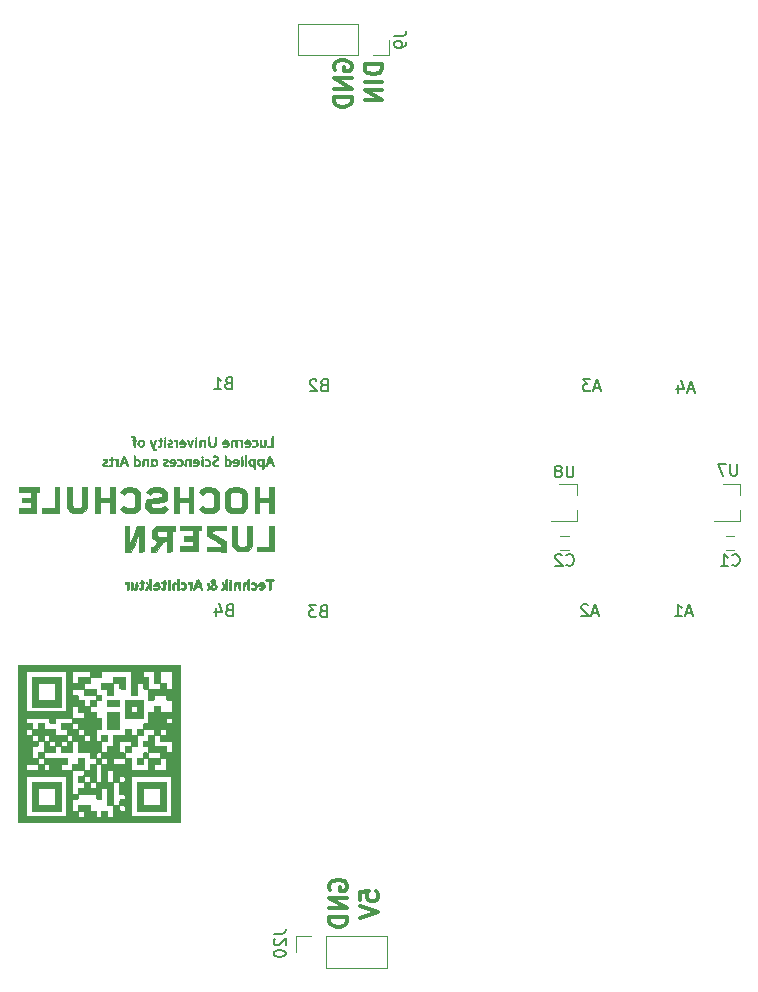
<source format=gbr>
G04 #@! TF.GenerationSoftware,KiCad,Pcbnew,(5.1.5)-3*
G04 #@! TF.CreationDate,2020-06-04T15:01:54+02:00*
G04 #@! TF.ProjectId,StepperClockK02,53746570-7065-4724-936c-6f636b4b3032,v1.0*
G04 #@! TF.SameCoordinates,Original*
G04 #@! TF.FileFunction,Legend,Bot*
G04 #@! TF.FilePolarity,Positive*
%FSLAX46Y46*%
G04 Gerber Fmt 4.6, Leading zero omitted, Abs format (unit mm)*
G04 Created by KiCad (PCBNEW (5.1.5)-3) date 2020-06-04 15:01:54*
%MOMM*%
%LPD*%
G04 APERTURE LIST*
%ADD10C,0.300000*%
%ADD11C,0.120000*%
%ADD12C,0.010000*%
%ADD13C,0.150000*%
G04 APERTURE END LIST*
D10*
X104124371Y-106325025D02*
X102624371Y-106325025D01*
X102624371Y-106682168D01*
X102695800Y-106896454D01*
X102838657Y-107039311D01*
X102981514Y-107110740D01*
X103267228Y-107182168D01*
X103481514Y-107182168D01*
X103767228Y-107110740D01*
X103910085Y-107039311D01*
X104052942Y-106896454D01*
X104124371Y-106682168D01*
X104124371Y-106325025D01*
X104124371Y-107825025D02*
X102624371Y-107825025D01*
X104124371Y-108539311D02*
X102624371Y-108539311D01*
X104124371Y-109396454D01*
X102624371Y-109396454D01*
X100095800Y-106817882D02*
X100024371Y-106675025D01*
X100024371Y-106460740D01*
X100095800Y-106246454D01*
X100238657Y-106103597D01*
X100381514Y-106032168D01*
X100667228Y-105960740D01*
X100881514Y-105960740D01*
X101167228Y-106032168D01*
X101310085Y-106103597D01*
X101452942Y-106246454D01*
X101524371Y-106460740D01*
X101524371Y-106603597D01*
X101452942Y-106817882D01*
X101381514Y-106889311D01*
X100881514Y-106889311D01*
X100881514Y-106603597D01*
X101524371Y-107532168D02*
X100024371Y-107532168D01*
X101524371Y-108389311D01*
X100024371Y-108389311D01*
X101524371Y-109103597D02*
X100024371Y-109103597D01*
X100024371Y-109460740D01*
X100095800Y-109675025D01*
X100238657Y-109817882D01*
X100381514Y-109889311D01*
X100667228Y-109960740D01*
X100881514Y-109960740D01*
X101167228Y-109889311D01*
X101310085Y-109817882D01*
X101452942Y-109675025D01*
X101524371Y-109460740D01*
X101524371Y-109103597D01*
X102264371Y-177125025D02*
X102264371Y-176410740D01*
X102978657Y-176339311D01*
X102907228Y-176410740D01*
X102835800Y-176553597D01*
X102835800Y-176910740D01*
X102907228Y-177053597D01*
X102978657Y-177125025D01*
X103121514Y-177196454D01*
X103478657Y-177196454D01*
X103621514Y-177125025D01*
X103692942Y-177053597D01*
X103764371Y-176910740D01*
X103764371Y-176553597D01*
X103692942Y-176410740D01*
X103621514Y-176339311D01*
X102264371Y-177625025D02*
X103764371Y-178125025D01*
X102264371Y-178625025D01*
X99725800Y-176237882D02*
X99654371Y-176095025D01*
X99654371Y-175880740D01*
X99725800Y-175666454D01*
X99868657Y-175523597D01*
X100011514Y-175452168D01*
X100297228Y-175380740D01*
X100511514Y-175380740D01*
X100797228Y-175452168D01*
X100940085Y-175523597D01*
X101082942Y-175666454D01*
X101154371Y-175880740D01*
X101154371Y-176023597D01*
X101082942Y-176237882D01*
X101011514Y-176309311D01*
X100511514Y-176309311D01*
X100511514Y-176023597D01*
X101154371Y-176952168D02*
X99654371Y-176952168D01*
X101154371Y-177809311D01*
X99654371Y-177809311D01*
X101154371Y-178523597D02*
X99654371Y-178523597D01*
X99654371Y-178880740D01*
X99725800Y-179095025D01*
X99868657Y-179237882D01*
X100011514Y-179309311D01*
X100297228Y-179380740D01*
X100511514Y-179380740D01*
X100797228Y-179309311D01*
X100940085Y-179237882D01*
X101082942Y-179095025D01*
X101154371Y-178880740D01*
X101154371Y-178523597D01*
D11*
X104545800Y-180160740D02*
X104545800Y-182820740D01*
X99405800Y-180160740D02*
X104545800Y-180160740D01*
X99405800Y-182820740D02*
X104545800Y-182820740D01*
X99405800Y-180160740D02*
X99405800Y-182820740D01*
X98135800Y-180160740D02*
X96805800Y-180160740D01*
X96805800Y-180160740D02*
X96805800Y-181490740D01*
X96965800Y-105590740D02*
X96965800Y-102930740D01*
X102105800Y-105590740D02*
X96965800Y-105590740D01*
X102105800Y-102930740D02*
X96965800Y-102930740D01*
X102105800Y-105590740D02*
X102105800Y-102930740D01*
X103375800Y-105590740D02*
X104705800Y-105590740D01*
X104705800Y-105590740D02*
X104705800Y-104260740D01*
X120575800Y-141870740D02*
X120575800Y-142800740D01*
X120575800Y-145030740D02*
X120575800Y-144100740D01*
X120575800Y-145030740D02*
X118415800Y-145030740D01*
X120575800Y-141870740D02*
X119115800Y-141870740D01*
X134395800Y-141830740D02*
X134395800Y-142760740D01*
X134395800Y-144990740D02*
X134395800Y-144060740D01*
X134395800Y-144990740D02*
X132235800Y-144990740D01*
X134395800Y-141830740D02*
X132935800Y-141830740D01*
D12*
G36*
X85807300Y-167069240D02*
G01*
X83330800Y-167069240D01*
X83330800Y-169037740D01*
X83838800Y-169037740D01*
X83838800Y-167577240D01*
X85299300Y-167577240D01*
X85299300Y-169037740D01*
X83838800Y-169037740D01*
X83330800Y-169037740D01*
X83330800Y-169545740D01*
X85807300Y-169545740D01*
X85807300Y-167069240D01*
G37*
X85807300Y-167069240D02*
X83330800Y-167069240D01*
X83330800Y-169037740D01*
X83838800Y-169037740D01*
X83838800Y-167577240D01*
X85299300Y-167577240D01*
X85299300Y-169037740D01*
X83838800Y-169037740D01*
X83330800Y-169037740D01*
X83330800Y-169545740D01*
X85807300Y-169545740D01*
X85807300Y-167069240D01*
G36*
X76917300Y-167069240D02*
G01*
X74440800Y-167069240D01*
X74440800Y-169037740D01*
X74948800Y-169037740D01*
X74948800Y-167577240D01*
X76409300Y-167577240D01*
X76409300Y-169037740D01*
X74948800Y-169037740D01*
X74440800Y-169037740D01*
X74440800Y-169545740D01*
X76917300Y-169545740D01*
X76917300Y-167069240D01*
G37*
X76917300Y-167069240D02*
X74440800Y-167069240D01*
X74440800Y-169037740D01*
X74948800Y-169037740D01*
X74948800Y-167577240D01*
X76409300Y-167577240D01*
X76409300Y-169037740D01*
X74948800Y-169037740D01*
X74440800Y-169037740D01*
X74440800Y-169545740D01*
X76917300Y-169545740D01*
X76917300Y-167069240D01*
G36*
X76917300Y-158179240D02*
G01*
X74440800Y-158179240D01*
X74440800Y-160147740D01*
X74948800Y-160147740D01*
X74948800Y-158687240D01*
X76409300Y-158687240D01*
X76409300Y-160147740D01*
X74948800Y-160147740D01*
X74440800Y-160147740D01*
X74440800Y-160719240D01*
X76917300Y-160719240D01*
X76917300Y-158179240D01*
G37*
X76917300Y-158179240D02*
X74440800Y-158179240D01*
X74440800Y-160147740D01*
X74948800Y-160147740D01*
X74948800Y-158687240D01*
X76409300Y-158687240D01*
X76409300Y-160147740D01*
X74948800Y-160147740D01*
X74440800Y-160147740D01*
X74440800Y-160719240D01*
X76917300Y-160719240D01*
X76917300Y-158179240D01*
G36*
X79393800Y-165608740D02*
G01*
X79393800Y-166116740D01*
X78885800Y-166116740D01*
X78885800Y-166338990D01*
X78878110Y-166481289D01*
X78830631Y-166544528D01*
X78706749Y-166560744D01*
X78631800Y-166561240D01*
X78377800Y-166561240D01*
X78377800Y-167069240D01*
X78885800Y-167069240D01*
X78885800Y-166561240D01*
X79393800Y-166561240D01*
X79393800Y-167069240D01*
X79901800Y-167069240D01*
X79901800Y-165608740D01*
X79393800Y-165608740D01*
G37*
X79393800Y-165608740D02*
X79393800Y-166116740D01*
X78885800Y-166116740D01*
X78885800Y-166338990D01*
X78878110Y-166481289D01*
X78830631Y-166544528D01*
X78706749Y-166560744D01*
X78631800Y-166561240D01*
X78377800Y-166561240D01*
X78377800Y-167069240D01*
X78885800Y-167069240D01*
X78885800Y-166561240D01*
X79393800Y-166561240D01*
X79393800Y-167069240D01*
X79901800Y-167069240D01*
X79901800Y-165608740D01*
X79393800Y-165608740D01*
G36*
X80124050Y-165608740D02*
G01*
X80266348Y-165601051D01*
X80329587Y-165553572D01*
X80345803Y-165429690D01*
X80346300Y-165354740D01*
X80339571Y-165192113D01*
X80298027Y-165119841D01*
X80189630Y-165101308D01*
X80124050Y-165100740D01*
X79981751Y-165108430D01*
X79918512Y-165155909D01*
X79902296Y-165279791D01*
X79901800Y-165354740D01*
X79901800Y-165608740D01*
X80124050Y-165608740D01*
G37*
X80124050Y-165608740D02*
X80266348Y-165601051D01*
X80329587Y-165553572D01*
X80345803Y-165429690D01*
X80346300Y-165354740D01*
X80339571Y-165192113D01*
X80298027Y-165119841D01*
X80189630Y-165101308D01*
X80124050Y-165100740D01*
X79981751Y-165108430D01*
X79918512Y-165155909D01*
X79902296Y-165279791D01*
X79901800Y-165354740D01*
X79901800Y-165608740D01*
X80124050Y-165608740D01*
G36*
X78885800Y-165100740D02*
G01*
X78377800Y-165100740D01*
X78377800Y-165608740D01*
X77869800Y-165608740D01*
X77869800Y-166116740D01*
X78885800Y-166116740D01*
X78885800Y-165100740D01*
G37*
X78885800Y-165100740D02*
X78377800Y-165100740D01*
X78377800Y-165608740D01*
X77869800Y-165608740D01*
X77869800Y-166116740D01*
X78885800Y-166116740D01*
X78885800Y-165100740D01*
G36*
X83838800Y-165354740D02*
G01*
X83845528Y-165192113D01*
X83887072Y-165119841D01*
X83995469Y-165101308D01*
X84061050Y-165100740D01*
X84203348Y-165093051D01*
X84266587Y-165045572D01*
X84282803Y-164921690D01*
X84283300Y-164846740D01*
X84276571Y-164684113D01*
X84235027Y-164611841D01*
X84126630Y-164593308D01*
X84061050Y-164592740D01*
X83918751Y-164600430D01*
X83855512Y-164647909D01*
X83839296Y-164771791D01*
X83838800Y-164846740D01*
X83838800Y-165100740D01*
X83330800Y-165100740D01*
X83330800Y-165608740D01*
X83838800Y-165608740D01*
X83838800Y-165354740D01*
G37*
X83838800Y-165354740D02*
X83845528Y-165192113D01*
X83887072Y-165119841D01*
X83995469Y-165101308D01*
X84061050Y-165100740D01*
X84203348Y-165093051D01*
X84266587Y-165045572D01*
X84282803Y-164921690D01*
X84283300Y-164846740D01*
X84276571Y-164684113D01*
X84235027Y-164611841D01*
X84126630Y-164593308D01*
X84061050Y-164592740D01*
X83918751Y-164600430D01*
X83855512Y-164647909D01*
X83839296Y-164771791D01*
X83838800Y-164846740D01*
X83838800Y-165100740D01*
X83330800Y-165100740D01*
X83330800Y-165608740D01*
X83838800Y-165608740D01*
X83838800Y-165354740D01*
G36*
X82822800Y-164084740D02*
G01*
X82314800Y-164084740D01*
X82314800Y-164592740D01*
X82822800Y-164592740D01*
X82822800Y-164084740D01*
G37*
X82822800Y-164084740D02*
X82314800Y-164084740D01*
X82314800Y-164592740D01*
X82822800Y-164592740D01*
X82822800Y-164084740D01*
G36*
X80854300Y-163132240D02*
G01*
X80346300Y-163132240D01*
X80346300Y-163640240D01*
X80854300Y-163640240D01*
X80854300Y-163132240D01*
G37*
X80854300Y-163132240D02*
X80346300Y-163132240D01*
X80346300Y-163640240D01*
X80854300Y-163640240D01*
X80854300Y-163132240D01*
G36*
X83838800Y-162624240D02*
G01*
X83330800Y-162624240D01*
X83330800Y-163132240D01*
X83838800Y-163132240D01*
X83838800Y-162624240D01*
G37*
X83838800Y-162624240D02*
X83330800Y-162624240D01*
X83330800Y-163132240D01*
X83838800Y-163132240D01*
X83838800Y-162624240D01*
G36*
X74948800Y-164592740D02*
G01*
X74948800Y-165100740D01*
X75456800Y-165100740D01*
X75456800Y-164592740D01*
X74948800Y-164592740D01*
G37*
X74948800Y-164592740D02*
X74948800Y-165100740D01*
X75456800Y-165100740D01*
X75456800Y-164592740D01*
X74948800Y-164592740D01*
G36*
X76409300Y-164592740D02*
G01*
X76409300Y-164084740D01*
X76917300Y-164084740D01*
X76917300Y-164592740D01*
X77869800Y-164592740D01*
X77869800Y-163640240D01*
X77647550Y-163640240D01*
X77505251Y-163632551D01*
X77442012Y-163585072D01*
X77425796Y-163461190D01*
X77425300Y-163386240D01*
X77425300Y-163132240D01*
X76409300Y-163132240D01*
X76409300Y-162624240D01*
X75456800Y-162624240D01*
X75456800Y-162116240D01*
X74948800Y-162116240D01*
X74948800Y-162624240D01*
X74440800Y-162624240D01*
X74440800Y-163132240D01*
X74948800Y-163132240D01*
X74948800Y-163386240D01*
X75456800Y-163386240D01*
X75463528Y-163223613D01*
X75505072Y-163151341D01*
X75613469Y-163132808D01*
X75679050Y-163132240D01*
X75821348Y-163139930D01*
X75884587Y-163187409D01*
X75900803Y-163311291D01*
X75901300Y-163386240D01*
X75901300Y-163640240D01*
X76155300Y-163640240D01*
X76317927Y-163646969D01*
X76390199Y-163688513D01*
X76408732Y-163796910D01*
X76409300Y-163862490D01*
X76917300Y-163862490D01*
X76924989Y-163720192D01*
X76972468Y-163656953D01*
X77096350Y-163640737D01*
X77171300Y-163640240D01*
X77333927Y-163646969D01*
X77406199Y-163688513D01*
X77424732Y-163796910D01*
X77425300Y-163862490D01*
X77417610Y-164004789D01*
X77370131Y-164068028D01*
X77246249Y-164084244D01*
X77171300Y-164084740D01*
X77008672Y-164078012D01*
X76936400Y-164036468D01*
X76917867Y-163928071D01*
X76917300Y-163862490D01*
X76409300Y-163862490D01*
X76401610Y-164004789D01*
X76354131Y-164068028D01*
X76230249Y-164084244D01*
X76155300Y-164084740D01*
X75992672Y-164078012D01*
X75920400Y-164036468D01*
X75901867Y-163928071D01*
X75901300Y-163862490D01*
X75891470Y-163713532D01*
X75836010Y-163652442D01*
X75695966Y-163640268D01*
X75679050Y-163640240D01*
X75536751Y-163632551D01*
X75473512Y-163585072D01*
X75457296Y-163461190D01*
X75456800Y-163386240D01*
X74948800Y-163386240D01*
X74948800Y-163640240D01*
X75456800Y-163640240D01*
X75456800Y-164592740D01*
X76409300Y-164592740D01*
G37*
X76409300Y-164592740D02*
X76409300Y-164084740D01*
X76917300Y-164084740D01*
X76917300Y-164592740D01*
X77869800Y-164592740D01*
X77869800Y-163640240D01*
X77647550Y-163640240D01*
X77505251Y-163632551D01*
X77442012Y-163585072D01*
X77425796Y-163461190D01*
X77425300Y-163386240D01*
X77425300Y-163132240D01*
X76409300Y-163132240D01*
X76409300Y-162624240D01*
X75456800Y-162624240D01*
X75456800Y-162116240D01*
X74948800Y-162116240D01*
X74948800Y-162624240D01*
X74440800Y-162624240D01*
X74440800Y-163132240D01*
X74948800Y-163132240D01*
X74948800Y-163386240D01*
X75456800Y-163386240D01*
X75463528Y-163223613D01*
X75505072Y-163151341D01*
X75613469Y-163132808D01*
X75679050Y-163132240D01*
X75821348Y-163139930D01*
X75884587Y-163187409D01*
X75900803Y-163311291D01*
X75901300Y-163386240D01*
X75901300Y-163640240D01*
X76155300Y-163640240D01*
X76317927Y-163646969D01*
X76390199Y-163688513D01*
X76408732Y-163796910D01*
X76409300Y-163862490D01*
X76917300Y-163862490D01*
X76924989Y-163720192D01*
X76972468Y-163656953D01*
X77096350Y-163640737D01*
X77171300Y-163640240D01*
X77333927Y-163646969D01*
X77406199Y-163688513D01*
X77424732Y-163796910D01*
X77425300Y-163862490D01*
X77417610Y-164004789D01*
X77370131Y-164068028D01*
X77246249Y-164084244D01*
X77171300Y-164084740D01*
X77008672Y-164078012D01*
X76936400Y-164036468D01*
X76917867Y-163928071D01*
X76917300Y-163862490D01*
X76409300Y-163862490D01*
X76401610Y-164004789D01*
X76354131Y-164068028D01*
X76230249Y-164084244D01*
X76155300Y-164084740D01*
X75992672Y-164078012D01*
X75920400Y-164036468D01*
X75901867Y-163928071D01*
X75901300Y-163862490D01*
X75891470Y-163713532D01*
X75836010Y-163652442D01*
X75695966Y-163640268D01*
X75679050Y-163640240D01*
X75536751Y-163632551D01*
X75473512Y-163585072D01*
X75457296Y-163461190D01*
X75456800Y-163386240D01*
X74948800Y-163386240D01*
X74948800Y-163640240D01*
X75456800Y-163640240D01*
X75456800Y-164592740D01*
X76409300Y-164592740D01*
G36*
X81870300Y-161163740D02*
G01*
X80854300Y-161163740D01*
X80854300Y-162624240D01*
X81870300Y-162624240D01*
X81870300Y-161163740D01*
G37*
X81870300Y-161163740D02*
X80854300Y-161163740D01*
X80854300Y-162624240D01*
X81870300Y-162624240D01*
X81870300Y-161163740D01*
G36*
X83838800Y-160147740D02*
G01*
X82314800Y-160147740D01*
X82314800Y-161163740D01*
X82822800Y-161163740D01*
X82822800Y-160655740D01*
X83330800Y-160655740D01*
X83330800Y-161163740D01*
X82822800Y-161163740D01*
X82314800Y-161163740D01*
X82314800Y-161671740D01*
X83838800Y-161671740D01*
X83838800Y-160147740D01*
G37*
X83838800Y-160147740D02*
X82314800Y-160147740D01*
X82314800Y-161163740D01*
X82822800Y-161163740D01*
X82822800Y-160655740D01*
X83330800Y-160655740D01*
X83330800Y-161163740D01*
X82822800Y-161163740D01*
X82314800Y-161163740D01*
X82314800Y-161671740D01*
X83838800Y-161671740D01*
X83838800Y-160147740D01*
G36*
X81870300Y-160147740D02*
G01*
X80854300Y-160147740D01*
X80854300Y-160655740D01*
X81870300Y-160655740D01*
X81870300Y-160147740D01*
G37*
X81870300Y-160147740D02*
X80854300Y-160147740D01*
X80854300Y-160655740D01*
X81870300Y-160655740D01*
X81870300Y-160147740D01*
G36*
X79901800Y-160401740D02*
G01*
X79908528Y-160239113D01*
X79950072Y-160166841D01*
X80058469Y-160148308D01*
X80124050Y-160147740D01*
X80273008Y-160137911D01*
X80334098Y-160082451D01*
X80346272Y-159942407D01*
X80346300Y-159925490D01*
X80336470Y-159776532D01*
X80281010Y-159715442D01*
X80140966Y-159703268D01*
X80124050Y-159703240D01*
X79981751Y-159695551D01*
X79918512Y-159648072D01*
X79902296Y-159524190D01*
X79901800Y-159449240D01*
X79901800Y-159195240D01*
X78885800Y-159195240D01*
X78885800Y-159703240D01*
X79901800Y-159703240D01*
X79901800Y-159925490D01*
X79894110Y-160067789D01*
X79846631Y-160131028D01*
X79722749Y-160147244D01*
X79647800Y-160147740D01*
X79393800Y-160147740D01*
X79393800Y-160655740D01*
X79901800Y-160655740D01*
X79901800Y-160401740D01*
G37*
X79901800Y-160401740D02*
X79908528Y-160239113D01*
X79950072Y-160166841D01*
X80058469Y-160148308D01*
X80124050Y-160147740D01*
X80273008Y-160137911D01*
X80334098Y-160082451D01*
X80346272Y-159942407D01*
X80346300Y-159925490D01*
X80336470Y-159776532D01*
X80281010Y-159715442D01*
X80140966Y-159703268D01*
X80124050Y-159703240D01*
X79981751Y-159695551D01*
X79918512Y-159648072D01*
X79902296Y-159524190D01*
X79901800Y-159449240D01*
X79901800Y-159195240D01*
X78885800Y-159195240D01*
X78885800Y-159703240D01*
X79901800Y-159703240D01*
X79901800Y-159925490D01*
X79894110Y-160067789D01*
X79846631Y-160131028D01*
X79722749Y-160147244D01*
X79647800Y-160147740D01*
X79393800Y-160147740D01*
X79393800Y-160655740D01*
X79901800Y-160655740D01*
X79901800Y-160401740D01*
G36*
X80346300Y-158687240D02*
G01*
X80346300Y-159195240D01*
X80854300Y-159195240D01*
X80854300Y-159703240D01*
X81362300Y-159703240D01*
X81362300Y-158687240D01*
X80346300Y-158687240D01*
G37*
X80346300Y-158687240D02*
X80346300Y-159195240D01*
X80854300Y-159195240D01*
X80854300Y-159703240D01*
X81362300Y-159703240D01*
X81362300Y-158687240D01*
X80346300Y-158687240D01*
G36*
X81870300Y-158687240D02*
G01*
X81870300Y-158941240D01*
X81877028Y-159103868D01*
X81918572Y-159176140D01*
X82026969Y-159194673D01*
X82092550Y-159195240D01*
X82314800Y-159195240D01*
X82314800Y-158179240D01*
X81362300Y-158179240D01*
X81362300Y-158687240D01*
X81870300Y-158687240D01*
G37*
X81870300Y-158687240D02*
X81870300Y-158941240D01*
X81877028Y-159103868D01*
X81918572Y-159176140D01*
X82026969Y-159194673D01*
X82092550Y-159195240D01*
X82314800Y-159195240D01*
X82314800Y-158179240D01*
X81362300Y-158179240D01*
X81362300Y-158687240D01*
X81870300Y-158687240D01*
G36*
X87013800Y-157163240D02*
G01*
X73297800Y-157163240D01*
X73297800Y-161100240D01*
X73996300Y-161100240D01*
X73996300Y-157734740D01*
X77361800Y-157734740D01*
X77361800Y-158687240D01*
X77869800Y-158687240D01*
X77869800Y-157671240D01*
X79393800Y-157671240D01*
X79393800Y-158179240D01*
X78377800Y-158179240D01*
X78377800Y-158687240D01*
X77869800Y-158687240D01*
X77361800Y-158687240D01*
X77361800Y-159703240D01*
X77869800Y-159703240D01*
X77869800Y-159195240D01*
X78885800Y-159195240D01*
X78885800Y-158687240D01*
X79393800Y-158687240D01*
X79393800Y-158179240D01*
X80346300Y-158179240D01*
X80346300Y-157671240D01*
X82822800Y-157671240D01*
X82822800Y-157925240D01*
X83838800Y-157925240D01*
X83838800Y-157671240D01*
X84791300Y-157671240D01*
X85299300Y-157671240D01*
X86315300Y-157671240D01*
X86315300Y-159195240D01*
X85807300Y-159195240D01*
X85807300Y-158687240D01*
X85299300Y-158687240D01*
X85299300Y-157671240D01*
X84791300Y-157671240D01*
X84791300Y-158687240D01*
X85299300Y-158687240D01*
X85299300Y-159195240D01*
X84283300Y-159195240D01*
X84283300Y-158179240D01*
X84061050Y-158179240D01*
X83918751Y-158171551D01*
X83855512Y-158124072D01*
X83839296Y-158000190D01*
X83838800Y-157925240D01*
X82822800Y-157925240D01*
X82822800Y-159703240D01*
X83330800Y-159703240D01*
X83330800Y-158687240D01*
X83838800Y-158687240D01*
X83838800Y-158941240D01*
X83845528Y-159103868D01*
X83887072Y-159176140D01*
X83995469Y-159194673D01*
X84061050Y-159195240D01*
X84283300Y-159195240D01*
X84283300Y-160147740D01*
X84537300Y-160147740D01*
X84699927Y-160141012D01*
X84772199Y-160099468D01*
X84790732Y-159991071D01*
X84791300Y-159925490D01*
X84791300Y-159703240D01*
X85807300Y-159703240D01*
X85807300Y-159925490D01*
X85814989Y-160067789D01*
X85862468Y-160131028D01*
X85986350Y-160147244D01*
X86061300Y-160147740D01*
X86315300Y-160147740D01*
X86315300Y-161163740D01*
X85299300Y-161163740D01*
X85299300Y-160655740D01*
X84791300Y-160655740D01*
X84791300Y-161163740D01*
X84283300Y-161163740D01*
X84283300Y-161893990D01*
X85807300Y-161893990D01*
X85814989Y-161751692D01*
X85862468Y-161688453D01*
X85986350Y-161672237D01*
X86061300Y-161671740D01*
X86223927Y-161678469D01*
X86296199Y-161720013D01*
X86314732Y-161828410D01*
X86315300Y-161893990D01*
X86307610Y-162036289D01*
X86260131Y-162099528D01*
X86136249Y-162115744D01*
X86061300Y-162116240D01*
X85898672Y-162109512D01*
X85826400Y-162067968D01*
X85807867Y-161959571D01*
X85807300Y-161893990D01*
X84283300Y-161893990D01*
X84283300Y-162116240D01*
X84061050Y-162116240D01*
X83918751Y-162123930D01*
X83855512Y-162171409D01*
X83839296Y-162295291D01*
X83838800Y-162370240D01*
X83838800Y-162624240D01*
X84791300Y-162624240D01*
X84791300Y-163132240D01*
X84283300Y-163132240D01*
X84283300Y-163386240D01*
X84276571Y-163548868D01*
X84235027Y-163621140D01*
X84126630Y-163639673D01*
X84061050Y-163640240D01*
X83912091Y-163650070D01*
X83851001Y-163705530D01*
X83838827Y-163845574D01*
X83838800Y-163862490D01*
X83848629Y-164011449D01*
X83904089Y-164072539D01*
X84044133Y-164084713D01*
X84061050Y-164084740D01*
X84791300Y-164084740D01*
X84791300Y-163132240D01*
X85299300Y-163132240D01*
X85299300Y-162624240D01*
X85807300Y-162624240D01*
X85807300Y-163132240D01*
X85299300Y-163132240D01*
X85299300Y-163640240D01*
X86315300Y-163640240D01*
X86315300Y-164592740D01*
X85807300Y-164592740D01*
X85807300Y-164084740D01*
X84791300Y-164084740D01*
X84061050Y-164084740D01*
X84203348Y-164092430D01*
X84266587Y-164139909D01*
X84282803Y-164263791D01*
X84283300Y-164338740D01*
X84283300Y-164592740D01*
X85299300Y-164592740D01*
X85299300Y-165100740D01*
X84283300Y-165100740D01*
X84283300Y-166116740D01*
X84791300Y-166116740D01*
X84791300Y-165608740D01*
X85299300Y-165608740D01*
X85299300Y-165100740D01*
X85807300Y-165100740D01*
X85807300Y-166116740D01*
X84791300Y-166116740D01*
X84283300Y-166116740D01*
X82822800Y-166116740D01*
X82822800Y-165100740D01*
X82314800Y-165100740D01*
X82314800Y-164846740D01*
X82308071Y-164684113D01*
X82266527Y-164611841D01*
X82158130Y-164593308D01*
X82092550Y-164592740D01*
X81870300Y-164592740D01*
X81870300Y-163640240D01*
X82822800Y-163640240D01*
X82822800Y-163862490D01*
X82830489Y-164004789D01*
X82877968Y-164068028D01*
X83001850Y-164084244D01*
X83076800Y-164084740D01*
X83330800Y-164084740D01*
X83330800Y-163132240D01*
X82822800Y-163132240D01*
X82822800Y-162624240D01*
X82314800Y-162624240D01*
X82314800Y-163132240D01*
X81362300Y-163132240D01*
X81362300Y-164084740D01*
X80854300Y-164084740D01*
X80854300Y-164592740D01*
X80346300Y-164592740D01*
X80346300Y-163640240D01*
X79901800Y-163640240D01*
X79901800Y-162624240D01*
X80346300Y-162624240D01*
X80346300Y-161671740D01*
X80124050Y-161671740D01*
X79981751Y-161664051D01*
X79918512Y-161616572D01*
X79902296Y-161492690D01*
X79901800Y-161417740D01*
X79901800Y-161163740D01*
X79393800Y-161163740D01*
X79393800Y-160655740D01*
X78885800Y-160655740D01*
X78885800Y-160147740D01*
X78631800Y-160147740D01*
X78469172Y-160141012D01*
X78396900Y-160099468D01*
X78378367Y-159991071D01*
X78377800Y-159925490D01*
X78370110Y-159783192D01*
X78322631Y-159719953D01*
X78198749Y-159703737D01*
X78123800Y-159703240D01*
X77869800Y-159703240D01*
X77361800Y-159703240D01*
X77361800Y-160655740D01*
X77869800Y-160655740D01*
X78377800Y-160655740D01*
X78377800Y-161163740D01*
X78885800Y-161163740D01*
X78885800Y-161671740D01*
X77869800Y-161671740D01*
X77869800Y-160655740D01*
X77361800Y-160655740D01*
X77361800Y-161100240D01*
X73996300Y-161100240D01*
X73297800Y-161100240D01*
X73297800Y-163132240D01*
X73932800Y-163132240D01*
X73932800Y-162624240D01*
X74440800Y-162624240D01*
X74440800Y-162116240D01*
X74186800Y-162116240D01*
X74024172Y-162109512D01*
X73951900Y-162067968D01*
X73933367Y-161959571D01*
X73932800Y-161893990D01*
X73932800Y-161671740D01*
X75901300Y-161671740D01*
X75901300Y-161893990D01*
X75908989Y-162036289D01*
X75956468Y-162099528D01*
X76080350Y-162115744D01*
X76155300Y-162116240D01*
X76317927Y-162109512D01*
X76390199Y-162067968D01*
X76408732Y-161959571D01*
X76409300Y-161893990D01*
X76409300Y-161671740D01*
X77869800Y-161671740D01*
X77869800Y-161893990D01*
X77877489Y-162036289D01*
X77924968Y-162099528D01*
X78048850Y-162115744D01*
X78123800Y-162116240D01*
X78377800Y-162116240D01*
X78377800Y-162624240D01*
X77869800Y-162624240D01*
X77869800Y-162116240D01*
X76917300Y-162116240D01*
X76917300Y-162624240D01*
X77425300Y-162624240D01*
X77425300Y-162878240D01*
X77432028Y-163040868D01*
X77473572Y-163113140D01*
X77581969Y-163131673D01*
X77647550Y-163132240D01*
X78377800Y-163132240D01*
X78377800Y-162624240D01*
X78885800Y-162624240D01*
X78885800Y-163132240D01*
X78377800Y-163132240D01*
X77647550Y-163132240D01*
X77789848Y-163139930D01*
X77853087Y-163187409D01*
X77869303Y-163311291D01*
X77869800Y-163386240D01*
X77869800Y-163640240D01*
X78377800Y-163640240D01*
X78885800Y-163640240D01*
X78885800Y-163132240D01*
X79393800Y-163132240D01*
X79393800Y-163640240D01*
X78885800Y-163640240D01*
X78377800Y-163640240D01*
X78377800Y-164592740D01*
X79393800Y-164592740D01*
X79393800Y-165100740D01*
X79901800Y-165100740D01*
X79901800Y-164846740D01*
X79908528Y-164684113D01*
X79950072Y-164611841D01*
X80058469Y-164593308D01*
X80124050Y-164592740D01*
X80346300Y-164592740D01*
X80346300Y-165100740D01*
X80854300Y-165100740D01*
X80854300Y-165608740D01*
X81362300Y-165608740D01*
X81362300Y-165100740D01*
X82314800Y-165100740D01*
X82314800Y-165608740D01*
X81362300Y-165608740D01*
X80854300Y-165608740D01*
X80346300Y-165608740D01*
X80346300Y-167069240D01*
X80854300Y-167069240D01*
X80854300Y-166116740D01*
X81362300Y-166116740D01*
X81362300Y-167069240D01*
X80854300Y-167069240D01*
X80346300Y-167069240D01*
X80124050Y-167069240D01*
X79981751Y-167076930D01*
X79918512Y-167124409D01*
X79902296Y-167248291D01*
X79901800Y-167323240D01*
X79901800Y-167577240D01*
X79393800Y-167577240D01*
X79393800Y-167069240D01*
X78885800Y-167069240D01*
X78885800Y-167577240D01*
X78377800Y-167577240D01*
X78377800Y-168085240D01*
X79901800Y-168085240D01*
X79901800Y-168307490D01*
X79911629Y-168456449D01*
X79967089Y-168517539D01*
X80107133Y-168529713D01*
X80124050Y-168529740D01*
X80346300Y-168529740D01*
X80346300Y-167577240D01*
X80854300Y-167577240D01*
X80854300Y-169037740D01*
X81362300Y-169037740D01*
X81362300Y-167069240D01*
X81870300Y-167069240D01*
X81870300Y-166815240D01*
X81877028Y-166652613D01*
X81918572Y-166580341D01*
X82026969Y-166561808D01*
X82092550Y-166561240D01*
X82234848Y-166568930D01*
X82298087Y-166616409D01*
X82314303Y-166740291D01*
X82314800Y-166815240D01*
X82308071Y-166977868D01*
X82266527Y-167050140D01*
X82158130Y-167068673D01*
X82092550Y-167069240D01*
X81870300Y-167069240D01*
X81870300Y-168085240D01*
X82092550Y-168085240D01*
X82241508Y-168095070D01*
X82302598Y-168150530D01*
X82314772Y-168290574D01*
X82314800Y-168307490D01*
X82304970Y-168456449D01*
X82249510Y-168517539D01*
X82109466Y-168529713D01*
X82092550Y-168529740D01*
X81950251Y-168537430D01*
X81887012Y-168584909D01*
X81870796Y-168708791D01*
X81870300Y-168783740D01*
X81877028Y-168946368D01*
X81918572Y-169018640D01*
X82026969Y-169037173D01*
X82092550Y-169037740D01*
X82234848Y-169045430D01*
X82298087Y-169092909D01*
X82314303Y-169216791D01*
X82314800Y-169291740D01*
X82308071Y-169454368D01*
X82266527Y-169526640D01*
X82158130Y-169545173D01*
X82092550Y-169545740D01*
X81950251Y-169538051D01*
X81887012Y-169490572D01*
X81870796Y-169366690D01*
X81870300Y-169291740D01*
X81870300Y-169037740D01*
X81362300Y-169037740D01*
X81362300Y-169990240D01*
X82886300Y-169990240D01*
X82886300Y-166624740D01*
X86251800Y-166624740D01*
X86251800Y-169990240D01*
X82886300Y-169990240D01*
X81362300Y-169990240D01*
X81362300Y-170053740D01*
X80854300Y-170053740D01*
X80854300Y-169545740D01*
X80346300Y-169545740D01*
X80346300Y-169799740D01*
X80339571Y-169962368D01*
X80298027Y-170034640D01*
X80189630Y-170053173D01*
X80124050Y-170053740D01*
X79981751Y-170046051D01*
X79918512Y-169998572D01*
X79902296Y-169874690D01*
X79901800Y-169799740D01*
X79901800Y-169545740D01*
X79393800Y-169545740D01*
X79393800Y-169037740D01*
X78377800Y-169037740D01*
X78377800Y-169545740D01*
X77869800Y-169545740D01*
X77869800Y-168529740D01*
X78123800Y-168529740D01*
X78286427Y-168523012D01*
X78358699Y-168481468D01*
X78377232Y-168373071D01*
X78377800Y-168307490D01*
X78370110Y-168165192D01*
X78322631Y-168101953D01*
X78198749Y-168085737D01*
X78123800Y-168085240D01*
X77869800Y-168085240D01*
X77869800Y-166116740D01*
X76917300Y-166116740D01*
X76917300Y-165608740D01*
X77425300Y-165608740D01*
X77425300Y-165100740D01*
X75456800Y-165100740D01*
X75456800Y-165354740D01*
X75463528Y-165517368D01*
X75505072Y-165589640D01*
X75613469Y-165608173D01*
X75679050Y-165608740D01*
X75821348Y-165616430D01*
X75884587Y-165663909D01*
X75900803Y-165787791D01*
X75901300Y-165862740D01*
X75894571Y-166025368D01*
X75853027Y-166097640D01*
X75744630Y-166116173D01*
X75679050Y-166116740D01*
X75536751Y-166109051D01*
X75473512Y-166061572D01*
X75457296Y-165937690D01*
X75456800Y-165862740D01*
X75456800Y-165608740D01*
X74948800Y-165608740D01*
X74948800Y-165100740D01*
X74440800Y-165100740D01*
X74440800Y-164084740D01*
X74694800Y-164084740D01*
X74857427Y-164078012D01*
X74929699Y-164036468D01*
X74948232Y-163928071D01*
X74948800Y-163862490D01*
X74941110Y-163720192D01*
X74893631Y-163656953D01*
X74769749Y-163640737D01*
X74694800Y-163640240D01*
X74440800Y-163640240D01*
X74440800Y-163132240D01*
X73932800Y-163132240D01*
X73297800Y-163132240D01*
X73297800Y-166116740D01*
X73932800Y-166116740D01*
X73932800Y-165608740D01*
X74948800Y-165608740D01*
X74948800Y-166116740D01*
X73932800Y-166116740D01*
X73297800Y-166116740D01*
X73297800Y-169990240D01*
X73996300Y-169990240D01*
X73996300Y-166624740D01*
X77361800Y-166624740D01*
X77361800Y-169990240D01*
X73996300Y-169990240D01*
X73297800Y-169990240D01*
X73297800Y-170053740D01*
X78377800Y-170053740D01*
X78377800Y-169545740D01*
X78885800Y-169545740D01*
X78885800Y-170053740D01*
X78377800Y-170053740D01*
X73297800Y-170053740D01*
X73297800Y-170498240D01*
X87013800Y-170498240D01*
X87013800Y-157163240D01*
G37*
X87013800Y-157163240D02*
X73297800Y-157163240D01*
X73297800Y-161100240D01*
X73996300Y-161100240D01*
X73996300Y-157734740D01*
X77361800Y-157734740D01*
X77361800Y-158687240D01*
X77869800Y-158687240D01*
X77869800Y-157671240D01*
X79393800Y-157671240D01*
X79393800Y-158179240D01*
X78377800Y-158179240D01*
X78377800Y-158687240D01*
X77869800Y-158687240D01*
X77361800Y-158687240D01*
X77361800Y-159703240D01*
X77869800Y-159703240D01*
X77869800Y-159195240D01*
X78885800Y-159195240D01*
X78885800Y-158687240D01*
X79393800Y-158687240D01*
X79393800Y-158179240D01*
X80346300Y-158179240D01*
X80346300Y-157671240D01*
X82822800Y-157671240D01*
X82822800Y-157925240D01*
X83838800Y-157925240D01*
X83838800Y-157671240D01*
X84791300Y-157671240D01*
X85299300Y-157671240D01*
X86315300Y-157671240D01*
X86315300Y-159195240D01*
X85807300Y-159195240D01*
X85807300Y-158687240D01*
X85299300Y-158687240D01*
X85299300Y-157671240D01*
X84791300Y-157671240D01*
X84791300Y-158687240D01*
X85299300Y-158687240D01*
X85299300Y-159195240D01*
X84283300Y-159195240D01*
X84283300Y-158179240D01*
X84061050Y-158179240D01*
X83918751Y-158171551D01*
X83855512Y-158124072D01*
X83839296Y-158000190D01*
X83838800Y-157925240D01*
X82822800Y-157925240D01*
X82822800Y-159703240D01*
X83330800Y-159703240D01*
X83330800Y-158687240D01*
X83838800Y-158687240D01*
X83838800Y-158941240D01*
X83845528Y-159103868D01*
X83887072Y-159176140D01*
X83995469Y-159194673D01*
X84061050Y-159195240D01*
X84283300Y-159195240D01*
X84283300Y-160147740D01*
X84537300Y-160147740D01*
X84699927Y-160141012D01*
X84772199Y-160099468D01*
X84790732Y-159991071D01*
X84791300Y-159925490D01*
X84791300Y-159703240D01*
X85807300Y-159703240D01*
X85807300Y-159925490D01*
X85814989Y-160067789D01*
X85862468Y-160131028D01*
X85986350Y-160147244D01*
X86061300Y-160147740D01*
X86315300Y-160147740D01*
X86315300Y-161163740D01*
X85299300Y-161163740D01*
X85299300Y-160655740D01*
X84791300Y-160655740D01*
X84791300Y-161163740D01*
X84283300Y-161163740D01*
X84283300Y-161893990D01*
X85807300Y-161893990D01*
X85814989Y-161751692D01*
X85862468Y-161688453D01*
X85986350Y-161672237D01*
X86061300Y-161671740D01*
X86223927Y-161678469D01*
X86296199Y-161720013D01*
X86314732Y-161828410D01*
X86315300Y-161893990D01*
X86307610Y-162036289D01*
X86260131Y-162099528D01*
X86136249Y-162115744D01*
X86061300Y-162116240D01*
X85898672Y-162109512D01*
X85826400Y-162067968D01*
X85807867Y-161959571D01*
X85807300Y-161893990D01*
X84283300Y-161893990D01*
X84283300Y-162116240D01*
X84061050Y-162116240D01*
X83918751Y-162123930D01*
X83855512Y-162171409D01*
X83839296Y-162295291D01*
X83838800Y-162370240D01*
X83838800Y-162624240D01*
X84791300Y-162624240D01*
X84791300Y-163132240D01*
X84283300Y-163132240D01*
X84283300Y-163386240D01*
X84276571Y-163548868D01*
X84235027Y-163621140D01*
X84126630Y-163639673D01*
X84061050Y-163640240D01*
X83912091Y-163650070D01*
X83851001Y-163705530D01*
X83838827Y-163845574D01*
X83838800Y-163862490D01*
X83848629Y-164011449D01*
X83904089Y-164072539D01*
X84044133Y-164084713D01*
X84061050Y-164084740D01*
X84791300Y-164084740D01*
X84791300Y-163132240D01*
X85299300Y-163132240D01*
X85299300Y-162624240D01*
X85807300Y-162624240D01*
X85807300Y-163132240D01*
X85299300Y-163132240D01*
X85299300Y-163640240D01*
X86315300Y-163640240D01*
X86315300Y-164592740D01*
X85807300Y-164592740D01*
X85807300Y-164084740D01*
X84791300Y-164084740D01*
X84061050Y-164084740D01*
X84203348Y-164092430D01*
X84266587Y-164139909D01*
X84282803Y-164263791D01*
X84283300Y-164338740D01*
X84283300Y-164592740D01*
X85299300Y-164592740D01*
X85299300Y-165100740D01*
X84283300Y-165100740D01*
X84283300Y-166116740D01*
X84791300Y-166116740D01*
X84791300Y-165608740D01*
X85299300Y-165608740D01*
X85299300Y-165100740D01*
X85807300Y-165100740D01*
X85807300Y-166116740D01*
X84791300Y-166116740D01*
X84283300Y-166116740D01*
X82822800Y-166116740D01*
X82822800Y-165100740D01*
X82314800Y-165100740D01*
X82314800Y-164846740D01*
X82308071Y-164684113D01*
X82266527Y-164611841D01*
X82158130Y-164593308D01*
X82092550Y-164592740D01*
X81870300Y-164592740D01*
X81870300Y-163640240D01*
X82822800Y-163640240D01*
X82822800Y-163862490D01*
X82830489Y-164004789D01*
X82877968Y-164068028D01*
X83001850Y-164084244D01*
X83076800Y-164084740D01*
X83330800Y-164084740D01*
X83330800Y-163132240D01*
X82822800Y-163132240D01*
X82822800Y-162624240D01*
X82314800Y-162624240D01*
X82314800Y-163132240D01*
X81362300Y-163132240D01*
X81362300Y-164084740D01*
X80854300Y-164084740D01*
X80854300Y-164592740D01*
X80346300Y-164592740D01*
X80346300Y-163640240D01*
X79901800Y-163640240D01*
X79901800Y-162624240D01*
X80346300Y-162624240D01*
X80346300Y-161671740D01*
X80124050Y-161671740D01*
X79981751Y-161664051D01*
X79918512Y-161616572D01*
X79902296Y-161492690D01*
X79901800Y-161417740D01*
X79901800Y-161163740D01*
X79393800Y-161163740D01*
X79393800Y-160655740D01*
X78885800Y-160655740D01*
X78885800Y-160147740D01*
X78631800Y-160147740D01*
X78469172Y-160141012D01*
X78396900Y-160099468D01*
X78378367Y-159991071D01*
X78377800Y-159925490D01*
X78370110Y-159783192D01*
X78322631Y-159719953D01*
X78198749Y-159703737D01*
X78123800Y-159703240D01*
X77869800Y-159703240D01*
X77361800Y-159703240D01*
X77361800Y-160655740D01*
X77869800Y-160655740D01*
X78377800Y-160655740D01*
X78377800Y-161163740D01*
X78885800Y-161163740D01*
X78885800Y-161671740D01*
X77869800Y-161671740D01*
X77869800Y-160655740D01*
X77361800Y-160655740D01*
X77361800Y-161100240D01*
X73996300Y-161100240D01*
X73297800Y-161100240D01*
X73297800Y-163132240D01*
X73932800Y-163132240D01*
X73932800Y-162624240D01*
X74440800Y-162624240D01*
X74440800Y-162116240D01*
X74186800Y-162116240D01*
X74024172Y-162109512D01*
X73951900Y-162067968D01*
X73933367Y-161959571D01*
X73932800Y-161893990D01*
X73932800Y-161671740D01*
X75901300Y-161671740D01*
X75901300Y-161893990D01*
X75908989Y-162036289D01*
X75956468Y-162099528D01*
X76080350Y-162115744D01*
X76155300Y-162116240D01*
X76317927Y-162109512D01*
X76390199Y-162067968D01*
X76408732Y-161959571D01*
X76409300Y-161893990D01*
X76409300Y-161671740D01*
X77869800Y-161671740D01*
X77869800Y-161893990D01*
X77877489Y-162036289D01*
X77924968Y-162099528D01*
X78048850Y-162115744D01*
X78123800Y-162116240D01*
X78377800Y-162116240D01*
X78377800Y-162624240D01*
X77869800Y-162624240D01*
X77869800Y-162116240D01*
X76917300Y-162116240D01*
X76917300Y-162624240D01*
X77425300Y-162624240D01*
X77425300Y-162878240D01*
X77432028Y-163040868D01*
X77473572Y-163113140D01*
X77581969Y-163131673D01*
X77647550Y-163132240D01*
X78377800Y-163132240D01*
X78377800Y-162624240D01*
X78885800Y-162624240D01*
X78885800Y-163132240D01*
X78377800Y-163132240D01*
X77647550Y-163132240D01*
X77789848Y-163139930D01*
X77853087Y-163187409D01*
X77869303Y-163311291D01*
X77869800Y-163386240D01*
X77869800Y-163640240D01*
X78377800Y-163640240D01*
X78885800Y-163640240D01*
X78885800Y-163132240D01*
X79393800Y-163132240D01*
X79393800Y-163640240D01*
X78885800Y-163640240D01*
X78377800Y-163640240D01*
X78377800Y-164592740D01*
X79393800Y-164592740D01*
X79393800Y-165100740D01*
X79901800Y-165100740D01*
X79901800Y-164846740D01*
X79908528Y-164684113D01*
X79950072Y-164611841D01*
X80058469Y-164593308D01*
X80124050Y-164592740D01*
X80346300Y-164592740D01*
X80346300Y-165100740D01*
X80854300Y-165100740D01*
X80854300Y-165608740D01*
X81362300Y-165608740D01*
X81362300Y-165100740D01*
X82314800Y-165100740D01*
X82314800Y-165608740D01*
X81362300Y-165608740D01*
X80854300Y-165608740D01*
X80346300Y-165608740D01*
X80346300Y-167069240D01*
X80854300Y-167069240D01*
X80854300Y-166116740D01*
X81362300Y-166116740D01*
X81362300Y-167069240D01*
X80854300Y-167069240D01*
X80346300Y-167069240D01*
X80124050Y-167069240D01*
X79981751Y-167076930D01*
X79918512Y-167124409D01*
X79902296Y-167248291D01*
X79901800Y-167323240D01*
X79901800Y-167577240D01*
X79393800Y-167577240D01*
X79393800Y-167069240D01*
X78885800Y-167069240D01*
X78885800Y-167577240D01*
X78377800Y-167577240D01*
X78377800Y-168085240D01*
X79901800Y-168085240D01*
X79901800Y-168307490D01*
X79911629Y-168456449D01*
X79967089Y-168517539D01*
X80107133Y-168529713D01*
X80124050Y-168529740D01*
X80346300Y-168529740D01*
X80346300Y-167577240D01*
X80854300Y-167577240D01*
X80854300Y-169037740D01*
X81362300Y-169037740D01*
X81362300Y-167069240D01*
X81870300Y-167069240D01*
X81870300Y-166815240D01*
X81877028Y-166652613D01*
X81918572Y-166580341D01*
X82026969Y-166561808D01*
X82092550Y-166561240D01*
X82234848Y-166568930D01*
X82298087Y-166616409D01*
X82314303Y-166740291D01*
X82314800Y-166815240D01*
X82308071Y-166977868D01*
X82266527Y-167050140D01*
X82158130Y-167068673D01*
X82092550Y-167069240D01*
X81870300Y-167069240D01*
X81870300Y-168085240D01*
X82092550Y-168085240D01*
X82241508Y-168095070D01*
X82302598Y-168150530D01*
X82314772Y-168290574D01*
X82314800Y-168307490D01*
X82304970Y-168456449D01*
X82249510Y-168517539D01*
X82109466Y-168529713D01*
X82092550Y-168529740D01*
X81950251Y-168537430D01*
X81887012Y-168584909D01*
X81870796Y-168708791D01*
X81870300Y-168783740D01*
X81877028Y-168946368D01*
X81918572Y-169018640D01*
X82026969Y-169037173D01*
X82092550Y-169037740D01*
X82234848Y-169045430D01*
X82298087Y-169092909D01*
X82314303Y-169216791D01*
X82314800Y-169291740D01*
X82308071Y-169454368D01*
X82266527Y-169526640D01*
X82158130Y-169545173D01*
X82092550Y-169545740D01*
X81950251Y-169538051D01*
X81887012Y-169490572D01*
X81870796Y-169366690D01*
X81870300Y-169291740D01*
X81870300Y-169037740D01*
X81362300Y-169037740D01*
X81362300Y-169990240D01*
X82886300Y-169990240D01*
X82886300Y-166624740D01*
X86251800Y-166624740D01*
X86251800Y-169990240D01*
X82886300Y-169990240D01*
X81362300Y-169990240D01*
X81362300Y-170053740D01*
X80854300Y-170053740D01*
X80854300Y-169545740D01*
X80346300Y-169545740D01*
X80346300Y-169799740D01*
X80339571Y-169962368D01*
X80298027Y-170034640D01*
X80189630Y-170053173D01*
X80124050Y-170053740D01*
X79981751Y-170046051D01*
X79918512Y-169998572D01*
X79902296Y-169874690D01*
X79901800Y-169799740D01*
X79901800Y-169545740D01*
X79393800Y-169545740D01*
X79393800Y-169037740D01*
X78377800Y-169037740D01*
X78377800Y-169545740D01*
X77869800Y-169545740D01*
X77869800Y-168529740D01*
X78123800Y-168529740D01*
X78286427Y-168523012D01*
X78358699Y-168481468D01*
X78377232Y-168373071D01*
X78377800Y-168307490D01*
X78370110Y-168165192D01*
X78322631Y-168101953D01*
X78198749Y-168085737D01*
X78123800Y-168085240D01*
X77869800Y-168085240D01*
X77869800Y-166116740D01*
X76917300Y-166116740D01*
X76917300Y-165608740D01*
X77425300Y-165608740D01*
X77425300Y-165100740D01*
X75456800Y-165100740D01*
X75456800Y-165354740D01*
X75463528Y-165517368D01*
X75505072Y-165589640D01*
X75613469Y-165608173D01*
X75679050Y-165608740D01*
X75821348Y-165616430D01*
X75884587Y-165663909D01*
X75900803Y-165787791D01*
X75901300Y-165862740D01*
X75894571Y-166025368D01*
X75853027Y-166097640D01*
X75744630Y-166116173D01*
X75679050Y-166116740D01*
X75536751Y-166109051D01*
X75473512Y-166061572D01*
X75457296Y-165937690D01*
X75456800Y-165862740D01*
X75456800Y-165608740D01*
X74948800Y-165608740D01*
X74948800Y-165100740D01*
X74440800Y-165100740D01*
X74440800Y-164084740D01*
X74694800Y-164084740D01*
X74857427Y-164078012D01*
X74929699Y-164036468D01*
X74948232Y-163928071D01*
X74948800Y-163862490D01*
X74941110Y-163720192D01*
X74893631Y-163656953D01*
X74769749Y-163640737D01*
X74694800Y-163640240D01*
X74440800Y-163640240D01*
X74440800Y-163132240D01*
X73932800Y-163132240D01*
X73297800Y-163132240D01*
X73297800Y-166116740D01*
X73932800Y-166116740D01*
X73932800Y-165608740D01*
X74948800Y-165608740D01*
X74948800Y-166116740D01*
X73932800Y-166116740D01*
X73297800Y-166116740D01*
X73297800Y-169990240D01*
X73996300Y-169990240D01*
X73996300Y-166624740D01*
X77361800Y-166624740D01*
X77361800Y-169990240D01*
X73996300Y-169990240D01*
X73297800Y-169990240D01*
X73297800Y-170053740D01*
X78377800Y-170053740D01*
X78377800Y-169545740D01*
X78885800Y-169545740D01*
X78885800Y-170053740D01*
X78377800Y-170053740D01*
X73297800Y-170053740D01*
X73297800Y-170498240D01*
X87013800Y-170498240D01*
X87013800Y-157163240D01*
G36*
X94435205Y-149940720D02*
G01*
X94334877Y-149944243D01*
X94276091Y-149952554D01*
X94247867Y-149967648D01*
X94239230Y-149991522D01*
X94238800Y-150003490D01*
X94248149Y-150043172D01*
X94286966Y-150061937D01*
X94371412Y-150066965D01*
X94381675Y-150066990D01*
X94524550Y-150066990D01*
X94524550Y-150447990D01*
X94525319Y-150609314D01*
X94528684Y-150717568D01*
X94536240Y-150783173D01*
X94549578Y-150816550D01*
X94570289Y-150828120D01*
X94582759Y-150828990D01*
X94643129Y-150818624D01*
X94662134Y-150807823D01*
X94670574Y-150769361D01*
X94677417Y-150681038D01*
X94681903Y-150556489D01*
X94683300Y-150426823D01*
X94683300Y-150066990D01*
X94810300Y-150066990D01*
X94893389Y-150061664D01*
X94930110Y-150040142D01*
X94937300Y-150003490D01*
X94933281Y-149975699D01*
X94913906Y-149957458D01*
X94868198Y-149946770D01*
X94785179Y-149941638D01*
X94653873Y-149940068D01*
X94588050Y-149939990D01*
X94435205Y-149940720D01*
G37*
X94435205Y-149940720D02*
X94334877Y-149944243D01*
X94276091Y-149952554D01*
X94247867Y-149967648D01*
X94239230Y-149991522D01*
X94238800Y-150003490D01*
X94248149Y-150043172D01*
X94286966Y-150061937D01*
X94371412Y-150066965D01*
X94381675Y-150066990D01*
X94524550Y-150066990D01*
X94524550Y-150447990D01*
X94525319Y-150609314D01*
X94528684Y-150717568D01*
X94536240Y-150783173D01*
X94549578Y-150816550D01*
X94570289Y-150828120D01*
X94582759Y-150828990D01*
X94643129Y-150818624D01*
X94662134Y-150807823D01*
X94670574Y-150769361D01*
X94677417Y-150681038D01*
X94681903Y-150556489D01*
X94683300Y-150426823D01*
X94683300Y-150066990D01*
X94810300Y-150066990D01*
X94893389Y-150061664D01*
X94930110Y-150040142D01*
X94937300Y-150003490D01*
X94933281Y-149975699D01*
X94913906Y-149957458D01*
X94868198Y-149946770D01*
X94785179Y-149941638D01*
X94653873Y-149940068D01*
X94588050Y-149939990D01*
X94435205Y-149940720D01*
G36*
X93786657Y-150201411D02*
G01*
X93698239Y-150253058D01*
X93647882Y-150340210D01*
X93629775Y-150433924D01*
X93619675Y-150527365D01*
X94064175Y-150559115D01*
X93989052Y-150634238D01*
X93921663Y-150685169D01*
X93844263Y-150697860D01*
X93792742Y-150693107D01*
X93705131Y-150689169D01*
X93661164Y-150710699D01*
X93652478Y-150726570D01*
X93656425Y-150782645D01*
X93674163Y-150802152D01*
X93747941Y-150823533D01*
X93854494Y-150827664D01*
X93965939Y-150816081D01*
X94054392Y-150790322D01*
X94072056Y-150780216D01*
X94126704Y-150718091D01*
X94172265Y-150627374D01*
X94178467Y-150608692D01*
X94191241Y-150474679D01*
X94168822Y-150401463D01*
X94016550Y-150401463D01*
X94016550Y-150401482D01*
X93989646Y-150430863D01*
X93926268Y-150446992D01*
X93852420Y-150447965D01*
X93794109Y-150431878D01*
X93780007Y-150418799D01*
X93786587Y-150379799D01*
X93821615Y-150328617D01*
X93864129Y-150292957D01*
X93878031Y-150289240D01*
X93935732Y-150309502D01*
X93991523Y-150354703D01*
X94016550Y-150401463D01*
X94168822Y-150401463D01*
X94154415Y-150354416D01*
X94078594Y-150258926D01*
X93974383Y-150199235D01*
X93852387Y-150186366D01*
X93786657Y-150201411D01*
G37*
X93786657Y-150201411D02*
X93698239Y-150253058D01*
X93647882Y-150340210D01*
X93629775Y-150433924D01*
X93619675Y-150527365D01*
X94064175Y-150559115D01*
X93989052Y-150634238D01*
X93921663Y-150685169D01*
X93844263Y-150697860D01*
X93792742Y-150693107D01*
X93705131Y-150689169D01*
X93661164Y-150710699D01*
X93652478Y-150726570D01*
X93656425Y-150782645D01*
X93674163Y-150802152D01*
X93747941Y-150823533D01*
X93854494Y-150827664D01*
X93965939Y-150816081D01*
X94054392Y-150790322D01*
X94072056Y-150780216D01*
X94126704Y-150718091D01*
X94172265Y-150627374D01*
X94178467Y-150608692D01*
X94191241Y-150474679D01*
X94168822Y-150401463D01*
X94016550Y-150401463D01*
X94016550Y-150401482D01*
X93989646Y-150430863D01*
X93926268Y-150446992D01*
X93852420Y-150447965D01*
X93794109Y-150431878D01*
X93780007Y-150418799D01*
X93786587Y-150379799D01*
X93821615Y-150328617D01*
X93864129Y-150292957D01*
X93878031Y-150289240D01*
X93935732Y-150309502D01*
X93991523Y-150354703D01*
X94016550Y-150401463D01*
X94168822Y-150401463D01*
X94154415Y-150354416D01*
X94078594Y-150258926D01*
X93974383Y-150199235D01*
X93852387Y-150186366D01*
X93786657Y-150201411D01*
G36*
X93103179Y-150192694D02*
G01*
X93037759Y-150211095D01*
X93026696Y-150218644D01*
X93006217Y-150266564D01*
X93035714Y-150302213D01*
X93101664Y-150313348D01*
X93127488Y-150309889D01*
X93231513Y-150312268D01*
X93299947Y-150366597D01*
X93330830Y-150470962D01*
X93332482Y-150510006D01*
X93318655Y-150618571D01*
X93270821Y-150677893D01*
X93179452Y-150696678D01*
X93130086Y-150694906D01*
X93048926Y-150702749D01*
X93004927Y-150733188D01*
X93008113Y-150774939D01*
X93036368Y-150800425D01*
X93099309Y-150819082D01*
X93193391Y-150827054D01*
X93289568Y-150823968D01*
X93358796Y-150809450D01*
X93367516Y-150804691D01*
X93457116Y-150707098D01*
X93501464Y-150581679D01*
X93498718Y-150446953D01*
X93447039Y-150321436D01*
X93419129Y-150285411D01*
X93344474Y-150217087D01*
X93264850Y-150189139D01*
X93194858Y-150185330D01*
X93103179Y-150192694D01*
G37*
X93103179Y-150192694D02*
X93037759Y-150211095D01*
X93026696Y-150218644D01*
X93006217Y-150266564D01*
X93035714Y-150302213D01*
X93101664Y-150313348D01*
X93127488Y-150309889D01*
X93231513Y-150312268D01*
X93299947Y-150366597D01*
X93330830Y-150470962D01*
X93332482Y-150510006D01*
X93318655Y-150618571D01*
X93270821Y-150677893D01*
X93179452Y-150696678D01*
X93130086Y-150694906D01*
X93048926Y-150702749D01*
X93004927Y-150733188D01*
X93008113Y-150774939D01*
X93036368Y-150800425D01*
X93099309Y-150819082D01*
X93193391Y-150827054D01*
X93289568Y-150823968D01*
X93358796Y-150809450D01*
X93367516Y-150804691D01*
X93457116Y-150707098D01*
X93501464Y-150581679D01*
X93498718Y-150446953D01*
X93447039Y-150321436D01*
X93419129Y-150285411D01*
X93344474Y-150217087D01*
X93264850Y-150189139D01*
X93194858Y-150185330D01*
X93103179Y-150192694D01*
G36*
X92723168Y-149936950D02*
G01*
X92715616Y-149999503D01*
X92714800Y-150068178D01*
X92711751Y-150164237D01*
X92699697Y-150209462D01*
X92674278Y-150216346D01*
X92664226Y-150213126D01*
X92553198Y-150177651D01*
X92476251Y-150175999D01*
X92412648Y-150209940D01*
X92383023Y-150237130D01*
X92342125Y-150284064D01*
X92317858Y-150335371D01*
X92305974Y-150408697D01*
X92302226Y-150521691D01*
X92302050Y-150573546D01*
X92302885Y-150699954D01*
X92308064Y-150775782D01*
X92321602Y-150813950D01*
X92347515Y-150827378D01*
X92381425Y-150828990D01*
X92421733Y-150826039D01*
X92445394Y-150808290D01*
X92456839Y-150762393D01*
X92460498Y-150675001D01*
X92460800Y-150589868D01*
X92466290Y-150447393D01*
X92486077Y-150360908D01*
X92525142Y-150323593D01*
X92588465Y-150328625D01*
X92637450Y-150347885D01*
X92678192Y-150371775D01*
X92701427Y-150407651D01*
X92712002Y-150471683D01*
X92714760Y-150580039D01*
X92714800Y-150606059D01*
X92716461Y-150722987D01*
X92724064Y-150790041D01*
X92741541Y-150820812D01*
X92772827Y-150828894D01*
X92779297Y-150828990D01*
X92839189Y-150811099D01*
X92859667Y-150787623D01*
X92864984Y-150741621D01*
X92868126Y-150645590D01*
X92868888Y-150512972D01*
X92867063Y-150357209D01*
X92866608Y-150335185D01*
X92862492Y-150167164D01*
X92857420Y-150052198D01*
X92849404Y-149979853D01*
X92836451Y-149939693D01*
X92816570Y-149921284D01*
X92787770Y-149914188D01*
X92786238Y-149913969D01*
X92744419Y-149913381D01*
X92723168Y-149936950D01*
G37*
X92723168Y-149936950D02*
X92715616Y-149999503D01*
X92714800Y-150068178D01*
X92711751Y-150164237D01*
X92699697Y-150209462D01*
X92674278Y-150216346D01*
X92664226Y-150213126D01*
X92553198Y-150177651D01*
X92476251Y-150175999D01*
X92412648Y-150209940D01*
X92383023Y-150237130D01*
X92342125Y-150284064D01*
X92317858Y-150335371D01*
X92305974Y-150408697D01*
X92302226Y-150521691D01*
X92302050Y-150573546D01*
X92302885Y-150699954D01*
X92308064Y-150775782D01*
X92321602Y-150813950D01*
X92347515Y-150827378D01*
X92381425Y-150828990D01*
X92421733Y-150826039D01*
X92445394Y-150808290D01*
X92456839Y-150762393D01*
X92460498Y-150675001D01*
X92460800Y-150589868D01*
X92466290Y-150447393D01*
X92486077Y-150360908D01*
X92525142Y-150323593D01*
X92588465Y-150328625D01*
X92637450Y-150347885D01*
X92678192Y-150371775D01*
X92701427Y-150407651D01*
X92712002Y-150471683D01*
X92714760Y-150580039D01*
X92714800Y-150606059D01*
X92716461Y-150722987D01*
X92724064Y-150790041D01*
X92741541Y-150820812D01*
X92772827Y-150828894D01*
X92779297Y-150828990D01*
X92839189Y-150811099D01*
X92859667Y-150787623D01*
X92864984Y-150741621D01*
X92868126Y-150645590D01*
X92868888Y-150512972D01*
X92867063Y-150357209D01*
X92866608Y-150335185D01*
X92862492Y-150167164D01*
X92857420Y-150052198D01*
X92849404Y-149979853D01*
X92836451Y-149939693D01*
X92816570Y-149921284D01*
X92787770Y-149914188D01*
X92786238Y-149913969D01*
X92744419Y-149913381D01*
X92723168Y-149936950D01*
G36*
X91650212Y-150207650D02*
G01*
X91644946Y-150211026D01*
X91609920Y-150239062D01*
X91588272Y-150276751D01*
X91576827Y-150338543D01*
X91572410Y-150438888D01*
X91571800Y-150543971D01*
X91572867Y-150679528D01*
X91577862Y-150763697D01*
X91589484Y-150808579D01*
X91610427Y-150826275D01*
X91635300Y-150828990D01*
X91668906Y-150822893D01*
X91688037Y-150795481D01*
X91696673Y-150733066D01*
X91698793Y-150621965D01*
X91698800Y-150610627D01*
X91706582Y-150464406D01*
X91732733Y-150373400D01*
X91781463Y-150330925D01*
X91856980Y-150330294D01*
X91873013Y-150333924D01*
X91913735Y-150347900D01*
X91937558Y-150374106D01*
X91948994Y-150427111D01*
X91952559Y-150521488D01*
X91952800Y-150591469D01*
X91953796Y-150712402D01*
X91959765Y-150783229D01*
X91975185Y-150817343D01*
X92004529Y-150828136D01*
X92032175Y-150828990D01*
X92111550Y-150828990D01*
X92111550Y-150186052D01*
X92019223Y-150204518D01*
X91921274Y-150208639D01*
X91822494Y-150193041D01*
X91727481Y-150179655D01*
X91650212Y-150207650D01*
G37*
X91650212Y-150207650D02*
X91644946Y-150211026D01*
X91609920Y-150239062D01*
X91588272Y-150276751D01*
X91576827Y-150338543D01*
X91572410Y-150438888D01*
X91571800Y-150543971D01*
X91572867Y-150679528D01*
X91577862Y-150763697D01*
X91589484Y-150808579D01*
X91610427Y-150826275D01*
X91635300Y-150828990D01*
X91668906Y-150822893D01*
X91688037Y-150795481D01*
X91696673Y-150733066D01*
X91698793Y-150621965D01*
X91698800Y-150610627D01*
X91706582Y-150464406D01*
X91732733Y-150373400D01*
X91781463Y-150330925D01*
X91856980Y-150330294D01*
X91873013Y-150333924D01*
X91913735Y-150347900D01*
X91937558Y-150374106D01*
X91948994Y-150427111D01*
X91952559Y-150521488D01*
X91952800Y-150591469D01*
X91953796Y-150712402D01*
X91959765Y-150783229D01*
X91975185Y-150817343D01*
X92004529Y-150828136D01*
X92032175Y-150828990D01*
X92111550Y-150828990D01*
X92111550Y-150186052D01*
X92019223Y-150204518D01*
X91921274Y-150208639D01*
X91822494Y-150193041D01*
X91727481Y-150179655D01*
X91650212Y-150207650D01*
G36*
X91190800Y-150828990D02*
G01*
X91349550Y-150828990D01*
X91349550Y-150193990D01*
X91190800Y-150193990D01*
X91190800Y-150828990D01*
G37*
X91190800Y-150828990D02*
X91349550Y-150828990D01*
X91349550Y-150193990D01*
X91190800Y-150193990D01*
X91190800Y-150828990D01*
G36*
X90882021Y-149910865D02*
G01*
X90858437Y-149927246D01*
X90846254Y-149970144D01*
X90841555Y-150052316D01*
X90840486Y-150170177D01*
X90839421Y-150432115D01*
X90742156Y-150313052D01*
X90672781Y-150242575D01*
X90607976Y-150199864D01*
X90584471Y-150193990D01*
X90537220Y-150202510D01*
X90530271Y-150234169D01*
X90564707Y-150298118D01*
X90603219Y-150352459D01*
X90642787Y-150407516D01*
X90661021Y-150449737D01*
X90654740Y-150494658D01*
X90620762Y-150557815D01*
X90555904Y-150654741D01*
X90535057Y-150685242D01*
X90496071Y-150765983D01*
X90509368Y-150814799D01*
X90563738Y-150828933D01*
X90625003Y-150806496D01*
X90692391Y-150734342D01*
X90730425Y-150678120D01*
X90825675Y-150527365D01*
X90835353Y-150678177D01*
X90844612Y-150769727D01*
X90863280Y-150814258D01*
X90900898Y-150828251D01*
X90922665Y-150828990D01*
X91000300Y-150828990D01*
X91000300Y-149908240D01*
X90920925Y-149908240D01*
X90882021Y-149910865D01*
G37*
X90882021Y-149910865D02*
X90858437Y-149927246D01*
X90846254Y-149970144D01*
X90841555Y-150052316D01*
X90840486Y-150170177D01*
X90839421Y-150432115D01*
X90742156Y-150313052D01*
X90672781Y-150242575D01*
X90607976Y-150199864D01*
X90584471Y-150193990D01*
X90537220Y-150202510D01*
X90530271Y-150234169D01*
X90564707Y-150298118D01*
X90603219Y-150352459D01*
X90642787Y-150407516D01*
X90661021Y-150449737D01*
X90654740Y-150494658D01*
X90620762Y-150557815D01*
X90555904Y-150654741D01*
X90535057Y-150685242D01*
X90496071Y-150765983D01*
X90509368Y-150814799D01*
X90563738Y-150828933D01*
X90625003Y-150806496D01*
X90692391Y-150734342D01*
X90730425Y-150678120D01*
X90825675Y-150527365D01*
X90835353Y-150678177D01*
X90844612Y-150769727D01*
X90863280Y-150814258D01*
X90900898Y-150828251D01*
X90922665Y-150828990D01*
X91000300Y-150828990D01*
X91000300Y-149908240D01*
X90920925Y-149908240D01*
X90882021Y-149910865D01*
G36*
X89639842Y-149967079D02*
G01*
X89635050Y-149971740D01*
X89579437Y-150063983D01*
X89585672Y-150162714D01*
X89640786Y-150247719D01*
X89710021Y-150321417D01*
X89620052Y-150415324D01*
X89549210Y-150478577D01*
X89503533Y-150485786D01*
X89473619Y-150434175D01*
X89458122Y-150367501D01*
X89431264Y-150286784D01*
X89386783Y-150257999D01*
X89377517Y-150257490D01*
X89328773Y-150281662D01*
X89320617Y-150353080D01*
X89353122Y-150470099D01*
X89366891Y-150504572D01*
X89396045Y-150582035D01*
X89395185Y-150627527D01*
X89359928Y-150667175D01*
X89336411Y-150686295D01*
X89282436Y-150744485D01*
X89283593Y-150793544D01*
X89285194Y-150796258D01*
X89311743Y-150822625D01*
X89354339Y-150819497D01*
X89428136Y-150788016D01*
X89508727Y-150754896D01*
X89566500Y-150752757D01*
X89633471Y-150780549D01*
X89634811Y-150781241D01*
X89759320Y-150821285D01*
X89887012Y-150823080D01*
X89993382Y-150787132D01*
X90012437Y-150773427D01*
X90067313Y-150701539D01*
X90098382Y-150619258D01*
X90101696Y-150543600D01*
X90097551Y-150534099D01*
X89943383Y-150534099D01*
X89940805Y-150601560D01*
X89902658Y-150652097D01*
X89827178Y-150693623D01*
X89740780Y-150697232D01*
X89673100Y-150661902D01*
X89671543Y-150660079D01*
X89659771Y-150619011D01*
X89688591Y-150559675D01*
X89727739Y-150509266D01*
X89785257Y-150443538D01*
X89821607Y-150420839D01*
X89856075Y-150435255D01*
X89885634Y-150460848D01*
X89943383Y-150534099D01*
X90097551Y-150534099D01*
X90071470Y-150474320D01*
X90022095Y-150412099D01*
X89964909Y-150341624D01*
X89946035Y-150293777D01*
X89959217Y-150245955D01*
X89970292Y-150224956D01*
X90008736Y-150134507D01*
X90002448Y-150080922D01*
X89845074Y-150080922D01*
X89842709Y-150144838D01*
X89822836Y-150181386D01*
X89786532Y-150213836D01*
X89755053Y-150194621D01*
X89739481Y-150174328D01*
X89710440Y-150115229D01*
X89708691Y-150084148D01*
X89747596Y-150046949D01*
X89804640Y-150045632D01*
X89845074Y-150080922D01*
X90002448Y-150080922D01*
X90000567Y-150064903D01*
X89942317Y-149990396D01*
X89938119Y-149986171D01*
X89838621Y-149922065D01*
X89734606Y-149915482D01*
X89639842Y-149967079D01*
G37*
X89639842Y-149967079D02*
X89635050Y-149971740D01*
X89579437Y-150063983D01*
X89585672Y-150162714D01*
X89640786Y-150247719D01*
X89710021Y-150321417D01*
X89620052Y-150415324D01*
X89549210Y-150478577D01*
X89503533Y-150485786D01*
X89473619Y-150434175D01*
X89458122Y-150367501D01*
X89431264Y-150286784D01*
X89386783Y-150257999D01*
X89377517Y-150257490D01*
X89328773Y-150281662D01*
X89320617Y-150353080D01*
X89353122Y-150470099D01*
X89366891Y-150504572D01*
X89396045Y-150582035D01*
X89395185Y-150627527D01*
X89359928Y-150667175D01*
X89336411Y-150686295D01*
X89282436Y-150744485D01*
X89283593Y-150793544D01*
X89285194Y-150796258D01*
X89311743Y-150822625D01*
X89354339Y-150819497D01*
X89428136Y-150788016D01*
X89508727Y-150754896D01*
X89566500Y-150752757D01*
X89633471Y-150780549D01*
X89634811Y-150781241D01*
X89759320Y-150821285D01*
X89887012Y-150823080D01*
X89993382Y-150787132D01*
X90012437Y-150773427D01*
X90067313Y-150701539D01*
X90098382Y-150619258D01*
X90101696Y-150543600D01*
X90097551Y-150534099D01*
X89943383Y-150534099D01*
X89940805Y-150601560D01*
X89902658Y-150652097D01*
X89827178Y-150693623D01*
X89740780Y-150697232D01*
X89673100Y-150661902D01*
X89671543Y-150660079D01*
X89659771Y-150619011D01*
X89688591Y-150559675D01*
X89727739Y-150509266D01*
X89785257Y-150443538D01*
X89821607Y-150420839D01*
X89856075Y-150435255D01*
X89885634Y-150460848D01*
X89943383Y-150534099D01*
X90097551Y-150534099D01*
X90071470Y-150474320D01*
X90022095Y-150412099D01*
X89964909Y-150341624D01*
X89946035Y-150293777D01*
X89959217Y-150245955D01*
X89970292Y-150224956D01*
X90008736Y-150134507D01*
X90002448Y-150080922D01*
X89845074Y-150080922D01*
X89842709Y-150144838D01*
X89822836Y-150181386D01*
X89786532Y-150213836D01*
X89755053Y-150194621D01*
X89739481Y-150174328D01*
X89710440Y-150115229D01*
X89708691Y-150084148D01*
X89747596Y-150046949D01*
X89804640Y-150045632D01*
X89845074Y-150080922D01*
X90002448Y-150080922D01*
X90000567Y-150064903D01*
X89942317Y-149990396D01*
X89938119Y-149986171D01*
X89838621Y-149922065D01*
X89734606Y-149915482D01*
X89639842Y-149967079D01*
G36*
X88500150Y-149946245D02*
G01*
X88465558Y-149956686D01*
X88433521Y-149985014D01*
X88398647Y-150040616D01*
X88355546Y-150132883D01*
X88298825Y-150271202D01*
X88266730Y-150352740D01*
X88209306Y-150502589D01*
X88161446Y-150633062D01*
X88127517Y-150731840D01*
X88111880Y-150786605D01*
X88111328Y-150791411D01*
X88138363Y-150821329D01*
X88197353Y-150823161D01*
X88265474Y-150798958D01*
X88305277Y-150734621D01*
X88313070Y-150709927D01*
X88334042Y-150649863D01*
X88365035Y-150619245D01*
X88424946Y-150608175D01*
X88510056Y-150606740D01*
X88608314Y-150609077D01*
X88662678Y-150623198D01*
X88692745Y-150659764D01*
X88714300Y-150717865D01*
X88750780Y-150796111D01*
X88800061Y-150826629D01*
X88827888Y-150828990D01*
X88886432Y-150823075D01*
X88904800Y-150812247D01*
X88894106Y-150778156D01*
X88864699Y-150695748D01*
X88820595Y-150576003D01*
X88780706Y-150469627D01*
X88619050Y-150469627D01*
X88591057Y-150476265D01*
X88522074Y-150479634D01*
X88505786Y-150479740D01*
X88431872Y-150475636D01*
X88406577Y-150455590D01*
X88415071Y-150408302D01*
X88441254Y-150328712D01*
X88474256Y-150232311D01*
X88476554Y-150225740D01*
X88515487Y-150114615D01*
X88567269Y-150287065D01*
X88595409Y-150382415D01*
X88614215Y-150449270D01*
X88619050Y-150469627D01*
X88780706Y-150469627D01*
X88765807Y-150429897D01*
X88741623Y-150366065D01*
X88677103Y-150198122D01*
X88629353Y-150081035D01*
X88593326Y-150006025D01*
X88563971Y-149964316D01*
X88536242Y-149947130D01*
X88505088Y-149945688D01*
X88500150Y-149946245D01*
G37*
X88500150Y-149946245D02*
X88465558Y-149956686D01*
X88433521Y-149985014D01*
X88398647Y-150040616D01*
X88355546Y-150132883D01*
X88298825Y-150271202D01*
X88266730Y-150352740D01*
X88209306Y-150502589D01*
X88161446Y-150633062D01*
X88127517Y-150731840D01*
X88111880Y-150786605D01*
X88111328Y-150791411D01*
X88138363Y-150821329D01*
X88197353Y-150823161D01*
X88265474Y-150798958D01*
X88305277Y-150734621D01*
X88313070Y-150709927D01*
X88334042Y-150649863D01*
X88365035Y-150619245D01*
X88424946Y-150608175D01*
X88510056Y-150606740D01*
X88608314Y-150609077D01*
X88662678Y-150623198D01*
X88692745Y-150659764D01*
X88714300Y-150717865D01*
X88750780Y-150796111D01*
X88800061Y-150826629D01*
X88827888Y-150828990D01*
X88886432Y-150823075D01*
X88904800Y-150812247D01*
X88894106Y-150778156D01*
X88864699Y-150695748D01*
X88820595Y-150576003D01*
X88780706Y-150469627D01*
X88619050Y-150469627D01*
X88591057Y-150476265D01*
X88522074Y-150479634D01*
X88505786Y-150479740D01*
X88431872Y-150475636D01*
X88406577Y-150455590D01*
X88415071Y-150408302D01*
X88441254Y-150328712D01*
X88474256Y-150232311D01*
X88476554Y-150225740D01*
X88515487Y-150114615D01*
X88567269Y-150287065D01*
X88595409Y-150382415D01*
X88614215Y-150449270D01*
X88619050Y-150469627D01*
X88780706Y-150469627D01*
X88765807Y-150429897D01*
X88741623Y-150366065D01*
X88677103Y-150198122D01*
X88629353Y-150081035D01*
X88593326Y-150006025D01*
X88563971Y-149964316D01*
X88536242Y-149947130D01*
X88505088Y-149945688D01*
X88500150Y-149946245D01*
G36*
X87656620Y-150206060D02*
G01*
X87641847Y-150245254D01*
X87648423Y-150296594D01*
X87698784Y-150324843D01*
X87728405Y-150331773D01*
X87825300Y-150351152D01*
X87825300Y-150590071D01*
X87826282Y-150711437D01*
X87832183Y-150782659D01*
X87847442Y-150817091D01*
X87876493Y-150828086D01*
X87904675Y-150828990D01*
X87940707Y-150827055D01*
X87963754Y-150813520D01*
X87976717Y-150776786D01*
X87982498Y-150705257D01*
X87983999Y-150587334D01*
X87984050Y-150511718D01*
X87984050Y-150194447D01*
X87864988Y-150198046D01*
X87773540Y-150197428D01*
X87705190Y-150191201D01*
X87699054Y-150189880D01*
X87656620Y-150206060D01*
G37*
X87656620Y-150206060D02*
X87641847Y-150245254D01*
X87648423Y-150296594D01*
X87698784Y-150324843D01*
X87728405Y-150331773D01*
X87825300Y-150351152D01*
X87825300Y-150590071D01*
X87826282Y-150711437D01*
X87832183Y-150782659D01*
X87847442Y-150817091D01*
X87876493Y-150828086D01*
X87904675Y-150828990D01*
X87940707Y-150827055D01*
X87963754Y-150813520D01*
X87976717Y-150776786D01*
X87982498Y-150705257D01*
X87983999Y-150587334D01*
X87984050Y-150511718D01*
X87984050Y-150194447D01*
X87864988Y-150198046D01*
X87773540Y-150197428D01*
X87705190Y-150191201D01*
X87699054Y-150189880D01*
X87656620Y-150206060D01*
G36*
X87129625Y-150197762D02*
G01*
X87061577Y-150236609D01*
X87050517Y-150276884D01*
X87091296Y-150306957D01*
X87178759Y-150315193D01*
X87181557Y-150315014D01*
X87284832Y-150333567D01*
X87354277Y-150396362D01*
X87383277Y-150490272D01*
X87365218Y-150602169D01*
X87346724Y-150642837D01*
X87309312Y-150684744D01*
X87245019Y-150699027D01*
X87182417Y-150697106D01*
X87091131Y-150702375D01*
X87038265Y-150728311D01*
X87032828Y-150766822D01*
X87067368Y-150800425D01*
X87149919Y-150825162D01*
X87260706Y-150826806D01*
X87369713Y-150807541D01*
X87442783Y-150773103D01*
X87498280Y-150693510D01*
X87529566Y-150578700D01*
X87532610Y-150453663D01*
X87509807Y-150357583D01*
X87437078Y-150258110D01*
X87327813Y-150197031D01*
X87201282Y-150182447D01*
X87129625Y-150197762D01*
G37*
X87129625Y-150197762D02*
X87061577Y-150236609D01*
X87050517Y-150276884D01*
X87091296Y-150306957D01*
X87178759Y-150315193D01*
X87181557Y-150315014D01*
X87284832Y-150333567D01*
X87354277Y-150396362D01*
X87383277Y-150490272D01*
X87365218Y-150602169D01*
X87346724Y-150642837D01*
X87309312Y-150684744D01*
X87245019Y-150699027D01*
X87182417Y-150697106D01*
X87091131Y-150702375D01*
X87038265Y-150728311D01*
X87032828Y-150766822D01*
X87067368Y-150800425D01*
X87149919Y-150825162D01*
X87260706Y-150826806D01*
X87369713Y-150807541D01*
X87442783Y-150773103D01*
X87498280Y-150693510D01*
X87529566Y-150578700D01*
X87532610Y-150453663D01*
X87509807Y-150357583D01*
X87437078Y-150258110D01*
X87327813Y-150197031D01*
X87201282Y-150182447D01*
X87129625Y-150197762D01*
G36*
X86778437Y-149913243D02*
G01*
X86754891Y-149938977D01*
X86746663Y-150001524D01*
X86745800Y-150070386D01*
X86742685Y-150165598D01*
X86730382Y-150210010D01*
X86704455Y-150216144D01*
X86695226Y-150213126D01*
X86582060Y-150178554D01*
X86500920Y-150179721D01*
X86430939Y-150217233D01*
X86426293Y-150220932D01*
X86387998Y-150257403D01*
X86364919Y-150301178D01*
X86353266Y-150368289D01*
X86349252Y-150474767D01*
X86348925Y-150548323D01*
X86350018Y-150678019D01*
X86355572Y-150757378D01*
X86369008Y-150799554D01*
X86393742Y-150817702D01*
X86420363Y-150823260D01*
X86458069Y-150824635D01*
X86479512Y-150806450D01*
X86489320Y-150755428D01*
X86492119Y-150658292D01*
X86492287Y-150616885D01*
X86496603Y-150473517D01*
X86512222Y-150383937D01*
X86544315Y-150338728D01*
X86598054Y-150328474D01*
X86646584Y-150335993D01*
X86745800Y-150357785D01*
X86745800Y-150593387D01*
X86746815Y-150713723D01*
X86752880Y-150784006D01*
X86768525Y-150817684D01*
X86798279Y-150828202D01*
X86825175Y-150828990D01*
X86904550Y-150828990D01*
X86904550Y-149908240D01*
X86825175Y-149908240D01*
X86778437Y-149913243D01*
G37*
X86778437Y-149913243D02*
X86754891Y-149938977D01*
X86746663Y-150001524D01*
X86745800Y-150070386D01*
X86742685Y-150165598D01*
X86730382Y-150210010D01*
X86704455Y-150216144D01*
X86695226Y-150213126D01*
X86582060Y-150178554D01*
X86500920Y-150179721D01*
X86430939Y-150217233D01*
X86426293Y-150220932D01*
X86387998Y-150257403D01*
X86364919Y-150301178D01*
X86353266Y-150368289D01*
X86349252Y-150474767D01*
X86348925Y-150548323D01*
X86350018Y-150678019D01*
X86355572Y-150757378D01*
X86369008Y-150799554D01*
X86393742Y-150817702D01*
X86420363Y-150823260D01*
X86458069Y-150824635D01*
X86479512Y-150806450D01*
X86489320Y-150755428D01*
X86492119Y-150658292D01*
X86492287Y-150616885D01*
X86496603Y-150473517D01*
X86512222Y-150383937D01*
X86544315Y-150338728D01*
X86598054Y-150328474D01*
X86646584Y-150335993D01*
X86745800Y-150357785D01*
X86745800Y-150593387D01*
X86746815Y-150713723D01*
X86752880Y-150784006D01*
X86768525Y-150817684D01*
X86798279Y-150828202D01*
X86825175Y-150828990D01*
X86904550Y-150828990D01*
X86904550Y-149908240D01*
X86825175Y-149908240D01*
X86778437Y-149913243D01*
G36*
X85983800Y-150828990D02*
G01*
X86142550Y-150828990D01*
X86142550Y-150193990D01*
X85983800Y-150193990D01*
X85983800Y-150828990D01*
G37*
X85983800Y-150828990D02*
X86142550Y-150828990D01*
X86142550Y-150193990D01*
X85983800Y-150193990D01*
X85983800Y-150828990D01*
G36*
X85617376Y-150016158D02*
G01*
X85603757Y-150062339D01*
X85602800Y-150095343D01*
X85595603Y-150164389D01*
X85561090Y-150190503D01*
X85507550Y-150193990D01*
X85431931Y-150208189D01*
X85412300Y-150241615D01*
X85440699Y-150279424D01*
X85507550Y-150289240D01*
X85564275Y-150292807D01*
X85592342Y-150314519D01*
X85601825Y-150370886D01*
X85602800Y-150445393D01*
X85597293Y-150576576D01*
X85577602Y-150655792D01*
X85538973Y-150693869D01*
X85490152Y-150701990D01*
X85423270Y-150715648D01*
X85394232Y-150737289D01*
X85393514Y-150779300D01*
X85437806Y-150809462D01*
X85509335Y-150825450D01*
X85590329Y-150824937D01*
X85663016Y-150805599D01*
X85701283Y-150777470D01*
X85724763Y-150720684D01*
X85744681Y-150622119D01*
X85756378Y-150507595D01*
X85766253Y-150399129D01*
X85780513Y-150320968D01*
X85796155Y-150289311D01*
X85796883Y-150289240D01*
X85821889Y-150263471D01*
X85825050Y-150241615D01*
X85807906Y-150199363D01*
X85793300Y-150193990D01*
X85769433Y-150166818D01*
X85761550Y-150114615D01*
X85751565Y-150054933D01*
X85732397Y-150035240D01*
X85679189Y-150024767D01*
X85653022Y-150015968D01*
X85617376Y-150016158D01*
G37*
X85617376Y-150016158D02*
X85603757Y-150062339D01*
X85602800Y-150095343D01*
X85595603Y-150164389D01*
X85561090Y-150190503D01*
X85507550Y-150193990D01*
X85431931Y-150208189D01*
X85412300Y-150241615D01*
X85440699Y-150279424D01*
X85507550Y-150289240D01*
X85564275Y-150292807D01*
X85592342Y-150314519D01*
X85601825Y-150370886D01*
X85602800Y-150445393D01*
X85597293Y-150576576D01*
X85577602Y-150655792D01*
X85538973Y-150693869D01*
X85490152Y-150701990D01*
X85423270Y-150715648D01*
X85394232Y-150737289D01*
X85393514Y-150779300D01*
X85437806Y-150809462D01*
X85509335Y-150825450D01*
X85590329Y-150824937D01*
X85663016Y-150805599D01*
X85701283Y-150777470D01*
X85724763Y-150720684D01*
X85744681Y-150622119D01*
X85756378Y-150507595D01*
X85766253Y-150399129D01*
X85780513Y-150320968D01*
X85796155Y-150289311D01*
X85796883Y-150289240D01*
X85821889Y-150263471D01*
X85825050Y-150241615D01*
X85807906Y-150199363D01*
X85793300Y-150193990D01*
X85769433Y-150166818D01*
X85761550Y-150114615D01*
X85751565Y-150054933D01*
X85732397Y-150035240D01*
X85679189Y-150024767D01*
X85653022Y-150015968D01*
X85617376Y-150016158D01*
G36*
X84848496Y-150218311D02*
G01*
X84766986Y-150301411D01*
X84724505Y-150426075D01*
X84705492Y-150543240D01*
X84916021Y-150543240D01*
X85040046Y-150547474D01*
X85106306Y-150562716D01*
X85120128Y-150592773D01*
X85086835Y-150641450D01*
X85073176Y-150655578D01*
X85012551Y-150690954D01*
X84919921Y-150696870D01*
X84882676Y-150693496D01*
X84796045Y-150687690D01*
X84755658Y-150699377D01*
X84745553Y-150733300D01*
X84745550Y-150734243D01*
X84765191Y-150787069D01*
X84829349Y-150817477D01*
X84945880Y-150828742D01*
X84972840Y-150828990D01*
X85080135Y-150814215D01*
X85167367Y-150759970D01*
X85192493Y-150736182D01*
X85263450Y-150640673D01*
X85285278Y-150535474D01*
X85285300Y-150531301D01*
X85264960Y-150397141D01*
X85117143Y-150397141D01*
X85112770Y-150431479D01*
X85050030Y-150446452D01*
X84999550Y-150447990D01*
X84910417Y-150439776D01*
X84874321Y-150413041D01*
X84872550Y-150401482D01*
X84897802Y-150351478D01*
X84938692Y-150319576D01*
X85001416Y-150302030D01*
X85059818Y-150334039D01*
X85065692Y-150339255D01*
X85117143Y-150397141D01*
X85264960Y-150397141D01*
X85262006Y-150377664D01*
X85194445Y-150266810D01*
X85086101Y-150202466D01*
X84963671Y-150187152D01*
X84848496Y-150218311D01*
G37*
X84848496Y-150218311D02*
X84766986Y-150301411D01*
X84724505Y-150426075D01*
X84705492Y-150543240D01*
X84916021Y-150543240D01*
X85040046Y-150547474D01*
X85106306Y-150562716D01*
X85120128Y-150592773D01*
X85086835Y-150641450D01*
X85073176Y-150655578D01*
X85012551Y-150690954D01*
X84919921Y-150696870D01*
X84882676Y-150693496D01*
X84796045Y-150687690D01*
X84755658Y-150699377D01*
X84745553Y-150733300D01*
X84745550Y-150734243D01*
X84765191Y-150787069D01*
X84829349Y-150817477D01*
X84945880Y-150828742D01*
X84972840Y-150828990D01*
X85080135Y-150814215D01*
X85167367Y-150759970D01*
X85192493Y-150736182D01*
X85263450Y-150640673D01*
X85285278Y-150535474D01*
X85285300Y-150531301D01*
X85264960Y-150397141D01*
X85117143Y-150397141D01*
X85112770Y-150431479D01*
X85050030Y-150446452D01*
X84999550Y-150447990D01*
X84910417Y-150439776D01*
X84874321Y-150413041D01*
X84872550Y-150401482D01*
X84897802Y-150351478D01*
X84938692Y-150319576D01*
X85001416Y-150302030D01*
X85059818Y-150334039D01*
X85065692Y-150339255D01*
X85117143Y-150397141D01*
X85264960Y-150397141D01*
X85262006Y-150377664D01*
X85194445Y-150266810D01*
X85086101Y-150202466D01*
X84963671Y-150187152D01*
X84848496Y-150218311D01*
G36*
X84436749Y-149910836D02*
G01*
X84413228Y-149927143D01*
X84401232Y-149969932D01*
X84396883Y-150051977D01*
X84396300Y-150169610D01*
X84396300Y-150430980D01*
X84315781Y-150312485D01*
X84240725Y-150225916D01*
X84167393Y-150194423D01*
X84157031Y-150193990D01*
X84100161Y-150200118D01*
X84085321Y-150224800D01*
X84113343Y-150277480D01*
X84170836Y-150350545D01*
X84261164Y-150459476D01*
X84154107Y-150626832D01*
X84098257Y-150716713D01*
X84059524Y-150783964D01*
X84047050Y-150811589D01*
X84074310Y-150824641D01*
X84127125Y-150828990D01*
X84188143Y-150812961D01*
X84247895Y-150757303D01*
X84299773Y-150683016D01*
X84392347Y-150537042D01*
X84402261Y-150675078D01*
X84414138Y-150764277D01*
X84439355Y-150807909D01*
X84483613Y-150823260D01*
X84511373Y-150825531D01*
X84530810Y-150816874D01*
X84543407Y-150787896D01*
X84550648Y-150729204D01*
X84554016Y-150631403D01*
X84554994Y-150485101D01*
X84555050Y-150370823D01*
X84555050Y-149908240D01*
X84475675Y-149908240D01*
X84436749Y-149910836D01*
G37*
X84436749Y-149910836D02*
X84413228Y-149927143D01*
X84401232Y-149969932D01*
X84396883Y-150051977D01*
X84396300Y-150169610D01*
X84396300Y-150430980D01*
X84315781Y-150312485D01*
X84240725Y-150225916D01*
X84167393Y-150194423D01*
X84157031Y-150193990D01*
X84100161Y-150200118D01*
X84085321Y-150224800D01*
X84113343Y-150277480D01*
X84170836Y-150350545D01*
X84261164Y-150459476D01*
X84154107Y-150626832D01*
X84098257Y-150716713D01*
X84059524Y-150783964D01*
X84047050Y-150811589D01*
X84074310Y-150824641D01*
X84127125Y-150828990D01*
X84188143Y-150812961D01*
X84247895Y-150757303D01*
X84299773Y-150683016D01*
X84392347Y-150537042D01*
X84402261Y-150675078D01*
X84414138Y-150764277D01*
X84439355Y-150807909D01*
X84483613Y-150823260D01*
X84511373Y-150825531D01*
X84530810Y-150816874D01*
X84543407Y-150787896D01*
X84550648Y-150729204D01*
X84554016Y-150631403D01*
X84554994Y-150485101D01*
X84555050Y-150370823D01*
X84555050Y-149908240D01*
X84475675Y-149908240D01*
X84436749Y-149910836D01*
G36*
X83738231Y-150031090D02*
G01*
X83729553Y-150097588D01*
X83729550Y-150098740D01*
X83721008Y-150166812D01*
X83684693Y-150191715D01*
X83650175Y-150193990D01*
X83586336Y-150210550D01*
X83570800Y-150241615D01*
X83598482Y-150279868D01*
X83651691Y-150289240D01*
X83695622Y-150292424D01*
X83718902Y-150311721D01*
X83726792Y-150361749D01*
X83724554Y-150457123D01*
X83723128Y-150487677D01*
X83716311Y-150596198D01*
X83704118Y-150656669D01*
X83679256Y-150684514D01*
X83634436Y-150695155D01*
X83624476Y-150696343D01*
X83558333Y-150716683D01*
X83545365Y-150759843D01*
X83581429Y-150801356D01*
X83654383Y-150822509D01*
X83740422Y-150821591D01*
X83815735Y-150796891D01*
X83836726Y-150780778D01*
X83867677Y-150726842D01*
X83884034Y-150634575D01*
X83888300Y-150509222D01*
X83891150Y-150389174D01*
X83901390Y-150320735D01*
X83921552Y-150292201D01*
X83935925Y-150289240D01*
X83978019Y-150263825D01*
X83983550Y-150241615D01*
X83958136Y-150199521D01*
X83935925Y-150193990D01*
X83897509Y-150166579D01*
X83888300Y-150118011D01*
X83861354Y-150043604D01*
X83788867Y-150005962D01*
X83758704Y-150003490D01*
X83738231Y-150031090D01*
G37*
X83738231Y-150031090D02*
X83729553Y-150097588D01*
X83729550Y-150098740D01*
X83721008Y-150166812D01*
X83684693Y-150191715D01*
X83650175Y-150193990D01*
X83586336Y-150210550D01*
X83570800Y-150241615D01*
X83598482Y-150279868D01*
X83651691Y-150289240D01*
X83695622Y-150292424D01*
X83718902Y-150311721D01*
X83726792Y-150361749D01*
X83724554Y-150457123D01*
X83723128Y-150487677D01*
X83716311Y-150596198D01*
X83704118Y-150656669D01*
X83679256Y-150684514D01*
X83634436Y-150695155D01*
X83624476Y-150696343D01*
X83558333Y-150716683D01*
X83545365Y-150759843D01*
X83581429Y-150801356D01*
X83654383Y-150822509D01*
X83740422Y-150821591D01*
X83815735Y-150796891D01*
X83836726Y-150780778D01*
X83867677Y-150726842D01*
X83884034Y-150634575D01*
X83888300Y-150509222D01*
X83891150Y-150389174D01*
X83901390Y-150320735D01*
X83921552Y-150292201D01*
X83935925Y-150289240D01*
X83978019Y-150263825D01*
X83983550Y-150241615D01*
X83958136Y-150199521D01*
X83935925Y-150193990D01*
X83897509Y-150166579D01*
X83888300Y-150118011D01*
X83861354Y-150043604D01*
X83788867Y-150005962D01*
X83758704Y-150003490D01*
X83738231Y-150031090D01*
G36*
X82840550Y-150511490D02*
G01*
X82841637Y-150656687D01*
X82846256Y-150749717D01*
X82856443Y-150801891D01*
X82874234Y-150824524D01*
X82897700Y-150828990D01*
X82965833Y-150810991D01*
X82989367Y-150794473D01*
X83027692Y-150777127D01*
X83045216Y-150794473D01*
X83087968Y-150816442D01*
X83167856Y-150828310D01*
X83193294Y-150828990D01*
X83278531Y-150822912D01*
X83326794Y-150793293D01*
X83364281Y-150723052D01*
X83367497Y-150715411D01*
X83398539Y-150589840D01*
X83406429Y-150428759D01*
X83405564Y-150405848D01*
X83398642Y-150298310D01*
X83386556Y-150239583D01*
X83362661Y-150214994D01*
X83320312Y-150209873D01*
X83316800Y-150209865D01*
X83275157Y-150213548D01*
X83250538Y-150233804D01*
X83237418Y-150284444D01*
X83230271Y-150379279D01*
X83227871Y-150432115D01*
X83219764Y-150546248D01*
X83207556Y-150634673D01*
X83193839Y-150678832D01*
X83193354Y-150679357D01*
X83148687Y-150687407D01*
X83083846Y-150672205D01*
X83039563Y-150651348D01*
X83014252Y-150620375D01*
X83002629Y-150563346D01*
X82999416Y-150464323D01*
X82999300Y-150417025D01*
X82998143Y-150300660D01*
X82991394Y-150233978D01*
X82974136Y-150203167D01*
X82941455Y-150194413D01*
X82919925Y-150193990D01*
X82840550Y-150193990D01*
X82840550Y-150511490D01*
G37*
X82840550Y-150511490D02*
X82841637Y-150656687D01*
X82846256Y-150749717D01*
X82856443Y-150801891D01*
X82874234Y-150824524D01*
X82897700Y-150828990D01*
X82965833Y-150810991D01*
X82989367Y-150794473D01*
X83027692Y-150777127D01*
X83045216Y-150794473D01*
X83087968Y-150816442D01*
X83167856Y-150828310D01*
X83193294Y-150828990D01*
X83278531Y-150822912D01*
X83326794Y-150793293D01*
X83364281Y-150723052D01*
X83367497Y-150715411D01*
X83398539Y-150589840D01*
X83406429Y-150428759D01*
X83405564Y-150405848D01*
X83398642Y-150298310D01*
X83386556Y-150239583D01*
X83362661Y-150214994D01*
X83320312Y-150209873D01*
X83316800Y-150209865D01*
X83275157Y-150213548D01*
X83250538Y-150233804D01*
X83237418Y-150284444D01*
X83230271Y-150379279D01*
X83227871Y-150432115D01*
X83219764Y-150546248D01*
X83207556Y-150634673D01*
X83193839Y-150678832D01*
X83193354Y-150679357D01*
X83148687Y-150687407D01*
X83083846Y-150672205D01*
X83039563Y-150651348D01*
X83014252Y-150620375D01*
X83002629Y-150563346D01*
X82999416Y-150464323D01*
X82999300Y-150417025D01*
X82998143Y-150300660D01*
X82991394Y-150233978D01*
X82974136Y-150203167D01*
X82941455Y-150194413D01*
X82919925Y-150193990D01*
X82840550Y-150193990D01*
X82840550Y-150511490D01*
G36*
X82322569Y-150205957D02*
G01*
X82307847Y-150245254D01*
X82314423Y-150296594D01*
X82364784Y-150324843D01*
X82394405Y-150331773D01*
X82491300Y-150351152D01*
X82491300Y-150590071D01*
X82492282Y-150711437D01*
X82498183Y-150782659D01*
X82513442Y-150817091D01*
X82542493Y-150828086D01*
X82570675Y-150828990D01*
X82606774Y-150827041D01*
X82629834Y-150813445D01*
X82642778Y-150776579D01*
X82648527Y-150704817D01*
X82650002Y-150586535D01*
X82650050Y-150513172D01*
X82650050Y-150197354D01*
X82530988Y-150200308D01*
X82439530Y-150199051D01*
X82371179Y-150192104D01*
X82365054Y-150190688D01*
X82322569Y-150205957D01*
G37*
X82322569Y-150205957D02*
X82307847Y-150245254D01*
X82314423Y-150296594D01*
X82364784Y-150324843D01*
X82394405Y-150331773D01*
X82491300Y-150351152D01*
X82491300Y-150590071D01*
X82492282Y-150711437D01*
X82498183Y-150782659D01*
X82513442Y-150817091D01*
X82542493Y-150828086D01*
X82570675Y-150828990D01*
X82606774Y-150827041D01*
X82629834Y-150813445D01*
X82642778Y-150776579D01*
X82648527Y-150704817D01*
X82650002Y-150586535D01*
X82650050Y-150513172D01*
X82650050Y-150197354D01*
X82530988Y-150200308D01*
X82439530Y-150199051D01*
X82371179Y-150192104D01*
X82365054Y-150190688D01*
X82322569Y-150205957D01*
G36*
X91195319Y-150008513D02*
G01*
X91190800Y-150038636D01*
X91211336Y-150086301D01*
X91270175Y-150098740D01*
X91332952Y-150083351D01*
X91349550Y-150037885D01*
X91331537Y-149980691D01*
X91309863Y-149963187D01*
X91237668Y-149962298D01*
X91195319Y-150008513D01*
G37*
X91195319Y-150008513D02*
X91190800Y-150038636D01*
X91211336Y-150086301D01*
X91270175Y-150098740D01*
X91332952Y-150083351D01*
X91349550Y-150037885D01*
X91331537Y-149980691D01*
X91309863Y-149963187D01*
X91237668Y-149962298D01*
X91195319Y-150008513D01*
G36*
X85988319Y-150008513D02*
G01*
X85983800Y-150038636D01*
X86004336Y-150086301D01*
X86063175Y-150098740D01*
X86125952Y-150083351D01*
X86142550Y-150037885D01*
X86124537Y-149980691D01*
X86102863Y-149963187D01*
X86030668Y-149962298D01*
X85988319Y-150008513D01*
G37*
X85988319Y-150008513D02*
X85983800Y-150038636D01*
X86004336Y-150086301D01*
X86063175Y-150098740D01*
X86125952Y-150083351D01*
X86142550Y-150037885D01*
X86124537Y-149980691D01*
X86102863Y-149963187D01*
X86030668Y-149962298D01*
X85988319Y-150008513D01*
G36*
X92683050Y-146205083D02*
G01*
X92682812Y-146452762D01*
X92681700Y-146645011D01*
X92679115Y-146789899D01*
X92674462Y-146895495D01*
X92667142Y-146969869D01*
X92656559Y-147021090D01*
X92642115Y-147057227D01*
X92623212Y-147086349D01*
X92617246Y-147094083D01*
X92581379Y-147134440D01*
X92541146Y-147159191D01*
X92480968Y-147172126D01*
X92385262Y-147177038D01*
X92273531Y-147177740D01*
X92136216Y-147176063D01*
X92046508Y-147168796D01*
X91988551Y-147152580D01*
X91946491Y-147124056D01*
X91926585Y-147104256D01*
X91905545Y-147079747D01*
X91889280Y-147051262D01*
X91877177Y-147010893D01*
X91868620Y-146950733D01*
X91862997Y-146862877D01*
X91859693Y-146739417D01*
X91858094Y-146572447D01*
X91857587Y-146354061D01*
X91857550Y-146215256D01*
X91857550Y-145399740D01*
X91444800Y-145399740D01*
X91444800Y-147152949D01*
X91649432Y-147363782D01*
X91854063Y-147574615D01*
X92228869Y-147581857D01*
X92382439Y-147582477D01*
X92517217Y-147578706D01*
X92617896Y-147571246D01*
X92667175Y-147561756D01*
X92718115Y-147526623D01*
X92796869Y-147457668D01*
X92888595Y-147368112D01*
X92913238Y-147342558D01*
X93095800Y-147150704D01*
X93095800Y-145399740D01*
X92683050Y-145399740D01*
X92683050Y-146205083D01*
G37*
X92683050Y-146205083D02*
X92682812Y-146452762D01*
X92681700Y-146645011D01*
X92679115Y-146789899D01*
X92674462Y-146895495D01*
X92667142Y-146969869D01*
X92656559Y-147021090D01*
X92642115Y-147057227D01*
X92623212Y-147086349D01*
X92617246Y-147094083D01*
X92581379Y-147134440D01*
X92541146Y-147159191D01*
X92480968Y-147172126D01*
X92385262Y-147177038D01*
X92273531Y-147177740D01*
X92136216Y-147176063D01*
X92046508Y-147168796D01*
X91988551Y-147152580D01*
X91946491Y-147124056D01*
X91926585Y-147104256D01*
X91905545Y-147079747D01*
X91889280Y-147051262D01*
X91877177Y-147010893D01*
X91868620Y-146950733D01*
X91862997Y-146862877D01*
X91859693Y-146739417D01*
X91858094Y-146572447D01*
X91857587Y-146354061D01*
X91857550Y-146215256D01*
X91857550Y-145399740D01*
X91444800Y-145399740D01*
X91444800Y-147152949D01*
X91649432Y-147363782D01*
X91854063Y-147574615D01*
X92228869Y-147581857D01*
X92382439Y-147582477D01*
X92517217Y-147578706D01*
X92617896Y-147571246D01*
X92667175Y-147561756D01*
X92718115Y-147526623D01*
X92796869Y-147457668D01*
X92888595Y-147368112D01*
X92913238Y-147342558D01*
X93095800Y-147150704D01*
X93095800Y-145399740D01*
X92683050Y-145399740D01*
X92683050Y-146205083D01*
G36*
X89261007Y-145805014D02*
G01*
X89257934Y-145969228D01*
X89258744Y-146082508D01*
X89265163Y-146157384D01*
X89278915Y-146206385D01*
X89301725Y-146242042D01*
X89324507Y-146266271D01*
X89374101Y-146303994D01*
X89469290Y-146366458D01*
X89600175Y-146447538D01*
X89756853Y-146541114D01*
X89929425Y-146641063D01*
X89944613Y-146649715D01*
X90131249Y-146756200D01*
X90269795Y-146836877D01*
X90367416Y-146897237D01*
X90431272Y-146942771D01*
X90468528Y-146978968D01*
X90486346Y-147011320D01*
X90491888Y-147045316D01*
X90492300Y-147069522D01*
X90492300Y-147177740D01*
X89251020Y-147177740D01*
X89260473Y-147376177D01*
X89269925Y-147574615D01*
X90087488Y-147583088D01*
X90905050Y-147591562D01*
X90905050Y-147183810D01*
X90904355Y-147014980D01*
X90901063Y-146897696D01*
X90893364Y-146820008D01*
X90879450Y-146769965D01*
X90857511Y-146735620D01*
X90833613Y-146711995D01*
X90783134Y-146675693D01*
X90687757Y-146615020D01*
X90558098Y-146536432D01*
X90404773Y-146446386D01*
X90270050Y-146369217D01*
X90106868Y-146275858D01*
X89960086Y-146190119D01*
X89839889Y-146118087D01*
X89756460Y-146065850D01*
X89722363Y-146041825D01*
X89680612Y-145974596D01*
X89666800Y-145903519D01*
X89666800Y-145813891D01*
X90262113Y-145805253D01*
X90857425Y-145796615D01*
X90857425Y-145415615D01*
X89269925Y-145415615D01*
X89261007Y-145805014D01*
G37*
X89261007Y-145805014D02*
X89257934Y-145969228D01*
X89258744Y-146082508D01*
X89265163Y-146157384D01*
X89278915Y-146206385D01*
X89301725Y-146242042D01*
X89324507Y-146266271D01*
X89374101Y-146303994D01*
X89469290Y-146366458D01*
X89600175Y-146447538D01*
X89756853Y-146541114D01*
X89929425Y-146641063D01*
X89944613Y-146649715D01*
X90131249Y-146756200D01*
X90269795Y-146836877D01*
X90367416Y-146897237D01*
X90431272Y-146942771D01*
X90468528Y-146978968D01*
X90486346Y-147011320D01*
X90491888Y-147045316D01*
X90492300Y-147069522D01*
X90492300Y-147177740D01*
X89251020Y-147177740D01*
X89260473Y-147376177D01*
X89269925Y-147574615D01*
X90087488Y-147583088D01*
X90905050Y-147591562D01*
X90905050Y-147183810D01*
X90904355Y-147014980D01*
X90901063Y-146897696D01*
X90893364Y-146820008D01*
X90879450Y-146769965D01*
X90857511Y-146735620D01*
X90833613Y-146711995D01*
X90783134Y-146675693D01*
X90687757Y-146615020D01*
X90558098Y-146536432D01*
X90404773Y-146446386D01*
X90270050Y-146369217D01*
X90106868Y-146275858D01*
X89960086Y-146190119D01*
X89839889Y-146118087D01*
X89756460Y-146065850D01*
X89722363Y-146041825D01*
X89680612Y-145974596D01*
X89666800Y-145903519D01*
X89666800Y-145813891D01*
X90262113Y-145805253D01*
X90857425Y-145796615D01*
X90857425Y-145415615D01*
X89269925Y-145415615D01*
X89261007Y-145805014D01*
G36*
X85778465Y-145406099D02*
G01*
X85001629Y-145415615D01*
X84825965Y-145589155D01*
X84650300Y-145762695D01*
X84650300Y-146406528D01*
X84823025Y-146569884D01*
X84917500Y-146650987D01*
X85002058Y-146709105D01*
X85060362Y-146733123D01*
X85063092Y-146733240D01*
X85091097Y-146738864D01*
X85093664Y-146761827D01*
X85066609Y-146811265D01*
X85005750Y-146896312D01*
X84961805Y-146954430D01*
X84878867Y-147060962D01*
X84819773Y-147126390D01*
X84770768Y-147160784D01*
X84718100Y-147174212D01*
X84658238Y-147176680D01*
X84523300Y-147177740D01*
X84523300Y-147590490D01*
X84957634Y-147590490D01*
X85295958Y-147161865D01*
X85419073Y-147006460D01*
X85510533Y-146894044D01*
X85577894Y-146817658D01*
X85628713Y-146770343D01*
X85670546Y-146745141D01*
X85710950Y-146735094D01*
X85757481Y-146733242D01*
X85761417Y-146733240D01*
X85888550Y-146733240D01*
X85888550Y-147590490D01*
X86073759Y-147590490D01*
X86177137Y-147587116D01*
X86253113Y-147578388D01*
X86280134Y-147569323D01*
X86285693Y-147533208D01*
X86290705Y-147441990D01*
X86294972Y-147304068D01*
X86298293Y-147127836D01*
X86300468Y-146921692D01*
X86301298Y-146694033D01*
X86301300Y-146680323D01*
X86301300Y-145812490D01*
X85888550Y-145812490D01*
X85888550Y-146061198D01*
X85886018Y-146181327D01*
X85879309Y-146275629D01*
X85869751Y-146327149D01*
X85867384Y-146331073D01*
X85822228Y-146344273D01*
X85730289Y-146351612D01*
X85607965Y-146353593D01*
X85471653Y-146350721D01*
X85337751Y-146343501D01*
X85222657Y-146332437D01*
X85142768Y-146318033D01*
X85118613Y-146308042D01*
X85086970Y-146252222D01*
X85067487Y-146156943D01*
X85061045Y-146045238D01*
X85068522Y-145940138D01*
X85090797Y-145864674D01*
X85101151Y-145850589D01*
X85155820Y-145830922D01*
X85273204Y-145818301D01*
X85452905Y-145812765D01*
X85513901Y-145812490D01*
X85888550Y-145812490D01*
X86301300Y-145812490D01*
X86555300Y-145812490D01*
X86555300Y-145396584D01*
X85778465Y-145406099D01*
G37*
X85778465Y-145406099D02*
X85001629Y-145415615D01*
X84825965Y-145589155D01*
X84650300Y-145762695D01*
X84650300Y-146406528D01*
X84823025Y-146569884D01*
X84917500Y-146650987D01*
X85002058Y-146709105D01*
X85060362Y-146733123D01*
X85063092Y-146733240D01*
X85091097Y-146738864D01*
X85093664Y-146761827D01*
X85066609Y-146811265D01*
X85005750Y-146896312D01*
X84961805Y-146954430D01*
X84878867Y-147060962D01*
X84819773Y-147126390D01*
X84770768Y-147160784D01*
X84718100Y-147174212D01*
X84658238Y-147176680D01*
X84523300Y-147177740D01*
X84523300Y-147590490D01*
X84957634Y-147590490D01*
X85295958Y-147161865D01*
X85419073Y-147006460D01*
X85510533Y-146894044D01*
X85577894Y-146817658D01*
X85628713Y-146770343D01*
X85670546Y-146745141D01*
X85710950Y-146735094D01*
X85757481Y-146733242D01*
X85761417Y-146733240D01*
X85888550Y-146733240D01*
X85888550Y-147590490D01*
X86073759Y-147590490D01*
X86177137Y-147587116D01*
X86253113Y-147578388D01*
X86280134Y-147569323D01*
X86285693Y-147533208D01*
X86290705Y-147441990D01*
X86294972Y-147304068D01*
X86298293Y-147127836D01*
X86300468Y-146921692D01*
X86301298Y-146694033D01*
X86301300Y-146680323D01*
X86301300Y-145812490D01*
X85888550Y-145812490D01*
X85888550Y-146061198D01*
X85886018Y-146181327D01*
X85879309Y-146275629D01*
X85869751Y-146327149D01*
X85867384Y-146331073D01*
X85822228Y-146344273D01*
X85730289Y-146351612D01*
X85607965Y-146353593D01*
X85471653Y-146350721D01*
X85337751Y-146343501D01*
X85222657Y-146332437D01*
X85142768Y-146318033D01*
X85118613Y-146308042D01*
X85086970Y-146252222D01*
X85067487Y-146156943D01*
X85061045Y-146045238D01*
X85068522Y-145940138D01*
X85090797Y-145864674D01*
X85101151Y-145850589D01*
X85155820Y-145830922D01*
X85273204Y-145818301D01*
X85452905Y-145812765D01*
X85513901Y-145812490D01*
X85888550Y-145812490D01*
X86301300Y-145812490D01*
X86555300Y-145812490D01*
X86555300Y-145396584D01*
X85778465Y-145406099D01*
G36*
X82332550Y-147590490D02*
G01*
X82870378Y-147590490D01*
X82975901Y-147360302D01*
X83022759Y-147255388D01*
X83087678Y-147106287D01*
X83164434Y-146927487D01*
X83246803Y-146733473D01*
X83318175Y-146563605D01*
X83554925Y-145997096D01*
X83571891Y-147590490D01*
X83762842Y-147590490D01*
X83888249Y-147583626D01*
X83957464Y-147563586D01*
X83969116Y-147550560D01*
X83972551Y-147510196D01*
X83975217Y-147414115D01*
X83977062Y-147270100D01*
X83978039Y-147085930D01*
X83978095Y-146869385D01*
X83977184Y-146628247D01*
X83976057Y-146463123D01*
X83967675Y-145415615D01*
X83402956Y-145415615D01*
X83076603Y-146172495D01*
X82988033Y-146377007D01*
X82907188Y-146561977D01*
X82837590Y-146719479D01*
X82782763Y-146841590D01*
X82746230Y-146920386D01*
X82731900Y-146947724D01*
X82726864Y-146922589D01*
X82722357Y-146842249D01*
X82718576Y-146714996D01*
X82715721Y-146549123D01*
X82713991Y-146352923D01*
X82713550Y-146182906D01*
X82713550Y-145399740D01*
X82332550Y-145399740D01*
X82332550Y-147590490D01*
G37*
X82332550Y-147590490D02*
X82870378Y-147590490D01*
X82975901Y-147360302D01*
X83022759Y-147255388D01*
X83087678Y-147106287D01*
X83164434Y-146927487D01*
X83246803Y-146733473D01*
X83318175Y-146563605D01*
X83554925Y-145997096D01*
X83571891Y-147590490D01*
X83762842Y-147590490D01*
X83888249Y-147583626D01*
X83957464Y-147563586D01*
X83969116Y-147550560D01*
X83972551Y-147510196D01*
X83975217Y-147414115D01*
X83977062Y-147270100D01*
X83978039Y-147085930D01*
X83978095Y-146869385D01*
X83977184Y-146628247D01*
X83976057Y-146463123D01*
X83967675Y-145415615D01*
X83402956Y-145415615D01*
X83076603Y-146172495D01*
X82988033Y-146377007D01*
X82907188Y-146561977D01*
X82837590Y-146719479D01*
X82782763Y-146841590D01*
X82746230Y-146920386D01*
X82731900Y-146947724D01*
X82726864Y-146922589D01*
X82722357Y-146842249D01*
X82718576Y-146714996D01*
X82715721Y-146549123D01*
X82713991Y-146352923D01*
X82713550Y-146182906D01*
X82713550Y-145399740D01*
X82332550Y-145399740D01*
X82332550Y-147590490D01*
G36*
X94556300Y-147177740D02*
G01*
X93540300Y-147177740D01*
X93540300Y-147558740D01*
X94969050Y-147558740D01*
X94969050Y-145399740D01*
X94556300Y-145399740D01*
X94556300Y-147177740D01*
G37*
X94556300Y-147177740D02*
X93540300Y-147177740D01*
X93540300Y-147558740D01*
X94969050Y-147558740D01*
X94969050Y-145399740D01*
X94556300Y-145399740D01*
X94556300Y-147177740D01*
G36*
X87031550Y-145780740D02*
G01*
X88079300Y-145780740D01*
X88079300Y-146288740D01*
X87317300Y-146288740D01*
X87317300Y-146669740D01*
X88079300Y-146669740D01*
X88079300Y-147145990D01*
X87031550Y-147145990D01*
X87031550Y-147558740D01*
X88492050Y-147558740D01*
X88492050Y-145780740D01*
X88746050Y-145780740D01*
X88746050Y-145399740D01*
X87031550Y-145399740D01*
X87031550Y-145780740D01*
G37*
X87031550Y-145780740D02*
X88079300Y-145780740D01*
X88079300Y-146288740D01*
X87317300Y-146288740D01*
X87317300Y-146669740D01*
X88079300Y-146669740D01*
X88079300Y-147145990D01*
X87031550Y-147145990D01*
X87031550Y-147558740D01*
X88492050Y-147558740D01*
X88492050Y-145780740D01*
X88746050Y-145780740D01*
X88746050Y-145399740D01*
X87031550Y-145399740D01*
X87031550Y-145780740D01*
G36*
X91401936Y-142170500D02*
G01*
X91287966Y-142183690D01*
X91252711Y-142193648D01*
X91187819Y-142234346D01*
X91098407Y-142307915D01*
X91002052Y-142399685D01*
X90986341Y-142415941D01*
X90809800Y-142601025D01*
X90809800Y-143914449D01*
X91014430Y-144125282D01*
X91219059Y-144336115D01*
X91704992Y-144343167D01*
X91878836Y-144343910D01*
X92033862Y-144341260D01*
X92157238Y-144335685D01*
X92236129Y-144327654D01*
X92254425Y-144323066D01*
X92305361Y-144288025D01*
X92384108Y-144219143D01*
X92475827Y-144129628D01*
X92500488Y-144104058D01*
X92683050Y-143912204D01*
X92683050Y-143256615D01*
X92270300Y-143256615D01*
X92270039Y-143445895D01*
X92268216Y-143582497D01*
X92263276Y-143677242D01*
X92253666Y-143740953D01*
X92237828Y-143784450D01*
X92214207Y-143818556D01*
X92184985Y-143850190D01*
X92145004Y-143889177D01*
X92105219Y-143914717D01*
X92051765Y-143929652D01*
X91970776Y-143936823D01*
X91848386Y-143939071D01*
X91750469Y-143939240D01*
X91594083Y-143938080D01*
X91487558Y-143933117D01*
X91417277Y-143922128D01*
X91369620Y-143902887D01*
X91330970Y-143873171D01*
X91327784Y-143870205D01*
X91300980Y-143842492D01*
X91281637Y-143810770D01*
X91268539Y-143764967D01*
X91260472Y-143695011D01*
X91256220Y-143590829D01*
X91254568Y-143442350D01*
X91254300Y-143261064D01*
X91254722Y-143035625D01*
X91259744Y-142865805D01*
X91275001Y-142743729D01*
X91306127Y-142661526D01*
X91358757Y-142611321D01*
X91438526Y-142585241D01*
X91551068Y-142575414D01*
X91702018Y-142573965D01*
X91746020Y-142573990D01*
X91900639Y-142574635D01*
X92005495Y-142578429D01*
X92074325Y-142588159D01*
X92120865Y-142606610D01*
X92158850Y-142636570D01*
X92184985Y-142663039D01*
X92216946Y-142697949D01*
X92239724Y-142732503D01*
X92254874Y-142777525D01*
X92263951Y-142843835D01*
X92268511Y-142942255D01*
X92270109Y-143083608D01*
X92270300Y-143256615D01*
X92683050Y-143256615D01*
X92683050Y-142598780D01*
X92478423Y-142387947D01*
X92273796Y-142177115D01*
X91808167Y-142166777D01*
X91575989Y-142164831D01*
X91401936Y-142170500D01*
G37*
X91401936Y-142170500D02*
X91287966Y-142183690D01*
X91252711Y-142193648D01*
X91187819Y-142234346D01*
X91098407Y-142307915D01*
X91002052Y-142399685D01*
X90986341Y-142415941D01*
X90809800Y-142601025D01*
X90809800Y-143914449D01*
X91014430Y-144125282D01*
X91219059Y-144336115D01*
X91704992Y-144343167D01*
X91878836Y-144343910D01*
X92033862Y-144341260D01*
X92157238Y-144335685D01*
X92236129Y-144327654D01*
X92254425Y-144323066D01*
X92305361Y-144288025D01*
X92384108Y-144219143D01*
X92475827Y-144129628D01*
X92500488Y-144104058D01*
X92683050Y-143912204D01*
X92683050Y-143256615D01*
X92270300Y-143256615D01*
X92270039Y-143445895D01*
X92268216Y-143582497D01*
X92263276Y-143677242D01*
X92253666Y-143740953D01*
X92237828Y-143784450D01*
X92214207Y-143818556D01*
X92184985Y-143850190D01*
X92145004Y-143889177D01*
X92105219Y-143914717D01*
X92051765Y-143929652D01*
X91970776Y-143936823D01*
X91848386Y-143939071D01*
X91750469Y-143939240D01*
X91594083Y-143938080D01*
X91487558Y-143933117D01*
X91417277Y-143922128D01*
X91369620Y-143902887D01*
X91330970Y-143873171D01*
X91327784Y-143870205D01*
X91300980Y-143842492D01*
X91281637Y-143810770D01*
X91268539Y-143764967D01*
X91260472Y-143695011D01*
X91256220Y-143590829D01*
X91254568Y-143442350D01*
X91254300Y-143261064D01*
X91254722Y-143035625D01*
X91259744Y-142865805D01*
X91275001Y-142743729D01*
X91306127Y-142661526D01*
X91358757Y-142611321D01*
X91438526Y-142585241D01*
X91551068Y-142575414D01*
X91702018Y-142573965D01*
X91746020Y-142573990D01*
X91900639Y-142574635D01*
X92005495Y-142578429D01*
X92074325Y-142588159D01*
X92120865Y-142606610D01*
X92158850Y-142636570D01*
X92184985Y-142663039D01*
X92216946Y-142697949D01*
X92239724Y-142732503D01*
X92254874Y-142777525D01*
X92263951Y-142843835D01*
X92268511Y-142942255D01*
X92270109Y-143083608D01*
X92270300Y-143256615D01*
X92683050Y-143256615D01*
X92683050Y-142598780D01*
X92478423Y-142387947D01*
X92273796Y-142177115D01*
X91808167Y-142166777D01*
X91575989Y-142164831D01*
X91401936Y-142170500D01*
G36*
X89258066Y-142161926D02*
G01*
X89145674Y-142165717D01*
X89068172Y-142175209D01*
X89011257Y-142192999D01*
X88960626Y-142221684D01*
X88917502Y-142252401D01*
X88820183Y-142330489D01*
X88728546Y-142414028D01*
X88706566Y-142436489D01*
X88619456Y-142529416D01*
X88762043Y-142669355D01*
X88904630Y-142809293D01*
X89025116Y-142691641D01*
X89145603Y-142573990D01*
X89432417Y-142573990D01*
X89571975Y-142575541D01*
X89663552Y-142582329D01*
X89722632Y-142597549D01*
X89764702Y-142624401D01*
X89788266Y-142647473D01*
X89813524Y-142677796D01*
X89831742Y-142713468D01*
X89844064Y-142764660D01*
X89851636Y-142841540D01*
X89855600Y-142954279D01*
X89857102Y-143113046D01*
X89857300Y-143261064D01*
X89856956Y-143458397D01*
X89855113Y-143602303D01*
X89850555Y-143702854D01*
X89842068Y-143770123D01*
X89828437Y-143814181D01*
X89808447Y-143845100D01*
X89783817Y-143870205D01*
X89739967Y-143904055D01*
X89686065Y-143924753D01*
X89606205Y-143935386D01*
X89484480Y-143939039D01*
X89427968Y-143939240D01*
X89145603Y-143939240D01*
X89025116Y-143821588D01*
X88904630Y-143703936D01*
X88761778Y-143844135D01*
X88618925Y-143984333D01*
X88753925Y-144123083D01*
X88847172Y-144214315D01*
X88928889Y-144277513D01*
X89014172Y-144317729D01*
X89118116Y-144340015D01*
X89255817Y-144349423D01*
X89435036Y-144351024D01*
X89592496Y-144347735D01*
X89728349Y-144339508D01*
X89827921Y-144327540D01*
X89873175Y-144315264D01*
X89927169Y-144276264D01*
X90008590Y-144206921D01*
X90100154Y-144121983D01*
X90103363Y-144118877D01*
X90270050Y-143957284D01*
X90270050Y-142555945D01*
X90103363Y-142393980D01*
X90010816Y-142308358D01*
X89926585Y-142237809D01*
X89868484Y-142197229D01*
X89867325Y-142196627D01*
X89806815Y-142181944D01*
X89697030Y-142170423D01*
X89552165Y-142163188D01*
X89419652Y-142161240D01*
X89258066Y-142161926D01*
G37*
X89258066Y-142161926D02*
X89145674Y-142165717D01*
X89068172Y-142175209D01*
X89011257Y-142192999D01*
X88960626Y-142221684D01*
X88917502Y-142252401D01*
X88820183Y-142330489D01*
X88728546Y-142414028D01*
X88706566Y-142436489D01*
X88619456Y-142529416D01*
X88762043Y-142669355D01*
X88904630Y-142809293D01*
X89025116Y-142691641D01*
X89145603Y-142573990D01*
X89432417Y-142573990D01*
X89571975Y-142575541D01*
X89663552Y-142582329D01*
X89722632Y-142597549D01*
X89764702Y-142624401D01*
X89788266Y-142647473D01*
X89813524Y-142677796D01*
X89831742Y-142713468D01*
X89844064Y-142764660D01*
X89851636Y-142841540D01*
X89855600Y-142954279D01*
X89857102Y-143113046D01*
X89857300Y-143261064D01*
X89856956Y-143458397D01*
X89855113Y-143602303D01*
X89850555Y-143702854D01*
X89842068Y-143770123D01*
X89828437Y-143814181D01*
X89808447Y-143845100D01*
X89783817Y-143870205D01*
X89739967Y-143904055D01*
X89686065Y-143924753D01*
X89606205Y-143935386D01*
X89484480Y-143939039D01*
X89427968Y-143939240D01*
X89145603Y-143939240D01*
X89025116Y-143821588D01*
X88904630Y-143703936D01*
X88761778Y-143844135D01*
X88618925Y-143984333D01*
X88753925Y-144123083D01*
X88847172Y-144214315D01*
X88928889Y-144277513D01*
X89014172Y-144317729D01*
X89118116Y-144340015D01*
X89255817Y-144349423D01*
X89435036Y-144351024D01*
X89592496Y-144347735D01*
X89728349Y-144339508D01*
X89827921Y-144327540D01*
X89873175Y-144315264D01*
X89927169Y-144276264D01*
X90008590Y-144206921D01*
X90100154Y-144121983D01*
X90103363Y-144118877D01*
X90270050Y-143957284D01*
X90270050Y-142555945D01*
X90103363Y-142393980D01*
X90010816Y-142308358D01*
X89926585Y-142237809D01*
X89868484Y-142197229D01*
X89867325Y-142196627D01*
X89806815Y-142181944D01*
X89697030Y-142170423D01*
X89552165Y-142163188D01*
X89419652Y-142161240D01*
X89258066Y-142161926D01*
G36*
X84813030Y-142162891D02*
G01*
X84669058Y-142170709D01*
X84561177Y-142188990D01*
X84475697Y-142222027D01*
X84398927Y-142274117D01*
X84317176Y-142349555D01*
X84277175Y-142390146D01*
X84142175Y-142528896D01*
X84285028Y-142669094D01*
X84427880Y-142809293D01*
X84548366Y-142691641D01*
X84668853Y-142573990D01*
X85003292Y-142573990D01*
X85154671Y-142575062D01*
X85256415Y-142579960D01*
X85322378Y-142591207D01*
X85366412Y-142611327D01*
X85402369Y-142642841D01*
X85406766Y-142647473D01*
X85462941Y-142746659D01*
X85475800Y-142850315D01*
X85476986Y-142895058D01*
X85475463Y-142929251D01*
X85463607Y-142955440D01*
X85433798Y-142976168D01*
X85378413Y-142993981D01*
X85289829Y-143011424D01*
X85160426Y-143031040D01*
X84982580Y-143055374D01*
X84779531Y-143082770D01*
X84606231Y-143107756D01*
X84452153Y-143132637D01*
X84329728Y-143155202D01*
X84251392Y-143173241D01*
X84232173Y-143180118D01*
X84155967Y-143250580D01*
X84106419Y-143368660D01*
X84082033Y-143538954D01*
X84078800Y-143651623D01*
X84078800Y-143906910D01*
X84282037Y-144121512D01*
X84485273Y-144336115D01*
X85004349Y-144343121D01*
X85183847Y-144343841D01*
X85344537Y-144341304D01*
X85474127Y-144335950D01*
X85560328Y-144328219D01*
X85586925Y-144322282D01*
X85640530Y-144286076D01*
X85719965Y-144217954D01*
X85807831Y-144132866D01*
X85965237Y-143971296D01*
X85841075Y-143844143D01*
X85766854Y-143774095D01*
X85706761Y-143727913D01*
X85681960Y-143716990D01*
X85640968Y-143738169D01*
X85576215Y-143791996D01*
X85539300Y-143828115D01*
X85431594Y-143939240D01*
X85046482Y-143939240D01*
X84882996Y-143938472D01*
X84770443Y-143934815D01*
X84696265Y-143926236D01*
X84647900Y-143910703D01*
X84612788Y-143886183D01*
X84592335Y-143865756D01*
X84536913Y-143769111D01*
X84523300Y-143660819D01*
X84522409Y-143611977D01*
X84525284Y-143575612D01*
X84540248Y-143548687D01*
X84575622Y-143528162D01*
X84639731Y-143510998D01*
X84740896Y-143494158D01*
X84887440Y-143474602D01*
X85087686Y-143449292D01*
X85110675Y-143446367D01*
X85344464Y-143414835D01*
X85522902Y-143386224D01*
X85653947Y-143358528D01*
X85745558Y-143329740D01*
X85805693Y-143297855D01*
X85841428Y-143262138D01*
X85866047Y-143203159D01*
X85881145Y-143104750D01*
X85887909Y-142957165D01*
X85888550Y-142875294D01*
X85888550Y-142555727D01*
X85737738Y-142410761D01*
X85636180Y-142314605D01*
X85554944Y-142246999D01*
X85479297Y-142202914D01*
X85394508Y-142177322D01*
X85285844Y-142165193D01*
X85138575Y-142161500D01*
X85006784Y-142161240D01*
X84813030Y-142162891D01*
G37*
X84813030Y-142162891D02*
X84669058Y-142170709D01*
X84561177Y-142188990D01*
X84475697Y-142222027D01*
X84398927Y-142274117D01*
X84317176Y-142349555D01*
X84277175Y-142390146D01*
X84142175Y-142528896D01*
X84285028Y-142669094D01*
X84427880Y-142809293D01*
X84548366Y-142691641D01*
X84668853Y-142573990D01*
X85003292Y-142573990D01*
X85154671Y-142575062D01*
X85256415Y-142579960D01*
X85322378Y-142591207D01*
X85366412Y-142611327D01*
X85402369Y-142642841D01*
X85406766Y-142647473D01*
X85462941Y-142746659D01*
X85475800Y-142850315D01*
X85476986Y-142895058D01*
X85475463Y-142929251D01*
X85463607Y-142955440D01*
X85433798Y-142976168D01*
X85378413Y-142993981D01*
X85289829Y-143011424D01*
X85160426Y-143031040D01*
X84982580Y-143055374D01*
X84779531Y-143082770D01*
X84606231Y-143107756D01*
X84452153Y-143132637D01*
X84329728Y-143155202D01*
X84251392Y-143173241D01*
X84232173Y-143180118D01*
X84155967Y-143250580D01*
X84106419Y-143368660D01*
X84082033Y-143538954D01*
X84078800Y-143651623D01*
X84078800Y-143906910D01*
X84282037Y-144121512D01*
X84485273Y-144336115D01*
X85004349Y-144343121D01*
X85183847Y-144343841D01*
X85344537Y-144341304D01*
X85474127Y-144335950D01*
X85560328Y-144328219D01*
X85586925Y-144322282D01*
X85640530Y-144286076D01*
X85719965Y-144217954D01*
X85807831Y-144132866D01*
X85965237Y-143971296D01*
X85841075Y-143844143D01*
X85766854Y-143774095D01*
X85706761Y-143727913D01*
X85681960Y-143716990D01*
X85640968Y-143738169D01*
X85576215Y-143791996D01*
X85539300Y-143828115D01*
X85431594Y-143939240D01*
X85046482Y-143939240D01*
X84882996Y-143938472D01*
X84770443Y-143934815D01*
X84696265Y-143926236D01*
X84647900Y-143910703D01*
X84612788Y-143886183D01*
X84592335Y-143865756D01*
X84536913Y-143769111D01*
X84523300Y-143660819D01*
X84522409Y-143611977D01*
X84525284Y-143575612D01*
X84540248Y-143548687D01*
X84575622Y-143528162D01*
X84639731Y-143510998D01*
X84740896Y-143494158D01*
X84887440Y-143474602D01*
X85087686Y-143449292D01*
X85110675Y-143446367D01*
X85344464Y-143414835D01*
X85522902Y-143386224D01*
X85653947Y-143358528D01*
X85745558Y-143329740D01*
X85805693Y-143297855D01*
X85841428Y-143262138D01*
X85866047Y-143203159D01*
X85881145Y-143104750D01*
X85887909Y-142957165D01*
X85888550Y-142875294D01*
X85888550Y-142555727D01*
X85737738Y-142410761D01*
X85636180Y-142314605D01*
X85554944Y-142246999D01*
X85479297Y-142202914D01*
X85394508Y-142177322D01*
X85285844Y-142165193D01*
X85138575Y-142161500D01*
X85006784Y-142161240D01*
X84813030Y-142162891D01*
G36*
X82590566Y-142161926D02*
G01*
X82478174Y-142165717D01*
X82400672Y-142175209D01*
X82343757Y-142192999D01*
X82293126Y-142221684D01*
X82250002Y-142252401D01*
X82152683Y-142330489D01*
X82061046Y-142414028D01*
X82039066Y-142436489D01*
X81951956Y-142529416D01*
X82094543Y-142669355D01*
X82237130Y-142809293D01*
X82357616Y-142691641D01*
X82478103Y-142573990D01*
X82764917Y-142573990D01*
X82904475Y-142575541D01*
X82996052Y-142582329D01*
X83055132Y-142597549D01*
X83097202Y-142624401D01*
X83120766Y-142647473D01*
X83146024Y-142677796D01*
X83164242Y-142713468D01*
X83176564Y-142764660D01*
X83184136Y-142841540D01*
X83188100Y-142954279D01*
X83189602Y-143113046D01*
X83189800Y-143261064D01*
X83189456Y-143458397D01*
X83187613Y-143602303D01*
X83183055Y-143702854D01*
X83174568Y-143770123D01*
X83160937Y-143814181D01*
X83140947Y-143845100D01*
X83116317Y-143870205D01*
X83072467Y-143904055D01*
X83018565Y-143924753D01*
X82938705Y-143935386D01*
X82816980Y-143939039D01*
X82760468Y-143939240D01*
X82478103Y-143939240D01*
X82357616Y-143821588D01*
X82237130Y-143703936D01*
X82094278Y-143844135D01*
X81951425Y-143984333D01*
X82086425Y-144123083D01*
X82179672Y-144214315D01*
X82261389Y-144277513D01*
X82346672Y-144317729D01*
X82450616Y-144340015D01*
X82588317Y-144349423D01*
X82767536Y-144351024D01*
X82924996Y-144347735D01*
X83060849Y-144339508D01*
X83160421Y-144327540D01*
X83205675Y-144315264D01*
X83259669Y-144276264D01*
X83341090Y-144206921D01*
X83432654Y-144121983D01*
X83435863Y-144118877D01*
X83602550Y-143957284D01*
X83602550Y-142555945D01*
X83435863Y-142393980D01*
X83343316Y-142308358D01*
X83259085Y-142237809D01*
X83200984Y-142197229D01*
X83199825Y-142196627D01*
X83139315Y-142181944D01*
X83029530Y-142170423D01*
X82884665Y-142163188D01*
X82752152Y-142161240D01*
X82590566Y-142161926D01*
G37*
X82590566Y-142161926D02*
X82478174Y-142165717D01*
X82400672Y-142175209D01*
X82343757Y-142192999D01*
X82293126Y-142221684D01*
X82250002Y-142252401D01*
X82152683Y-142330489D01*
X82061046Y-142414028D01*
X82039066Y-142436489D01*
X81951956Y-142529416D01*
X82094543Y-142669355D01*
X82237130Y-142809293D01*
X82357616Y-142691641D01*
X82478103Y-142573990D01*
X82764917Y-142573990D01*
X82904475Y-142575541D01*
X82996052Y-142582329D01*
X83055132Y-142597549D01*
X83097202Y-142624401D01*
X83120766Y-142647473D01*
X83146024Y-142677796D01*
X83164242Y-142713468D01*
X83176564Y-142764660D01*
X83184136Y-142841540D01*
X83188100Y-142954279D01*
X83189602Y-143113046D01*
X83189800Y-143261064D01*
X83189456Y-143458397D01*
X83187613Y-143602303D01*
X83183055Y-143702854D01*
X83174568Y-143770123D01*
X83160937Y-143814181D01*
X83140947Y-143845100D01*
X83116317Y-143870205D01*
X83072467Y-143904055D01*
X83018565Y-143924753D01*
X82938705Y-143935386D01*
X82816980Y-143939039D01*
X82760468Y-143939240D01*
X82478103Y-143939240D01*
X82357616Y-143821588D01*
X82237130Y-143703936D01*
X82094278Y-143844135D01*
X81951425Y-143984333D01*
X82086425Y-144123083D01*
X82179672Y-144214315D01*
X82261389Y-144277513D01*
X82346672Y-144317729D01*
X82450616Y-144340015D01*
X82588317Y-144349423D01*
X82767536Y-144351024D01*
X82924996Y-144347735D01*
X83060849Y-144339508D01*
X83160421Y-144327540D01*
X83205675Y-144315264D01*
X83259669Y-144276264D01*
X83341090Y-144206921D01*
X83432654Y-144121983D01*
X83435863Y-144118877D01*
X83602550Y-143957284D01*
X83602550Y-142555945D01*
X83435863Y-142393980D01*
X83343316Y-142308358D01*
X83259085Y-142237809D01*
X83200984Y-142197229D01*
X83199825Y-142196627D01*
X83139315Y-142181944D01*
X83029530Y-142170423D01*
X82884665Y-142163188D01*
X82752152Y-142161240D01*
X82590566Y-142161926D01*
G36*
X78712047Y-142962927D02*
G01*
X78711044Y-143764615D01*
X78634195Y-143851927D01*
X78592079Y-143894875D01*
X78547660Y-143920821D01*
X78484237Y-143934017D01*
X78385109Y-143938721D01*
X78291483Y-143939240D01*
X78157212Y-143937370D01*
X78069996Y-143929363D01*
X78013439Y-143911621D01*
X77971146Y-143880547D01*
X77956585Y-143865756D01*
X77935545Y-143841247D01*
X77919280Y-143812762D01*
X77907177Y-143772393D01*
X77898620Y-143712233D01*
X77892997Y-143624377D01*
X77889693Y-143500917D01*
X77888094Y-143333947D01*
X77887587Y-143115561D01*
X77887550Y-142976756D01*
X77887550Y-142161240D01*
X77474800Y-142161240D01*
X77474800Y-143941960D01*
X77624614Y-144102122D01*
X77725355Y-144204708D01*
X77812221Y-144274651D01*
X77901502Y-144318000D01*
X78009490Y-144340804D01*
X78152476Y-144349112D01*
X78290786Y-144349483D01*
X78435995Y-144346935D01*
X78560304Y-144342006D01*
X78648272Y-144335470D01*
X78681300Y-144329913D01*
X78724685Y-144300908D01*
X78799219Y-144238307D01*
X78891410Y-144153675D01*
X78927363Y-144119024D01*
X79125800Y-143925199D01*
X79125800Y-142161240D01*
X78713050Y-142161240D01*
X78712047Y-142962927D01*
G37*
X78712047Y-142962927D02*
X78711044Y-143764615D01*
X78634195Y-143851927D01*
X78592079Y-143894875D01*
X78547660Y-143920821D01*
X78484237Y-143934017D01*
X78385109Y-143938721D01*
X78291483Y-143939240D01*
X78157212Y-143937370D01*
X78069996Y-143929363D01*
X78013439Y-143911621D01*
X77971146Y-143880547D01*
X77956585Y-143865756D01*
X77935545Y-143841247D01*
X77919280Y-143812762D01*
X77907177Y-143772393D01*
X77898620Y-143712233D01*
X77892997Y-143624377D01*
X77889693Y-143500917D01*
X77888094Y-143333947D01*
X77887587Y-143115561D01*
X77887550Y-142976756D01*
X77887550Y-142161240D01*
X77474800Y-142161240D01*
X77474800Y-143941960D01*
X77624614Y-144102122D01*
X77725355Y-144204708D01*
X77812221Y-144274651D01*
X77901502Y-144318000D01*
X78009490Y-144340804D01*
X78152476Y-144349112D01*
X78290786Y-144349483D01*
X78435995Y-144346935D01*
X78560304Y-144342006D01*
X78648272Y-144335470D01*
X78681300Y-144329913D01*
X78724685Y-144300908D01*
X78799219Y-144238307D01*
X78891410Y-144153675D01*
X78927363Y-144119024D01*
X79125800Y-143925199D01*
X79125800Y-142161240D01*
X78713050Y-142161240D01*
X78712047Y-142962927D01*
G36*
X94556300Y-143050240D02*
G01*
X93730800Y-143050240D01*
X93730800Y-142161240D01*
X93318050Y-142161240D01*
X93318050Y-144320240D01*
X93730800Y-144320240D01*
X93730800Y-143431240D01*
X94556300Y-143431240D01*
X94556300Y-144320240D01*
X94969050Y-144320240D01*
X94969050Y-142161240D01*
X94556300Y-142161240D01*
X94556300Y-143050240D01*
G37*
X94556300Y-143050240D02*
X93730800Y-143050240D01*
X93730800Y-142161240D01*
X93318050Y-142161240D01*
X93318050Y-144320240D01*
X93730800Y-144320240D01*
X93730800Y-143431240D01*
X94556300Y-143431240D01*
X94556300Y-144320240D01*
X94969050Y-144320240D01*
X94969050Y-142161240D01*
X94556300Y-142161240D01*
X94556300Y-143050240D01*
G36*
X87761800Y-143050240D02*
G01*
X86936300Y-143050240D01*
X86936300Y-142161240D01*
X86491800Y-142161240D01*
X86491800Y-144320240D01*
X86936300Y-144320240D01*
X86936300Y-143431240D01*
X87761800Y-143431240D01*
X87761800Y-144320240D01*
X88142800Y-144320240D01*
X88142800Y-142161240D01*
X87761800Y-142161240D01*
X87761800Y-143050240D01*
G37*
X87761800Y-143050240D02*
X86936300Y-143050240D01*
X86936300Y-142161240D01*
X86491800Y-142161240D01*
X86491800Y-144320240D01*
X86936300Y-144320240D01*
X86936300Y-143431240D01*
X87761800Y-143431240D01*
X87761800Y-144320240D01*
X88142800Y-144320240D01*
X88142800Y-142161240D01*
X87761800Y-142161240D01*
X87761800Y-143050240D01*
G36*
X81062550Y-143050240D02*
G01*
X80237050Y-143050240D01*
X80237050Y-142161240D01*
X79824300Y-142161240D01*
X79824300Y-144320240D01*
X80237050Y-144320240D01*
X80237050Y-143431240D01*
X81062550Y-143431240D01*
X81062550Y-144320240D01*
X81475300Y-144320240D01*
X81475300Y-142161240D01*
X81062550Y-142161240D01*
X81062550Y-143050240D01*
G37*
X81062550Y-143050240D02*
X80237050Y-143050240D01*
X80237050Y-142161240D01*
X79824300Y-142161240D01*
X79824300Y-144320240D01*
X80237050Y-144320240D01*
X80237050Y-143431240D01*
X81062550Y-143431240D01*
X81062550Y-144320240D01*
X81475300Y-144320240D01*
X81475300Y-142161240D01*
X81062550Y-142161240D01*
X81062550Y-143050240D01*
G36*
X76395300Y-143939240D02*
G01*
X75315800Y-143939240D01*
X75315800Y-144320240D01*
X76776300Y-144320240D01*
X76776300Y-142161240D01*
X76395300Y-142161240D01*
X76395300Y-143939240D01*
G37*
X76395300Y-143939240D02*
X75315800Y-143939240D01*
X75315800Y-144320240D01*
X76776300Y-144320240D01*
X76776300Y-142161240D01*
X76395300Y-142161240D01*
X76395300Y-143939240D01*
G36*
X73379050Y-142542240D02*
G01*
X74426800Y-142542240D01*
X74426800Y-143050240D01*
X73633050Y-143050240D01*
X73633050Y-143431240D01*
X74426800Y-143431240D01*
X74426800Y-143939240D01*
X73379050Y-143939240D01*
X73379050Y-144320240D01*
X74839550Y-144320240D01*
X74839550Y-142542240D01*
X75093550Y-142542240D01*
X75093550Y-142161240D01*
X73379050Y-142161240D01*
X73379050Y-142542240D01*
G37*
X73379050Y-142542240D02*
X74426800Y-142542240D01*
X74426800Y-143050240D01*
X73633050Y-143050240D01*
X73633050Y-143431240D01*
X74426800Y-143431240D01*
X74426800Y-143939240D01*
X73379050Y-143939240D01*
X73379050Y-144320240D01*
X74839550Y-144320240D01*
X74839550Y-142542240D01*
X75093550Y-142542240D01*
X75093550Y-142161240D01*
X73379050Y-142161240D01*
X73379050Y-142542240D01*
G36*
X93699748Y-139736237D02*
G01*
X93611447Y-139790693D01*
X93549081Y-139882264D01*
X93519307Y-139998388D01*
X93528780Y-140126507D01*
X93556481Y-140204774D01*
X93625145Y-140300992D01*
X93721035Y-140346164D01*
X93854627Y-140345180D01*
X93856701Y-140344878D01*
X93913982Y-140340339D01*
X93942719Y-140359192D01*
X93955008Y-140416866D01*
X93959482Y-140475986D01*
X93972996Y-140573440D01*
X94000722Y-140621279D01*
X94024488Y-140631344D01*
X94046510Y-140630632D01*
X94061831Y-140612458D01*
X94071648Y-140567448D01*
X94077158Y-140486229D01*
X94079559Y-140359426D01*
X94080050Y-140196346D01*
X94080050Y-140137926D01*
X93950059Y-140137926D01*
X93935281Y-140211015D01*
X93895986Y-140246311D01*
X93825484Y-140256176D01*
X93816268Y-140256240D01*
X93732407Y-140243889D01*
X93683637Y-140197400D01*
X93672397Y-140175371D01*
X93637702Y-140039559D01*
X93664220Y-139919562D01*
X93695727Y-139871459D01*
X93748859Y-139820939D01*
X93806292Y-139816771D01*
X93846540Y-139828857D01*
X93902316Y-139855658D01*
X93931249Y-139898659D01*
X93944362Y-139978248D01*
X93947012Y-140014683D01*
X93950059Y-140137926D01*
X94080050Y-140137926D01*
X94080050Y-139750796D01*
X93992738Y-139751462D01*
X93894685Y-139745019D01*
X93807329Y-139731453D01*
X93699748Y-139736237D01*
G37*
X93699748Y-139736237D02*
X93611447Y-139790693D01*
X93549081Y-139882264D01*
X93519307Y-139998388D01*
X93528780Y-140126507D01*
X93556481Y-140204774D01*
X93625145Y-140300992D01*
X93721035Y-140346164D01*
X93854627Y-140345180D01*
X93856701Y-140344878D01*
X93913982Y-140340339D01*
X93942719Y-140359192D01*
X93955008Y-140416866D01*
X93959482Y-140475986D01*
X93972996Y-140573440D01*
X94000722Y-140621279D01*
X94024488Y-140631344D01*
X94046510Y-140630632D01*
X94061831Y-140612458D01*
X94071648Y-140567448D01*
X94077158Y-140486229D01*
X94079559Y-140359426D01*
X94080050Y-140196346D01*
X94080050Y-140137926D01*
X93950059Y-140137926D01*
X93935281Y-140211015D01*
X93895986Y-140246311D01*
X93825484Y-140256176D01*
X93816268Y-140256240D01*
X93732407Y-140243889D01*
X93683637Y-140197400D01*
X93672397Y-140175371D01*
X93637702Y-140039559D01*
X93664220Y-139919562D01*
X93695727Y-139871459D01*
X93748859Y-139820939D01*
X93806292Y-139816771D01*
X93846540Y-139828857D01*
X93902316Y-139855658D01*
X93931249Y-139898659D01*
X93944362Y-139978248D01*
X93947012Y-140014683D01*
X93950059Y-140137926D01*
X94080050Y-140137926D01*
X94080050Y-139750796D01*
X93992738Y-139751462D01*
X93894685Y-139745019D01*
X93807329Y-139731453D01*
X93699748Y-139736237D01*
G36*
X92984190Y-139733247D02*
G01*
X92895658Y-139786011D01*
X92830414Y-139875456D01*
X92796548Y-139988373D01*
X92802148Y-140111552D01*
X92820096Y-140167766D01*
X92882076Y-140278669D01*
X92959837Y-140335618D01*
X93068002Y-140348149D01*
X93093759Y-140346243D01*
X93219912Y-140334212D01*
X93229294Y-140477503D01*
X93242978Y-140574494D01*
X93271218Y-140621829D01*
X93294238Y-140631344D01*
X93316223Y-140630635D01*
X93331531Y-140612501D01*
X93341353Y-140567585D01*
X93346877Y-140486530D01*
X93349296Y-140359981D01*
X93349800Y-140194563D01*
X93349800Y-140043892D01*
X93222800Y-140043892D01*
X93219134Y-140142902D01*
X93209724Y-140214001D01*
X93201634Y-140235073D01*
X93146924Y-140254500D01*
X93067346Y-140252695D01*
X92996820Y-140232439D01*
X92975786Y-140216552D01*
X92943114Y-140144070D01*
X92932105Y-140026793D01*
X92933394Y-139963669D01*
X92963051Y-139876514D01*
X93031954Y-139828803D01*
X93123190Y-139830342D01*
X93147442Y-139839542D01*
X93192049Y-139868215D01*
X93214653Y-139914196D01*
X93222327Y-139996665D01*
X93222800Y-140043892D01*
X93349800Y-140043892D01*
X93349800Y-139747231D01*
X93262488Y-139749435D01*
X93161072Y-139743095D01*
X93087922Y-139730374D01*
X92984190Y-139733247D01*
G37*
X92984190Y-139733247D02*
X92895658Y-139786011D01*
X92830414Y-139875456D01*
X92796548Y-139988373D01*
X92802148Y-140111552D01*
X92820096Y-140167766D01*
X92882076Y-140278669D01*
X92959837Y-140335618D01*
X93068002Y-140348149D01*
X93093759Y-140346243D01*
X93219912Y-140334212D01*
X93229294Y-140477503D01*
X93242978Y-140574494D01*
X93271218Y-140621829D01*
X93294238Y-140631344D01*
X93316223Y-140630635D01*
X93331531Y-140612501D01*
X93341353Y-140567585D01*
X93346877Y-140486530D01*
X93349296Y-140359981D01*
X93349800Y-140194563D01*
X93349800Y-140043892D01*
X93222800Y-140043892D01*
X93219134Y-140142902D01*
X93209724Y-140214001D01*
X93201634Y-140235073D01*
X93146924Y-140254500D01*
X93067346Y-140252695D01*
X92996820Y-140232439D01*
X92975786Y-140216552D01*
X92943114Y-140144070D01*
X92932105Y-140026793D01*
X92933394Y-139963669D01*
X92963051Y-139876514D01*
X93031954Y-139828803D01*
X93123190Y-139830342D01*
X93147442Y-139839542D01*
X93192049Y-139868215D01*
X93214653Y-139914196D01*
X93222327Y-139996665D01*
X93222800Y-140043892D01*
X93349800Y-140043892D01*
X93349800Y-139747231D01*
X93262488Y-139749435D01*
X93161072Y-139743095D01*
X93087922Y-139730374D01*
X92984190Y-139733247D01*
G36*
X94537992Y-139470214D02*
G01*
X94520951Y-139504639D01*
X94486990Y-139585308D01*
X94441249Y-139698921D01*
X94388866Y-139832177D01*
X94334982Y-139971776D01*
X94284734Y-140104416D01*
X94243263Y-140216798D01*
X94215708Y-140295620D01*
X94207050Y-140326720D01*
X94233805Y-140346596D01*
X94273105Y-140351490D01*
X94328065Y-140329705D01*
X94375045Y-140257643D01*
X94389046Y-140224490D01*
X94423105Y-140147561D01*
X94460623Y-140110356D01*
X94524327Y-140098466D01*
X94589419Y-140097490D01*
X94681906Y-140100765D01*
X94733768Y-140120201D01*
X94767856Y-140170216D01*
X94790721Y-140224490D01*
X94837374Y-140313258D01*
X94888959Y-140349337D01*
X94908690Y-140351490D01*
X94957283Y-140337016D01*
X94959712Y-140311802D01*
X94942710Y-140268585D01*
X94907658Y-140178551D01*
X94859380Y-140054116D01*
X94839298Y-140002240D01*
X94709212Y-140002240D01*
X94466889Y-140002240D01*
X94517655Y-139843490D01*
X94549523Y-139754467D01*
X94576669Y-139696864D01*
X94588050Y-139684740D01*
X94607851Y-139712235D01*
X94637540Y-139782804D01*
X94658446Y-139843490D01*
X94709212Y-140002240D01*
X94839298Y-140002240D01*
X94802699Y-139907702D01*
X94792005Y-139880047D01*
X94716204Y-139693071D01*
X94654845Y-139563263D01*
X94605430Y-139486589D01*
X94565460Y-139459020D01*
X94537992Y-139470214D01*
G37*
X94537992Y-139470214D02*
X94520951Y-139504639D01*
X94486990Y-139585308D01*
X94441249Y-139698921D01*
X94388866Y-139832177D01*
X94334982Y-139971776D01*
X94284734Y-140104416D01*
X94243263Y-140216798D01*
X94215708Y-140295620D01*
X94207050Y-140326720D01*
X94233805Y-140346596D01*
X94273105Y-140351490D01*
X94328065Y-140329705D01*
X94375045Y-140257643D01*
X94389046Y-140224490D01*
X94423105Y-140147561D01*
X94460623Y-140110356D01*
X94524327Y-140098466D01*
X94589419Y-140097490D01*
X94681906Y-140100765D01*
X94733768Y-140120201D01*
X94767856Y-140170216D01*
X94790721Y-140224490D01*
X94837374Y-140313258D01*
X94888959Y-140349337D01*
X94908690Y-140351490D01*
X94957283Y-140337016D01*
X94959712Y-140311802D01*
X94942710Y-140268585D01*
X94907658Y-140178551D01*
X94859380Y-140054116D01*
X94839298Y-140002240D01*
X94709212Y-140002240D01*
X94466889Y-140002240D01*
X94517655Y-139843490D01*
X94549523Y-139754467D01*
X94576669Y-139696864D01*
X94588050Y-139684740D01*
X94607851Y-139712235D01*
X94637540Y-139782804D01*
X94658446Y-139843490D01*
X94709212Y-140002240D01*
X94839298Y-140002240D01*
X94802699Y-139907702D01*
X94792005Y-139880047D01*
X94716204Y-139693071D01*
X94654845Y-139563263D01*
X94605430Y-139486589D01*
X94565460Y-139459020D01*
X94537992Y-139470214D01*
G36*
X92536751Y-139456030D02*
G01*
X92522714Y-139490226D01*
X92512827Y-139558124D01*
X92505976Y-139668647D01*
X92501049Y-139830716D01*
X92499616Y-139899052D01*
X92496546Y-140076599D01*
X92496230Y-140200356D01*
X92499875Y-140280015D01*
X92508692Y-140325266D01*
X92523888Y-140345803D01*
X92546673Y-140351316D01*
X92556050Y-140351490D01*
X92581601Y-140348805D01*
X92599165Y-140334291D01*
X92609950Y-140298255D01*
X92615167Y-140231007D01*
X92616022Y-140122854D01*
X92613726Y-139964106D01*
X92612485Y-139899052D01*
X92607958Y-139717451D01*
X92601885Y-139590426D01*
X92593153Y-139509055D01*
X92580650Y-139464416D01*
X92563263Y-139447587D01*
X92556050Y-139446615D01*
X92536751Y-139456030D01*
G37*
X92536751Y-139456030D02*
X92522714Y-139490226D01*
X92512827Y-139558124D01*
X92505976Y-139668647D01*
X92501049Y-139830716D01*
X92499616Y-139899052D01*
X92496546Y-140076599D01*
X92496230Y-140200356D01*
X92499875Y-140280015D01*
X92508692Y-140325266D01*
X92523888Y-140345803D01*
X92546673Y-140351316D01*
X92556050Y-140351490D01*
X92581601Y-140348805D01*
X92599165Y-140334291D01*
X92609950Y-140298255D01*
X92615167Y-140231007D01*
X92616022Y-140122854D01*
X92613726Y-139964106D01*
X92612485Y-139899052D01*
X92607958Y-139717451D01*
X92601885Y-139590426D01*
X92593153Y-139509055D01*
X92580650Y-139464416D01*
X92563263Y-139447587D01*
X92556050Y-139446615D01*
X92536751Y-139456030D01*
G36*
X92209037Y-139752794D02*
G01*
X92190410Y-139774311D01*
X92180190Y-139824568D01*
X92175897Y-139915346D01*
X92175050Y-140049865D01*
X92176009Y-140190053D01*
X92180539Y-140278530D01*
X92191120Y-140327075D01*
X92210231Y-140347466D01*
X92238550Y-140351490D01*
X92268064Y-140346935D01*
X92286691Y-140325418D01*
X92296911Y-140275161D01*
X92301204Y-140184383D01*
X92302050Y-140049865D01*
X92301092Y-139909676D01*
X92296562Y-139821199D01*
X92285981Y-139772654D01*
X92266870Y-139752263D01*
X92238550Y-139748240D01*
X92209037Y-139752794D01*
G37*
X92209037Y-139752794D02*
X92190410Y-139774311D01*
X92180190Y-139824568D01*
X92175897Y-139915346D01*
X92175050Y-140049865D01*
X92176009Y-140190053D01*
X92180539Y-140278530D01*
X92191120Y-140327075D01*
X92210231Y-140347466D01*
X92238550Y-140351490D01*
X92268064Y-140346935D01*
X92286691Y-140325418D01*
X92296911Y-140275161D01*
X92301204Y-140184383D01*
X92302050Y-140049865D01*
X92301092Y-139909676D01*
X92296562Y-139821199D01*
X92285981Y-139772654D01*
X92266870Y-139752263D01*
X92238550Y-139748240D01*
X92209037Y-139752794D01*
G36*
X91610216Y-139736834D02*
G01*
X91539929Y-139783272D01*
X91480444Y-139868372D01*
X91447306Y-139967473D01*
X91444800Y-139999272D01*
X91451462Y-140033158D01*
X91480457Y-140053603D01*
X91545303Y-140065066D01*
X91659515Y-140072005D01*
X91666121Y-140072286D01*
X91887441Y-140081615D01*
X91847912Y-140160990D01*
X91814164Y-140209362D01*
X91761703Y-140235541D01*
X91670591Y-140248081D01*
X91640398Y-140250033D01*
X91533131Y-140264076D01*
X91485918Y-140286462D01*
X91496910Y-140311389D01*
X91564256Y-140333058D01*
X91670665Y-140344933D01*
X91778638Y-140346250D01*
X91847192Y-140331448D01*
X91899638Y-140294251D01*
X91914219Y-140279386D01*
X91961409Y-140208720D01*
X91981967Y-140114408D01*
X91984550Y-140042703D01*
X91979334Y-139939170D01*
X91977799Y-139934646D01*
X91854794Y-139934646D01*
X91804911Y-139961878D01*
X91712347Y-139970490D01*
X91622337Y-139966232D01*
X91581976Y-139949983D01*
X91577410Y-139918330D01*
X91617825Y-139846410D01*
X91691579Y-139820096D01*
X91776109Y-139842383D01*
X91845959Y-139893277D01*
X91854794Y-139934646D01*
X91977799Y-139934646D01*
X91956571Y-139872108D01*
X91905590Y-139814859D01*
X91886864Y-139798687D01*
X91795713Y-139736258D01*
X91709324Y-139719216D01*
X91610216Y-139736834D01*
G37*
X91610216Y-139736834D02*
X91539929Y-139783272D01*
X91480444Y-139868372D01*
X91447306Y-139967473D01*
X91444800Y-139999272D01*
X91451462Y-140033158D01*
X91480457Y-140053603D01*
X91545303Y-140065066D01*
X91659515Y-140072005D01*
X91666121Y-140072286D01*
X91887441Y-140081615D01*
X91847912Y-140160990D01*
X91814164Y-140209362D01*
X91761703Y-140235541D01*
X91670591Y-140248081D01*
X91640398Y-140250033D01*
X91533131Y-140264076D01*
X91485918Y-140286462D01*
X91496910Y-140311389D01*
X91564256Y-140333058D01*
X91670665Y-140344933D01*
X91778638Y-140346250D01*
X91847192Y-140331448D01*
X91899638Y-140294251D01*
X91914219Y-140279386D01*
X91961409Y-140208720D01*
X91981967Y-140114408D01*
X91984550Y-140042703D01*
X91979334Y-139939170D01*
X91977799Y-139934646D01*
X91854794Y-139934646D01*
X91804911Y-139961878D01*
X91712347Y-139970490D01*
X91622337Y-139966232D01*
X91581976Y-139949983D01*
X91577410Y-139918330D01*
X91617825Y-139846410D01*
X91691579Y-139820096D01*
X91776109Y-139842383D01*
X91845959Y-139893277D01*
X91854794Y-139934646D01*
X91977799Y-139934646D01*
X91956571Y-139872108D01*
X91905590Y-139814859D01*
X91886864Y-139798687D01*
X91795713Y-139736258D01*
X91709324Y-139719216D01*
X91610216Y-139736834D01*
G36*
X90806795Y-139451395D02*
G01*
X90793572Y-139475285D01*
X90785051Y-139531408D01*
X90780278Y-139628498D01*
X90778297Y-139775287D01*
X90778050Y-139886428D01*
X90778050Y-140340124D01*
X90976488Y-140345195D01*
X91086343Y-140344361D01*
X91171967Y-140337082D01*
X91209860Y-140327066D01*
X91271419Y-140252206D01*
X91309146Y-140134375D01*
X91316528Y-140048435D01*
X91190800Y-140048435D01*
X91182109Y-140140560D01*
X91160471Y-140207599D01*
X91152701Y-140218140D01*
X91083936Y-140249984D01*
X90994457Y-140252412D01*
X90919824Y-140225422D01*
X90911400Y-140218140D01*
X90881874Y-140152299D01*
X90874278Y-140054973D01*
X90887464Y-139953834D01*
X90920284Y-139876557D01*
X90925846Y-139869802D01*
X91002695Y-139818361D01*
X91078283Y-139822336D01*
X91141711Y-139874378D01*
X91182080Y-139967139D01*
X91190800Y-140048435D01*
X91316528Y-140048435D01*
X91317800Y-140033634D01*
X91293491Y-139906160D01*
X91228963Y-139805491D01*
X91136817Y-139740978D01*
X91029655Y-139721972D01*
X90934713Y-139749357D01*
X90898282Y-139763491D01*
X90880078Y-139746555D01*
X90873865Y-139686002D01*
X90873300Y-139625753D01*
X90865330Y-139516158D01*
X90839911Y-139459929D01*
X90825675Y-139451008D01*
X90806795Y-139451395D01*
G37*
X90806795Y-139451395D02*
X90793572Y-139475285D01*
X90785051Y-139531408D01*
X90780278Y-139628498D01*
X90778297Y-139775287D01*
X90778050Y-139886428D01*
X90778050Y-140340124D01*
X90976488Y-140345195D01*
X91086343Y-140344361D01*
X91171967Y-140337082D01*
X91209860Y-140327066D01*
X91271419Y-140252206D01*
X91309146Y-140134375D01*
X91316528Y-140048435D01*
X91190800Y-140048435D01*
X91182109Y-140140560D01*
X91160471Y-140207599D01*
X91152701Y-140218140D01*
X91083936Y-140249984D01*
X90994457Y-140252412D01*
X90919824Y-140225422D01*
X90911400Y-140218140D01*
X90881874Y-140152299D01*
X90874278Y-140054973D01*
X90887464Y-139953834D01*
X90920284Y-139876557D01*
X90925846Y-139869802D01*
X91002695Y-139818361D01*
X91078283Y-139822336D01*
X91141711Y-139874378D01*
X91182080Y-139967139D01*
X91190800Y-140048435D01*
X91316528Y-140048435D01*
X91317800Y-140033634D01*
X91293491Y-139906160D01*
X91228963Y-139805491D01*
X91136817Y-139740978D01*
X91029655Y-139721972D01*
X90934713Y-139749357D01*
X90898282Y-139763491D01*
X90880078Y-139746555D01*
X90873865Y-139686002D01*
X90873300Y-139625753D01*
X90865330Y-139516158D01*
X90839911Y-139459929D01*
X90825675Y-139451008D01*
X90806795Y-139451395D01*
G36*
X89814046Y-139481086D02*
G01*
X89812272Y-139481761D01*
X89768437Y-139523426D01*
X89762050Y-139549416D01*
X89776014Y-139580104D01*
X89827677Y-139585510D01*
X89877639Y-139579041D01*
X90004470Y-139575107D01*
X90082699Y-139605707D01*
X90109467Y-139661331D01*
X90081915Y-139732469D01*
X89997183Y-139809611D01*
X89954762Y-139835561D01*
X89815362Y-139933501D01*
X89733585Y-140038193D01*
X89711999Y-140145957D01*
X89717094Y-140176191D01*
X89764104Y-140268033D01*
X89853806Y-140324806D01*
X89992365Y-140349710D01*
X90054865Y-140351490D01*
X90159018Y-140348907D01*
X90214429Y-140337857D01*
X90235760Y-140313383D01*
X90238300Y-140289485D01*
X90231320Y-140252802D01*
X90199700Y-140238161D01*
X90127428Y-140240872D01*
X90087488Y-140245296D01*
X89986722Y-140251544D01*
X89924060Y-140236796D01*
X89880347Y-140200767D01*
X89842967Y-140137479D01*
X89854712Y-140076990D01*
X89919655Y-140012190D01*
X90027298Y-139944110D01*
X90125069Y-139879592D01*
X90203187Y-139811447D01*
X90234490Y-139771235D01*
X90255224Y-139677822D01*
X90224108Y-139591786D01*
X90152786Y-139521109D01*
X90052904Y-139473778D01*
X89936109Y-139457775D01*
X89814046Y-139481086D01*
G37*
X89814046Y-139481086D02*
X89812272Y-139481761D01*
X89768437Y-139523426D01*
X89762050Y-139549416D01*
X89776014Y-139580104D01*
X89827677Y-139585510D01*
X89877639Y-139579041D01*
X90004470Y-139575107D01*
X90082699Y-139605707D01*
X90109467Y-139661331D01*
X90081915Y-139732469D01*
X89997183Y-139809611D01*
X89954762Y-139835561D01*
X89815362Y-139933501D01*
X89733585Y-140038193D01*
X89711999Y-140145957D01*
X89717094Y-140176191D01*
X89764104Y-140268033D01*
X89853806Y-140324806D01*
X89992365Y-140349710D01*
X90054865Y-140351490D01*
X90159018Y-140348907D01*
X90214429Y-140337857D01*
X90235760Y-140313383D01*
X90238300Y-140289485D01*
X90231320Y-140252802D01*
X90199700Y-140238161D01*
X90127428Y-140240872D01*
X90087488Y-140245296D01*
X89986722Y-140251544D01*
X89924060Y-140236796D01*
X89880347Y-140200767D01*
X89842967Y-140137479D01*
X89854712Y-140076990D01*
X89919655Y-140012190D01*
X90027298Y-139944110D01*
X90125069Y-139879592D01*
X90203187Y-139811447D01*
X90234490Y-139771235D01*
X90255224Y-139677822D01*
X90224108Y-139591786D01*
X90152786Y-139521109D01*
X90052904Y-139473778D01*
X89936109Y-139457775D01*
X89814046Y-139481086D01*
G36*
X89198434Y-139728903D02*
G01*
X89121777Y-139759861D01*
X89095300Y-139802090D01*
X89111128Y-139832270D01*
X89167680Y-139832135D01*
X89191841Y-139827331D01*
X89309237Y-139826721D01*
X89394231Y-139878361D01*
X89439299Y-139976074D01*
X89444550Y-140034721D01*
X89423409Y-140162257D01*
X89362783Y-140243631D01*
X89266870Y-140274721D01*
X89205214Y-140269792D01*
X89129987Y-140261398D01*
X89099116Y-140277670D01*
X89095300Y-140300331D01*
X89108552Y-140331093D01*
X89157216Y-140346791D01*
X89254654Y-140351470D01*
X89264391Y-140351490D01*
X89376697Y-140345151D01*
X89449875Y-140321291D01*
X89502516Y-140278006D01*
X89561731Y-140172430D01*
X89576504Y-140044356D01*
X89547938Y-139915531D01*
X89478743Y-139809297D01*
X89402015Y-139749937D01*
X89327437Y-139718467D01*
X89312055Y-139716923D01*
X89198434Y-139728903D01*
G37*
X89198434Y-139728903D02*
X89121777Y-139759861D01*
X89095300Y-139802090D01*
X89111128Y-139832270D01*
X89167680Y-139832135D01*
X89191841Y-139827331D01*
X89309237Y-139826721D01*
X89394231Y-139878361D01*
X89439299Y-139976074D01*
X89444550Y-140034721D01*
X89423409Y-140162257D01*
X89362783Y-140243631D01*
X89266870Y-140274721D01*
X89205214Y-140269792D01*
X89129987Y-140261398D01*
X89099116Y-140277670D01*
X89095300Y-140300331D01*
X89108552Y-140331093D01*
X89157216Y-140346791D01*
X89254654Y-140351470D01*
X89264391Y-140351490D01*
X89376697Y-140345151D01*
X89449875Y-140321291D01*
X89502516Y-140278006D01*
X89561731Y-140172430D01*
X89576504Y-140044356D01*
X89547938Y-139915531D01*
X89478743Y-139809297D01*
X89402015Y-139749937D01*
X89327437Y-139718467D01*
X89312055Y-139716923D01*
X89198434Y-139728903D01*
G36*
X88843537Y-139752794D02*
G01*
X88824910Y-139774311D01*
X88814690Y-139824568D01*
X88810397Y-139915346D01*
X88809550Y-140049865D01*
X88810509Y-140190053D01*
X88815039Y-140278530D01*
X88825620Y-140327075D01*
X88844731Y-140347466D01*
X88873050Y-140351490D01*
X88902564Y-140346935D01*
X88921191Y-140325418D01*
X88931411Y-140275161D01*
X88935704Y-140184383D01*
X88936550Y-140049865D01*
X88935592Y-139909676D01*
X88931062Y-139821199D01*
X88920481Y-139772654D01*
X88901370Y-139752263D01*
X88873050Y-139748240D01*
X88843537Y-139752794D01*
G37*
X88843537Y-139752794D02*
X88824910Y-139774311D01*
X88814690Y-139824568D01*
X88810397Y-139915346D01*
X88809550Y-140049865D01*
X88810509Y-140190053D01*
X88815039Y-140278530D01*
X88825620Y-140327075D01*
X88844731Y-140347466D01*
X88873050Y-140351490D01*
X88902564Y-140346935D01*
X88921191Y-140325418D01*
X88931411Y-140275161D01*
X88935704Y-140184383D01*
X88936550Y-140049865D01*
X88935592Y-139909676D01*
X88931062Y-139821199D01*
X88920481Y-139772654D01*
X88901370Y-139752263D01*
X88873050Y-139748240D01*
X88843537Y-139752794D01*
G36*
X88229626Y-139741927D02*
G01*
X88157232Y-139794421D01*
X88092991Y-139894791D01*
X88079300Y-139969046D01*
X88079300Y-140065740D01*
X88285675Y-140065740D01*
X88405259Y-140069447D01*
X88470046Y-140084774D01*
X88488517Y-140118032D01*
X88469153Y-140175531D01*
X88459183Y-140194827D01*
X88422609Y-140234005D01*
X88355929Y-140252467D01*
X88268683Y-140256240D01*
X88169244Y-140261406D01*
X88120882Y-140279274D01*
X88111050Y-140303865D01*
X88125819Y-140331664D01*
X88178104Y-140346507D01*
X88279872Y-140351421D01*
X88299246Y-140351490D01*
X88410025Y-140347952D01*
X88478771Y-140332663D01*
X88526778Y-140298610D01*
X88553246Y-140267833D01*
X88608323Y-140148175D01*
X88619050Y-140043140D01*
X88601042Y-139943660D01*
X88492050Y-139943660D01*
X88463663Y-139959663D01*
X88391844Y-139969260D01*
X88349175Y-139970490D01*
X88248377Y-139962017D01*
X88207430Y-139936332D01*
X88206300Y-139929214D01*
X88233162Y-139863712D01*
X88294920Y-139818397D01*
X88329213Y-139811740D01*
X88386330Y-139831782D01*
X88448097Y-139877628D01*
X88488073Y-139927859D01*
X88492050Y-139943660D01*
X88601042Y-139943660D01*
X88595221Y-139911505D01*
X88531984Y-139808899D01*
X88441720Y-139741990D01*
X88336808Y-139717443D01*
X88229626Y-139741927D01*
G37*
X88229626Y-139741927D02*
X88157232Y-139794421D01*
X88092991Y-139894791D01*
X88079300Y-139969046D01*
X88079300Y-140065740D01*
X88285675Y-140065740D01*
X88405259Y-140069447D01*
X88470046Y-140084774D01*
X88488517Y-140118032D01*
X88469153Y-140175531D01*
X88459183Y-140194827D01*
X88422609Y-140234005D01*
X88355929Y-140252467D01*
X88268683Y-140256240D01*
X88169244Y-140261406D01*
X88120882Y-140279274D01*
X88111050Y-140303865D01*
X88125819Y-140331664D01*
X88178104Y-140346507D01*
X88279872Y-140351421D01*
X88299246Y-140351490D01*
X88410025Y-140347952D01*
X88478771Y-140332663D01*
X88526778Y-140298610D01*
X88553246Y-140267833D01*
X88608323Y-140148175D01*
X88619050Y-140043140D01*
X88601042Y-139943660D01*
X88492050Y-139943660D01*
X88463663Y-139959663D01*
X88391844Y-139969260D01*
X88349175Y-139970490D01*
X88248377Y-139962017D01*
X88207430Y-139936332D01*
X88206300Y-139929214D01*
X88233162Y-139863712D01*
X88294920Y-139818397D01*
X88329213Y-139811740D01*
X88386330Y-139831782D01*
X88448097Y-139877628D01*
X88488073Y-139927859D01*
X88492050Y-139943660D01*
X88601042Y-139943660D01*
X88595221Y-139911505D01*
X88531984Y-139808899D01*
X88441720Y-139741990D01*
X88336808Y-139717443D01*
X88229626Y-139741927D01*
G36*
X87469352Y-139753949D02*
G01*
X87425466Y-139819409D01*
X87399651Y-139932285D01*
X87387017Y-140081328D01*
X87381037Y-140212131D01*
X87381577Y-140292055D01*
X87391101Y-140333591D01*
X87412075Y-140349229D01*
X87440319Y-140351490D01*
X87475836Y-140346328D01*
X87496101Y-140321669D01*
X87505336Y-140263755D01*
X87507761Y-140158827D01*
X87507800Y-140131507D01*
X87513592Y-139991430D01*
X87532343Y-139902734D01*
X87557693Y-139861632D01*
X87597723Y-139824072D01*
X87630598Y-139815534D01*
X87685261Y-139832472D01*
X87712109Y-139842704D01*
X87753643Y-139862467D01*
X87777966Y-139892593D01*
X87789661Y-139948272D01*
X87793310Y-140044691D01*
X87793550Y-140112579D01*
X87795041Y-140234570D01*
X87801840Y-140306227D01*
X87817440Y-140340688D01*
X87845334Y-140351094D01*
X87857050Y-140351490D01*
X87886544Y-140346941D01*
X87905167Y-140325451D01*
X87915393Y-140275248D01*
X87919696Y-140184563D01*
X87920550Y-140049360D01*
X87920550Y-139747231D01*
X87833238Y-139748108D01*
X87738470Y-139743766D01*
X87634800Y-139732221D01*
X87537175Y-139727641D01*
X87469352Y-139753949D01*
G37*
X87469352Y-139753949D02*
X87425466Y-139819409D01*
X87399651Y-139932285D01*
X87387017Y-140081328D01*
X87381037Y-140212131D01*
X87381577Y-140292055D01*
X87391101Y-140333591D01*
X87412075Y-140349229D01*
X87440319Y-140351490D01*
X87475836Y-140346328D01*
X87496101Y-140321669D01*
X87505336Y-140263755D01*
X87507761Y-140158827D01*
X87507800Y-140131507D01*
X87513592Y-139991430D01*
X87532343Y-139902734D01*
X87557693Y-139861632D01*
X87597723Y-139824072D01*
X87630598Y-139815534D01*
X87685261Y-139832472D01*
X87712109Y-139842704D01*
X87753643Y-139862467D01*
X87777966Y-139892593D01*
X87789661Y-139948272D01*
X87793310Y-140044691D01*
X87793550Y-140112579D01*
X87795041Y-140234570D01*
X87801840Y-140306227D01*
X87817440Y-140340688D01*
X87845334Y-140351094D01*
X87857050Y-140351490D01*
X87886544Y-140346941D01*
X87905167Y-140325451D01*
X87915393Y-140275248D01*
X87919696Y-140184563D01*
X87920550Y-140049360D01*
X87920550Y-139747231D01*
X87833238Y-139748108D01*
X87738470Y-139743766D01*
X87634800Y-139732221D01*
X87537175Y-139727641D01*
X87469352Y-139753949D01*
G36*
X86848934Y-139728903D02*
G01*
X86772277Y-139759861D01*
X86745800Y-139802090D01*
X86761628Y-139832270D01*
X86818180Y-139832135D01*
X86842341Y-139827331D01*
X86959672Y-139825640D01*
X87043107Y-139876292D01*
X87088201Y-139975374D01*
X87095050Y-140049865D01*
X87074055Y-140173845D01*
X87012554Y-140249702D01*
X86912775Y-140275479D01*
X86846248Y-140268392D01*
X86775383Y-140260895D01*
X86748083Y-140280879D01*
X86745800Y-140299896D01*
X86758552Y-140330622D01*
X86805776Y-140346458D01*
X86900925Y-140351431D01*
X86918121Y-140351490D01*
X87024905Y-140346951D01*
X87091509Y-140327951D01*
X87140931Y-140286408D01*
X87156246Y-140267833D01*
X87215062Y-140145719D01*
X87223041Y-140008962D01*
X87181446Y-139879060D01*
X87129243Y-139809297D01*
X87052515Y-139749937D01*
X86977937Y-139718467D01*
X86962555Y-139716923D01*
X86848934Y-139728903D01*
G37*
X86848934Y-139728903D02*
X86772277Y-139759861D01*
X86745800Y-139802090D01*
X86761628Y-139832270D01*
X86818180Y-139832135D01*
X86842341Y-139827331D01*
X86959672Y-139825640D01*
X87043107Y-139876292D01*
X87088201Y-139975374D01*
X87095050Y-140049865D01*
X87074055Y-140173845D01*
X87012554Y-140249702D01*
X86912775Y-140275479D01*
X86846248Y-140268392D01*
X86775383Y-140260895D01*
X86748083Y-140280879D01*
X86745800Y-140299896D01*
X86758552Y-140330622D01*
X86805776Y-140346458D01*
X86900925Y-140351431D01*
X86918121Y-140351490D01*
X87024905Y-140346951D01*
X87091509Y-140327951D01*
X87140931Y-140286408D01*
X87156246Y-140267833D01*
X87215062Y-140145719D01*
X87223041Y-140008962D01*
X87181446Y-139879060D01*
X87129243Y-139809297D01*
X87052515Y-139749937D01*
X86977937Y-139718467D01*
X86962555Y-139716923D01*
X86848934Y-139728903D01*
G36*
X86254499Y-139742590D02*
G01*
X86175348Y-139807379D01*
X86110711Y-139890589D01*
X86079639Y-139971951D01*
X86079050Y-139982531D01*
X86082611Y-140024776D01*
X86102522Y-140049676D01*
X86152632Y-140062845D01*
X86246785Y-140069898D01*
X86300371Y-140072286D01*
X86521691Y-140081615D01*
X86482190Y-140160990D01*
X86442419Y-140213754D01*
X86376924Y-140242898D01*
X86291841Y-140256240D01*
X86188855Y-140274446D01*
X86147370Y-140297552D01*
X86166149Y-140320643D01*
X86243958Y-140338802D01*
X86314171Y-140345058D01*
X86422709Y-140346267D01*
X86491359Y-140331093D01*
X86542851Y-140293703D01*
X86552266Y-140283932D01*
X86620897Y-140171131D01*
X86640005Y-140046684D01*
X86619076Y-139943944D01*
X86503476Y-139943944D01*
X86491981Y-139963086D01*
X86437651Y-139969754D01*
X86365070Y-139970490D01*
X86261955Y-139964469D01*
X86212964Y-139944873D01*
X86206050Y-139926752D01*
X86230583Y-139860436D01*
X86291315Y-139826431D01*
X86368950Y-139826192D01*
X86444189Y-139861172D01*
X86484132Y-139905811D01*
X86503476Y-139943944D01*
X86619076Y-139943944D01*
X86615175Y-139924795D01*
X86551992Y-139819668D01*
X86456042Y-139745506D01*
X86332912Y-139716513D01*
X86329114Y-139716490D01*
X86254499Y-139742590D01*
G37*
X86254499Y-139742590D02*
X86175348Y-139807379D01*
X86110711Y-139890589D01*
X86079639Y-139971951D01*
X86079050Y-139982531D01*
X86082611Y-140024776D01*
X86102522Y-140049676D01*
X86152632Y-140062845D01*
X86246785Y-140069898D01*
X86300371Y-140072286D01*
X86521691Y-140081615D01*
X86482190Y-140160990D01*
X86442419Y-140213754D01*
X86376924Y-140242898D01*
X86291841Y-140256240D01*
X86188855Y-140274446D01*
X86147370Y-140297552D01*
X86166149Y-140320643D01*
X86243958Y-140338802D01*
X86314171Y-140345058D01*
X86422709Y-140346267D01*
X86491359Y-140331093D01*
X86542851Y-140293703D01*
X86552266Y-140283932D01*
X86620897Y-140171131D01*
X86640005Y-140046684D01*
X86619076Y-139943944D01*
X86503476Y-139943944D01*
X86491981Y-139963086D01*
X86437651Y-139969754D01*
X86365070Y-139970490D01*
X86261955Y-139964469D01*
X86212964Y-139944873D01*
X86206050Y-139926752D01*
X86230583Y-139860436D01*
X86291315Y-139826431D01*
X86368950Y-139826192D01*
X86444189Y-139861172D01*
X86484132Y-139905811D01*
X86503476Y-139943944D01*
X86619076Y-139943944D01*
X86615175Y-139924795D01*
X86551992Y-139819668D01*
X86456042Y-139745506D01*
X86332912Y-139716513D01*
X86329114Y-139716490D01*
X86254499Y-139742590D01*
G36*
X85601007Y-139745792D02*
G01*
X85571140Y-139794051D01*
X85571050Y-139797335D01*
X85595340Y-139825663D01*
X85672468Y-139834486D01*
X85705988Y-139833626D01*
X85802178Y-139840199D01*
X85840248Y-139868522D01*
X85820200Y-139914764D01*
X85742032Y-139975093D01*
X85705997Y-139996056D01*
X85597409Y-140078296D01*
X85547238Y-140165009D01*
X85552903Y-140245652D01*
X85611826Y-140309677D01*
X85721428Y-140346538D01*
X85792930Y-140351490D01*
X85884907Y-140347753D01*
X85947586Y-140338289D01*
X85960446Y-140332510D01*
X85968223Y-140290008D01*
X85963444Y-140271885D01*
X85932906Y-140246385D01*
X85864275Y-140254292D01*
X85849041Y-140258465D01*
X85750457Y-140269310D01*
X85708460Y-140251703D01*
X85668696Y-140193269D01*
X85691929Y-140137182D01*
X85777667Y-140084439D01*
X85794227Y-140077539D01*
X85904545Y-140013970D01*
X85965129Y-139937682D01*
X85973547Y-139859002D01*
X85927371Y-139788260D01*
X85870571Y-139753058D01*
X85768128Y-139722722D01*
X85672471Y-139721157D01*
X85601007Y-139745792D01*
G37*
X85601007Y-139745792D02*
X85571140Y-139794051D01*
X85571050Y-139797335D01*
X85595340Y-139825663D01*
X85672468Y-139834486D01*
X85705988Y-139833626D01*
X85802178Y-139840199D01*
X85840248Y-139868522D01*
X85820200Y-139914764D01*
X85742032Y-139975093D01*
X85705997Y-139996056D01*
X85597409Y-140078296D01*
X85547238Y-140165009D01*
X85552903Y-140245652D01*
X85611826Y-140309677D01*
X85721428Y-140346538D01*
X85792930Y-140351490D01*
X85884907Y-140347753D01*
X85947586Y-140338289D01*
X85960446Y-140332510D01*
X85968223Y-140290008D01*
X85963444Y-140271885D01*
X85932906Y-140246385D01*
X85864275Y-140254292D01*
X85849041Y-140258465D01*
X85750457Y-140269310D01*
X85708460Y-140251703D01*
X85668696Y-140193269D01*
X85691929Y-140137182D01*
X85777667Y-140084439D01*
X85794227Y-140077539D01*
X85904545Y-140013970D01*
X85965129Y-139937682D01*
X85973547Y-139859002D01*
X85927371Y-139788260D01*
X85870571Y-139753058D01*
X85768128Y-139722722D01*
X85672471Y-139721157D01*
X85601007Y-139745792D01*
G36*
X84796022Y-139730514D02*
G01*
X84701806Y-139744848D01*
X84628888Y-139749799D01*
X84593841Y-139754474D01*
X84572096Y-139777736D01*
X84559368Y-139832600D01*
X84551371Y-139932078D01*
X84548174Y-139994856D01*
X84539308Y-140120253D01*
X84526630Y-140225679D01*
X84512665Y-140290890D01*
X84510627Y-140295927D01*
X84503499Y-140340185D01*
X84545304Y-140351490D01*
X84614383Y-140334507D01*
X84640367Y-140316973D01*
X84678692Y-140299627D01*
X84696216Y-140316973D01*
X84747559Y-140347086D01*
X84831845Y-140352697D01*
X84924526Y-140336269D01*
X85001054Y-140300263D01*
X85018442Y-140284656D01*
X85059408Y-140213344D01*
X85077239Y-140106797D01*
X85077378Y-140101598D01*
X84963732Y-140101598D01*
X84934933Y-140194827D01*
X84877238Y-140245157D01*
X84797118Y-140250967D01*
X84717523Y-140212155D01*
X84700744Y-140195854D01*
X84655943Y-140104885D01*
X84654996Y-139998562D01*
X84694094Y-139901359D01*
X84755413Y-139844487D01*
X84820495Y-139814772D01*
X84862317Y-139823932D01*
X84906226Y-139870819D01*
X84956959Y-139977298D01*
X84963732Y-140101598D01*
X85077378Y-140101598D01*
X85078925Y-140043782D01*
X85074513Y-139936513D01*
X85055317Y-139867954D01*
X85012401Y-139813585D01*
X84986522Y-139790259D01*
X84905698Y-139735901D01*
X84827760Y-139725613D01*
X84796022Y-139730514D01*
G37*
X84796022Y-139730514D02*
X84701806Y-139744848D01*
X84628888Y-139749799D01*
X84593841Y-139754474D01*
X84572096Y-139777736D01*
X84559368Y-139832600D01*
X84551371Y-139932078D01*
X84548174Y-139994856D01*
X84539308Y-140120253D01*
X84526630Y-140225679D01*
X84512665Y-140290890D01*
X84510627Y-140295927D01*
X84503499Y-140340185D01*
X84545304Y-140351490D01*
X84614383Y-140334507D01*
X84640367Y-140316973D01*
X84678692Y-140299627D01*
X84696216Y-140316973D01*
X84747559Y-140347086D01*
X84831845Y-140352697D01*
X84924526Y-140336269D01*
X85001054Y-140300263D01*
X85018442Y-140284656D01*
X85059408Y-140213344D01*
X85077239Y-140106797D01*
X85077378Y-140101598D01*
X84963732Y-140101598D01*
X84934933Y-140194827D01*
X84877238Y-140245157D01*
X84797118Y-140250967D01*
X84717523Y-140212155D01*
X84700744Y-140195854D01*
X84655943Y-140104885D01*
X84654996Y-139998562D01*
X84694094Y-139901359D01*
X84755413Y-139844487D01*
X84820495Y-139814772D01*
X84862317Y-139823932D01*
X84906226Y-139870819D01*
X84956959Y-139977298D01*
X84963732Y-140101598D01*
X85077378Y-140101598D01*
X85078925Y-140043782D01*
X85074513Y-139936513D01*
X85055317Y-139867954D01*
X85012401Y-139813585D01*
X84986522Y-139790259D01*
X84905698Y-139735901D01*
X84827760Y-139725613D01*
X84796022Y-139730514D01*
G36*
X83878744Y-139766196D02*
G01*
X83832737Y-139849453D01*
X83806298Y-139984606D01*
X83797715Y-140100725D01*
X83793112Y-140225840D01*
X83795258Y-140300517D01*
X83807016Y-140337695D01*
X83831248Y-140350318D01*
X83853189Y-140351490D01*
X83887369Y-140346583D01*
X83907386Y-140323015D01*
X83916985Y-140267509D01*
X83919910Y-140166789D01*
X83920050Y-140114482D01*
X83922405Y-139988938D01*
X83931744Y-139911799D01*
X83951479Y-139868068D01*
X83981472Y-139844602D01*
X84075483Y-139829633D01*
X84124347Y-139842699D01*
X84165887Y-139862463D01*
X84190214Y-139892586D01*
X84201910Y-139948258D01*
X84205560Y-140044667D01*
X84205800Y-140112579D01*
X84207291Y-140234570D01*
X84214090Y-140306227D01*
X84229690Y-140340688D01*
X84257584Y-140351094D01*
X84269300Y-140351490D01*
X84298794Y-140346941D01*
X84317417Y-140325451D01*
X84327643Y-140275248D01*
X84331946Y-140184563D01*
X84332800Y-140049360D01*
X84332800Y-139747231D01*
X84245488Y-139748108D01*
X84151129Y-139743196D01*
X84046641Y-139730154D01*
X84046407Y-139730115D01*
X83948556Y-139728520D01*
X83878744Y-139766196D01*
G37*
X83878744Y-139766196D02*
X83832737Y-139849453D01*
X83806298Y-139984606D01*
X83797715Y-140100725D01*
X83793112Y-140225840D01*
X83795258Y-140300517D01*
X83807016Y-140337695D01*
X83831248Y-140350318D01*
X83853189Y-140351490D01*
X83887369Y-140346583D01*
X83907386Y-140323015D01*
X83916985Y-140267509D01*
X83919910Y-140166789D01*
X83920050Y-140114482D01*
X83922405Y-139988938D01*
X83931744Y-139911799D01*
X83951479Y-139868068D01*
X83981472Y-139844602D01*
X84075483Y-139829633D01*
X84124347Y-139842699D01*
X84165887Y-139862463D01*
X84190214Y-139892586D01*
X84201910Y-139948258D01*
X84205560Y-140044667D01*
X84205800Y-140112579D01*
X84207291Y-140234570D01*
X84214090Y-140306227D01*
X84229690Y-140340688D01*
X84257584Y-140351094D01*
X84269300Y-140351490D01*
X84298794Y-140346941D01*
X84317417Y-140325451D01*
X84327643Y-140275248D01*
X84331946Y-140184563D01*
X84332800Y-140049360D01*
X84332800Y-139747231D01*
X84245488Y-139748108D01*
X84151129Y-139743196D01*
X84046641Y-139730154D01*
X84046407Y-139730115D01*
X83948556Y-139728520D01*
X83878744Y-139766196D01*
G36*
X83118008Y-139447841D02*
G01*
X83106563Y-139493029D01*
X83099266Y-139581211D01*
X83095482Y-139719539D01*
X83094550Y-139884376D01*
X83094550Y-140343304D01*
X83292988Y-140347032D01*
X83402860Y-140345452D01*
X83488489Y-140337587D01*
X83526360Y-140327313D01*
X83588173Y-140251715D01*
X83625854Y-140133211D01*
X83633044Y-140048435D01*
X83507300Y-140048435D01*
X83498609Y-140140560D01*
X83476971Y-140207599D01*
X83469200Y-140218140D01*
X83400436Y-140249984D01*
X83310957Y-140252412D01*
X83236324Y-140225422D01*
X83227900Y-140218140D01*
X83198374Y-140152299D01*
X83190778Y-140054973D01*
X83203964Y-139953834D01*
X83236784Y-139876557D01*
X83242346Y-139869802D01*
X83319195Y-139818361D01*
X83394783Y-139822336D01*
X83458211Y-139874378D01*
X83498580Y-139967139D01*
X83507300Y-140048435D01*
X83633044Y-140048435D01*
X83634300Y-140033634D01*
X83610782Y-139912562D01*
X83548901Y-139813090D01*
X83461672Y-139744981D01*
X83362108Y-139717997D01*
X83263222Y-139741900D01*
X83253300Y-139747827D01*
X83224188Y-139755661D01*
X83205871Y-139725411D01*
X83193000Y-139645871D01*
X83189800Y-139614869D01*
X83173693Y-139519622D01*
X83149822Y-139454545D01*
X83134238Y-139438496D01*
X83118008Y-139447841D01*
G37*
X83118008Y-139447841D02*
X83106563Y-139493029D01*
X83099266Y-139581211D01*
X83095482Y-139719539D01*
X83094550Y-139884376D01*
X83094550Y-140343304D01*
X83292988Y-140347032D01*
X83402860Y-140345452D01*
X83488489Y-140337587D01*
X83526360Y-140327313D01*
X83588173Y-140251715D01*
X83625854Y-140133211D01*
X83633044Y-140048435D01*
X83507300Y-140048435D01*
X83498609Y-140140560D01*
X83476971Y-140207599D01*
X83469200Y-140218140D01*
X83400436Y-140249984D01*
X83310957Y-140252412D01*
X83236324Y-140225422D01*
X83227900Y-140218140D01*
X83198374Y-140152299D01*
X83190778Y-140054973D01*
X83203964Y-139953834D01*
X83236784Y-139876557D01*
X83242346Y-139869802D01*
X83319195Y-139818361D01*
X83394783Y-139822336D01*
X83458211Y-139874378D01*
X83498580Y-139967139D01*
X83507300Y-140048435D01*
X83633044Y-140048435D01*
X83634300Y-140033634D01*
X83610782Y-139912562D01*
X83548901Y-139813090D01*
X83461672Y-139744981D01*
X83362108Y-139717997D01*
X83263222Y-139741900D01*
X83253300Y-139747827D01*
X83224188Y-139755661D01*
X83205871Y-139725411D01*
X83193000Y-139645871D01*
X83189800Y-139614869D01*
X83173693Y-139519622D01*
X83149822Y-139454545D01*
X83134238Y-139438496D01*
X83118008Y-139447841D01*
G36*
X82215568Y-139475245D02*
G01*
X82202387Y-139484703D01*
X82183979Y-139519996D01*
X82148080Y-139601273D01*
X82100041Y-139715272D01*
X82045212Y-139848727D01*
X81988945Y-139988376D01*
X81936590Y-140120952D01*
X81893499Y-140233194D01*
X81865023Y-140311835D01*
X81856300Y-140342595D01*
X81883412Y-140349450D01*
X81930650Y-140351490D01*
X81984119Y-140338075D01*
X82020825Y-140287478D01*
X82043049Y-140224490D01*
X82068635Y-140149102D01*
X82099845Y-140111658D01*
X82157151Y-140098879D01*
X82238832Y-140097490D01*
X82333779Y-140100289D01*
X82387197Y-140117603D01*
X82421048Y-140162806D01*
X82447380Y-140224490D01*
X82499409Y-140318807D01*
X82555891Y-140351442D01*
X82558248Y-140351490D01*
X82608009Y-140343010D01*
X82618300Y-140332302D01*
X82606684Y-140288970D01*
X82575447Y-140202067D01*
X82530010Y-140084703D01*
X82492710Y-139992020D01*
X82364300Y-139992020D01*
X82336101Y-139998429D01*
X82265681Y-140001984D01*
X82237558Y-140002240D01*
X82110815Y-140002240D01*
X82162957Y-139867302D01*
X82207241Y-139761483D01*
X82239856Y-139714575D01*
X82267940Y-139724838D01*
X82298632Y-139790532D01*
X82312836Y-139830760D01*
X82342311Y-139919121D01*
X82360932Y-139978508D01*
X82364300Y-139992020D01*
X82492710Y-139992020D01*
X82475794Y-139949988D01*
X82418219Y-139811035D01*
X82362705Y-139680952D01*
X82314672Y-139572850D01*
X82279542Y-139499841D01*
X82263954Y-139475215D01*
X82215568Y-139475245D01*
G37*
X82215568Y-139475245D02*
X82202387Y-139484703D01*
X82183979Y-139519996D01*
X82148080Y-139601273D01*
X82100041Y-139715272D01*
X82045212Y-139848727D01*
X81988945Y-139988376D01*
X81936590Y-140120952D01*
X81893499Y-140233194D01*
X81865023Y-140311835D01*
X81856300Y-140342595D01*
X81883412Y-140349450D01*
X81930650Y-140351490D01*
X81984119Y-140338075D01*
X82020825Y-140287478D01*
X82043049Y-140224490D01*
X82068635Y-140149102D01*
X82099845Y-140111658D01*
X82157151Y-140098879D01*
X82238832Y-140097490D01*
X82333779Y-140100289D01*
X82387197Y-140117603D01*
X82421048Y-140162806D01*
X82447380Y-140224490D01*
X82499409Y-140318807D01*
X82555891Y-140351442D01*
X82558248Y-140351490D01*
X82608009Y-140343010D01*
X82618300Y-140332302D01*
X82606684Y-140288970D01*
X82575447Y-140202067D01*
X82530010Y-140084703D01*
X82492710Y-139992020D01*
X82364300Y-139992020D01*
X82336101Y-139998429D01*
X82265681Y-140001984D01*
X82237558Y-140002240D01*
X82110815Y-140002240D01*
X82162957Y-139867302D01*
X82207241Y-139761483D01*
X82239856Y-139714575D01*
X82267940Y-139724838D01*
X82298632Y-139790532D01*
X82312836Y-139830760D01*
X82342311Y-139919121D01*
X82360932Y-139978508D01*
X82364300Y-139992020D01*
X82492710Y-139992020D01*
X82475794Y-139949988D01*
X82418219Y-139811035D01*
X82362705Y-139680952D01*
X82314672Y-139572850D01*
X82279542Y-139499841D01*
X82263954Y-139475215D01*
X82215568Y-139475245D01*
G36*
X81437123Y-139747604D02*
G01*
X81437644Y-139778756D01*
X81496605Y-139822146D01*
X81503402Y-139825728D01*
X81553835Y-139854581D01*
X81583327Y-139887134D01*
X81597493Y-139939769D01*
X81601950Y-140028865D01*
X81602300Y-140114180D01*
X81603810Y-140235680D01*
X81610690Y-140306886D01*
X81626468Y-140340979D01*
X81654669Y-140351138D01*
X81665800Y-140351490D01*
X81695482Y-140346879D01*
X81714141Y-140325144D01*
X81724309Y-140274425D01*
X81728517Y-140182865D01*
X81729300Y-140054045D01*
X81729300Y-139756600D01*
X81594363Y-139738377D01*
X81490782Y-139732782D01*
X81437123Y-139747604D01*
G37*
X81437123Y-139747604D02*
X81437644Y-139778756D01*
X81496605Y-139822146D01*
X81503402Y-139825728D01*
X81553835Y-139854581D01*
X81583327Y-139887134D01*
X81597493Y-139939769D01*
X81601950Y-140028865D01*
X81602300Y-140114180D01*
X81603810Y-140235680D01*
X81610690Y-140306886D01*
X81626468Y-140340979D01*
X81654669Y-140351138D01*
X81665800Y-140351490D01*
X81695482Y-140346879D01*
X81714141Y-140325144D01*
X81724309Y-140274425D01*
X81728517Y-140182865D01*
X81729300Y-140054045D01*
X81729300Y-139756600D01*
X81594363Y-139738377D01*
X81490782Y-139732782D01*
X81437123Y-139747604D01*
G36*
X81167616Y-139586138D02*
G01*
X81157800Y-139652990D01*
X81149258Y-139721062D01*
X81112943Y-139745965D01*
X81078425Y-139748240D01*
X81018757Y-139759108D01*
X80999050Y-139779990D01*
X81026222Y-139803857D01*
X81078425Y-139811740D01*
X81121243Y-139815404D01*
X81145010Y-139836002D01*
X81155319Y-139887945D01*
X81157763Y-139985642D01*
X81157800Y-140016241D01*
X81152086Y-140145680D01*
X81130747Y-140223806D01*
X81087489Y-140262117D01*
X81017730Y-140272115D01*
X80960853Y-140290144D01*
X80943646Y-140311802D01*
X80957449Y-140338499D01*
X81025865Y-140350453D01*
X81070488Y-140351490D01*
X81160425Y-140347069D01*
X81221203Y-140335947D01*
X81231884Y-140330323D01*
X81241892Y-140290563D01*
X81249347Y-140204268D01*
X81252918Y-140088395D01*
X81253050Y-140060448D01*
X81255372Y-139931682D01*
X81263786Y-139854950D01*
X81280465Y-139818906D01*
X81300675Y-139811740D01*
X81342953Y-139796400D01*
X81348300Y-139783386D01*
X81323033Y-139748678D01*
X81300675Y-139736758D01*
X81264431Y-139694472D01*
X81253050Y-139638111D01*
X81236664Y-139573526D01*
X81205425Y-139557740D01*
X81167616Y-139586138D01*
G37*
X81167616Y-139586138D02*
X81157800Y-139652990D01*
X81149258Y-139721062D01*
X81112943Y-139745965D01*
X81078425Y-139748240D01*
X81018757Y-139759108D01*
X80999050Y-139779990D01*
X81026222Y-139803857D01*
X81078425Y-139811740D01*
X81121243Y-139815404D01*
X81145010Y-139836002D01*
X81155319Y-139887945D01*
X81157763Y-139985642D01*
X81157800Y-140016241D01*
X81152086Y-140145680D01*
X81130747Y-140223806D01*
X81087489Y-140262117D01*
X81017730Y-140272115D01*
X80960853Y-140290144D01*
X80943646Y-140311802D01*
X80957449Y-140338499D01*
X81025865Y-140350453D01*
X81070488Y-140351490D01*
X81160425Y-140347069D01*
X81221203Y-140335947D01*
X81231884Y-140330323D01*
X81241892Y-140290563D01*
X81249347Y-140204268D01*
X81252918Y-140088395D01*
X81253050Y-140060448D01*
X81255372Y-139931682D01*
X81263786Y-139854950D01*
X81280465Y-139818906D01*
X81300675Y-139811740D01*
X81342953Y-139796400D01*
X81348300Y-139783386D01*
X81323033Y-139748678D01*
X81300675Y-139736758D01*
X81264431Y-139694472D01*
X81253050Y-139638111D01*
X81236664Y-139573526D01*
X81205425Y-139557740D01*
X81167616Y-139586138D01*
G36*
X80488576Y-139746762D02*
G01*
X80459353Y-139795780D01*
X80459300Y-139798312D01*
X80483773Y-139828220D01*
X80561265Y-139835401D01*
X80578363Y-139834603D01*
X80665998Y-139843768D01*
X80699971Y-139878366D01*
X80679672Y-139928931D01*
X80604490Y-139985998D01*
X80588678Y-139994413D01*
X80483012Y-140063306D01*
X80435024Y-140137520D01*
X80439061Y-140226998D01*
X80445272Y-140246627D01*
X80469005Y-140297923D01*
X80506389Y-140326038D01*
X80575763Y-140339554D01*
X80655564Y-140345053D01*
X80760534Y-140344809D01*
X80833655Y-140333505D01*
X80855387Y-140321016D01*
X80851530Y-140285551D01*
X80804200Y-140263282D01*
X80733161Y-140261624D01*
X80709764Y-140266364D01*
X80616105Y-140273571D01*
X80563864Y-140244876D01*
X80554894Y-140194043D01*
X80591049Y-140134838D01*
X80674182Y-140081026D01*
X80684248Y-140076831D01*
X80788298Y-140014498D01*
X80845588Y-139936918D01*
X80853382Y-139856346D01*
X80808944Y-139785042D01*
X80756741Y-139752110D01*
X80654787Y-139722206D01*
X80559559Y-139721330D01*
X80488576Y-139746762D01*
G37*
X80488576Y-139746762D02*
X80459353Y-139795780D01*
X80459300Y-139798312D01*
X80483773Y-139828220D01*
X80561265Y-139835401D01*
X80578363Y-139834603D01*
X80665998Y-139843768D01*
X80699971Y-139878366D01*
X80679672Y-139928931D01*
X80604490Y-139985998D01*
X80588678Y-139994413D01*
X80483012Y-140063306D01*
X80435024Y-140137520D01*
X80439061Y-140226998D01*
X80445272Y-140246627D01*
X80469005Y-140297923D01*
X80506389Y-140326038D01*
X80575763Y-140339554D01*
X80655564Y-140345053D01*
X80760534Y-140344809D01*
X80833655Y-140333505D01*
X80855387Y-140321016D01*
X80851530Y-140285551D01*
X80804200Y-140263282D01*
X80733161Y-140261624D01*
X80709764Y-140266364D01*
X80616105Y-140273571D01*
X80563864Y-140244876D01*
X80554894Y-140194043D01*
X80591049Y-140134838D01*
X80674182Y-140081026D01*
X80684248Y-140076831D01*
X80788298Y-140014498D01*
X80845588Y-139936918D01*
X80853382Y-139856346D01*
X80808944Y-139785042D01*
X80756741Y-139752110D01*
X80654787Y-139722206D01*
X80559559Y-139721330D01*
X80488576Y-139746762D01*
G36*
X92183711Y-139552425D02*
G01*
X92175050Y-139589490D01*
X92197645Y-139640567D01*
X92245766Y-139651724D01*
X92286175Y-139621240D01*
X92290313Y-139567985D01*
X92249025Y-139530762D01*
X92220802Y-139525990D01*
X92183711Y-139552425D01*
G37*
X92183711Y-139552425D02*
X92175050Y-139589490D01*
X92197645Y-139640567D01*
X92245766Y-139651724D01*
X92286175Y-139621240D01*
X92290313Y-139567985D01*
X92249025Y-139530762D01*
X92220802Y-139525990D01*
X92183711Y-139552425D01*
G36*
X88818211Y-139552425D02*
G01*
X88809550Y-139589490D01*
X88832145Y-139640567D01*
X88880266Y-139651724D01*
X88920675Y-139621240D01*
X88924813Y-139567985D01*
X88883525Y-139530762D01*
X88855302Y-139525990D01*
X88818211Y-139552425D01*
G37*
X88818211Y-139552425D02*
X88809550Y-139589490D01*
X88832145Y-139640567D01*
X88880266Y-139651724D01*
X88920675Y-139621240D01*
X88924813Y-139567985D01*
X88883525Y-139530762D01*
X88855302Y-139525990D01*
X88818211Y-139552425D01*
G36*
X84453201Y-138133160D02*
G01*
X84438344Y-138151148D01*
X84439089Y-138191165D01*
X84457238Y-138261423D01*
X84494590Y-138370136D01*
X84552949Y-138525516D01*
X84589867Y-138621457D01*
X84651436Y-138770084D01*
X84708588Y-138888229D01*
X84755514Y-138964601D01*
X84777634Y-138986418D01*
X84858481Y-139013664D01*
X84936092Y-139015896D01*
X84988832Y-138994681D01*
X84999550Y-138970365D01*
X84971995Y-138932034D01*
X84920991Y-138922740D01*
X84842985Y-138895525D01*
X84797829Y-138835427D01*
X84778469Y-138788805D01*
X84774057Y-138740449D01*
X84787187Y-138675099D01*
X84820449Y-138577497D01*
X84858493Y-138478240D01*
X84915171Y-138329896D01*
X84948766Y-138230520D01*
X84960617Y-138170461D01*
X84952062Y-138140070D01*
X84924441Y-138129698D01*
X84906946Y-138128990D01*
X84869550Y-138143208D01*
X84833851Y-138192874D01*
X84793545Y-138288505D01*
X84768909Y-138359177D01*
X84691727Y-138589365D01*
X84617139Y-138359177D01*
X84573490Y-138235857D01*
X84537235Y-138163905D01*
X84502116Y-138132673D01*
X84481859Y-138128989D01*
X84453201Y-138133160D01*
G37*
X84453201Y-138133160D02*
X84438344Y-138151148D01*
X84439089Y-138191165D01*
X84457238Y-138261423D01*
X84494590Y-138370136D01*
X84552949Y-138525516D01*
X84589867Y-138621457D01*
X84651436Y-138770084D01*
X84708588Y-138888229D01*
X84755514Y-138964601D01*
X84777634Y-138986418D01*
X84858481Y-139013664D01*
X84936092Y-139015896D01*
X84988832Y-138994681D01*
X84999550Y-138970365D01*
X84971995Y-138932034D01*
X84920991Y-138922740D01*
X84842985Y-138895525D01*
X84797829Y-138835427D01*
X84778469Y-138788805D01*
X84774057Y-138740449D01*
X84787187Y-138675099D01*
X84820449Y-138577497D01*
X84858493Y-138478240D01*
X84915171Y-138329896D01*
X84948766Y-138230520D01*
X84960617Y-138170461D01*
X84952062Y-138140070D01*
X84924441Y-138129698D01*
X84906946Y-138128990D01*
X84869550Y-138143208D01*
X84833851Y-138192874D01*
X84793545Y-138288505D01*
X84768909Y-138359177D01*
X84691727Y-138589365D01*
X84617139Y-138359177D01*
X84573490Y-138235857D01*
X84537235Y-138163905D01*
X84502116Y-138132673D01*
X84481859Y-138128989D01*
X84453201Y-138133160D01*
G36*
X94174523Y-138134638D02*
G01*
X94155468Y-138160376D01*
X94146352Y-138219389D01*
X94143642Y-138324867D01*
X94143550Y-138365997D01*
X94136234Y-138514264D01*
X94111727Y-138606427D01*
X94066189Y-138648464D01*
X93995783Y-138646351D01*
X93968925Y-138637890D01*
X93934839Y-138616242D01*
X93912925Y-138571795D01*
X93898792Y-138490300D01*
X93889550Y-138380240D01*
X93878364Y-138255139D01*
X93863257Y-138180803D01*
X93840521Y-138144497D01*
X93818113Y-138134898D01*
X93792287Y-138136055D01*
X93775924Y-138158807D01*
X93766920Y-138214240D01*
X93763175Y-138313445D01*
X93762550Y-138427931D01*
X93763255Y-138568248D01*
X93767226Y-138656804D01*
X93777247Y-138705336D01*
X93796102Y-138725580D01*
X93826575Y-138729274D01*
X93833988Y-138729070D01*
X93914440Y-138733451D01*
X94013084Y-138747420D01*
X94020052Y-138748735D01*
X94107192Y-138756530D01*
X94167578Y-138731095D01*
X94202614Y-138697937D01*
X94238212Y-138649840D01*
X94258927Y-138588928D01*
X94268464Y-138497704D01*
X94270550Y-138377003D01*
X94269163Y-138252244D01*
X94262796Y-138178048D01*
X94248144Y-138141500D01*
X94221898Y-138129684D01*
X94207050Y-138128990D01*
X94174523Y-138134638D01*
G37*
X94174523Y-138134638D02*
X94155468Y-138160376D01*
X94146352Y-138219389D01*
X94143642Y-138324867D01*
X94143550Y-138365997D01*
X94136234Y-138514264D01*
X94111727Y-138606427D01*
X94066189Y-138648464D01*
X93995783Y-138646351D01*
X93968925Y-138637890D01*
X93934839Y-138616242D01*
X93912925Y-138571795D01*
X93898792Y-138490300D01*
X93889550Y-138380240D01*
X93878364Y-138255139D01*
X93863257Y-138180803D01*
X93840521Y-138144497D01*
X93818113Y-138134898D01*
X93792287Y-138136055D01*
X93775924Y-138158807D01*
X93766920Y-138214240D01*
X93763175Y-138313445D01*
X93762550Y-138427931D01*
X93763255Y-138568248D01*
X93767226Y-138656804D01*
X93777247Y-138705336D01*
X93796102Y-138725580D01*
X93826575Y-138729274D01*
X93833988Y-138729070D01*
X93914440Y-138733451D01*
X94013084Y-138747420D01*
X94020052Y-138748735D01*
X94107192Y-138756530D01*
X94167578Y-138731095D01*
X94202614Y-138697937D01*
X94238212Y-138649840D01*
X94258927Y-138588928D01*
X94268464Y-138497704D01*
X94270550Y-138377003D01*
X94269163Y-138252244D01*
X94262796Y-138178048D01*
X94248144Y-138141500D01*
X94221898Y-138129684D01*
X94207050Y-138128990D01*
X94174523Y-138134638D01*
G36*
X93156799Y-138131068D02*
G01*
X93103944Y-138170832D01*
X93095800Y-138196129D01*
X93123024Y-138214805D01*
X93192341Y-138208081D01*
X93309672Y-138206390D01*
X93393107Y-138257042D01*
X93438201Y-138356124D01*
X93445050Y-138430615D01*
X93423165Y-138554898D01*
X93360471Y-138632926D01*
X93261413Y-138660783D01*
X93192341Y-138653148D01*
X93122383Y-138645397D01*
X93096845Y-138666995D01*
X93095800Y-138678389D01*
X93124920Y-138722326D01*
X93202734Y-138752634D01*
X93307677Y-138763556D01*
X93376010Y-138744033D01*
X93457479Y-138695215D01*
X93474364Y-138681792D01*
X93536287Y-138619734D01*
X93564861Y-138553459D01*
X93572039Y-138454359D01*
X93572050Y-138447949D01*
X93548889Y-138296094D01*
X93481562Y-138185479D01*
X93373304Y-138120716D01*
X93335893Y-138111389D01*
X93241070Y-138108799D01*
X93156799Y-138131068D01*
G37*
X93156799Y-138131068D02*
X93103944Y-138170832D01*
X93095800Y-138196129D01*
X93123024Y-138214805D01*
X93192341Y-138208081D01*
X93309672Y-138206390D01*
X93393107Y-138257042D01*
X93438201Y-138356124D01*
X93445050Y-138430615D01*
X93423165Y-138554898D01*
X93360471Y-138632926D01*
X93261413Y-138660783D01*
X93192341Y-138653148D01*
X93122383Y-138645397D01*
X93096845Y-138666995D01*
X93095800Y-138678389D01*
X93124920Y-138722326D01*
X93202734Y-138752634D01*
X93307677Y-138763556D01*
X93376010Y-138744033D01*
X93457479Y-138695215D01*
X93474364Y-138681792D01*
X93536287Y-138619734D01*
X93564861Y-138553459D01*
X93572039Y-138454359D01*
X93572050Y-138447949D01*
X93548889Y-138296094D01*
X93481562Y-138185479D01*
X93373304Y-138120716D01*
X93335893Y-138111389D01*
X93241070Y-138108799D01*
X93156799Y-138131068D01*
G36*
X92555358Y-138136379D02*
G01*
X92553299Y-138137937D01*
X92479455Y-138224236D01*
X92434774Y-138332866D01*
X92429050Y-138380902D01*
X92434978Y-138416339D01*
X92462166Y-138436093D01*
X92524726Y-138444649D01*
X92635425Y-138446490D01*
X92747573Y-138448670D01*
X92810114Y-138457874D01*
X92836869Y-138478094D01*
X92841800Y-138506102D01*
X92813445Y-138583882D01*
X92732904Y-138633836D01*
X92610945Y-138651660D01*
X92522350Y-138662296D01*
X92474722Y-138686695D01*
X92475256Y-138716585D01*
X92530940Y-138743638D01*
X92696199Y-138759944D01*
X92843700Y-138717287D01*
X92847558Y-138715222D01*
X92920249Y-138656710D01*
X92960562Y-138570157D01*
X92974367Y-138441071D01*
X92974384Y-138401961D01*
X92964086Y-138324410D01*
X92841800Y-138324410D01*
X92813413Y-138340413D01*
X92741594Y-138350010D01*
X92698925Y-138351240D01*
X92598127Y-138342767D01*
X92557180Y-138317082D01*
X92556050Y-138309964D01*
X92582912Y-138244462D01*
X92644670Y-138199147D01*
X92678963Y-138192490D01*
X92736080Y-138212532D01*
X92797847Y-138258378D01*
X92837823Y-138308609D01*
X92841800Y-138324410D01*
X92964086Y-138324410D01*
X92960709Y-138298987D01*
X92912432Y-138221008D01*
X92874957Y-138184552D01*
X92765214Y-138116890D01*
X92653262Y-138100047D01*
X92555358Y-138136379D01*
G37*
X92555358Y-138136379D02*
X92553299Y-138137937D01*
X92479455Y-138224236D01*
X92434774Y-138332866D01*
X92429050Y-138380902D01*
X92434978Y-138416339D01*
X92462166Y-138436093D01*
X92524726Y-138444649D01*
X92635425Y-138446490D01*
X92747573Y-138448670D01*
X92810114Y-138457874D01*
X92836869Y-138478094D01*
X92841800Y-138506102D01*
X92813445Y-138583882D01*
X92732904Y-138633836D01*
X92610945Y-138651660D01*
X92522350Y-138662296D01*
X92474722Y-138686695D01*
X92475256Y-138716585D01*
X92530940Y-138743638D01*
X92696199Y-138759944D01*
X92843700Y-138717287D01*
X92847558Y-138715222D01*
X92920249Y-138656710D01*
X92960562Y-138570157D01*
X92974367Y-138441071D01*
X92974384Y-138401961D01*
X92964086Y-138324410D01*
X92841800Y-138324410D01*
X92813413Y-138340413D01*
X92741594Y-138350010D01*
X92698925Y-138351240D01*
X92598127Y-138342767D01*
X92557180Y-138317082D01*
X92556050Y-138309964D01*
X92582912Y-138244462D01*
X92644670Y-138199147D01*
X92678963Y-138192490D01*
X92736080Y-138212532D01*
X92797847Y-138258378D01*
X92837823Y-138308609D01*
X92841800Y-138324410D01*
X92964086Y-138324410D01*
X92960709Y-138298987D01*
X92912432Y-138221008D01*
X92874957Y-138184552D01*
X92765214Y-138116890D01*
X92653262Y-138100047D01*
X92555358Y-138136379D01*
G36*
X90725881Y-138125200D02*
G01*
X90649185Y-138195533D01*
X90598295Y-138287914D01*
X90587550Y-138349796D01*
X90587550Y-138446490D01*
X90793925Y-138446490D01*
X90917888Y-138451604D01*
X90984744Y-138470396D01*
X91000315Y-138508034D01*
X90970423Y-138569690D01*
X90955888Y-138590341D01*
X90908086Y-138630276D01*
X90830675Y-138645196D01*
X90765388Y-138644721D01*
X90668456Y-138646765D01*
X90624358Y-138665414D01*
X90619300Y-138681598D01*
X90647220Y-138724667D01*
X90718450Y-138751661D01*
X90814196Y-138759750D01*
X90915666Y-138746101D01*
X90957216Y-138732507D01*
X91052127Y-138661847D01*
X91110854Y-138548138D01*
X91126595Y-138431487D01*
X91103507Y-138319224D01*
X90991361Y-138319224D01*
X90946533Y-138343330D01*
X90844196Y-138351240D01*
X90752764Y-138346487D01*
X90694268Y-138334317D01*
X90682800Y-138324410D01*
X90704058Y-138285454D01*
X90748470Y-138238151D01*
X90801984Y-138199249D01*
X90850872Y-138202140D01*
X90896737Y-138225293D01*
X90974863Y-138279637D01*
X90991361Y-138319224D01*
X91103507Y-138319224D01*
X91098599Y-138295365D01*
X91024151Y-138186095D01*
X90915152Y-138116260D01*
X90810445Y-138097240D01*
X90725881Y-138125200D01*
G37*
X90725881Y-138125200D02*
X90649185Y-138195533D01*
X90598295Y-138287914D01*
X90587550Y-138349796D01*
X90587550Y-138446490D01*
X90793925Y-138446490D01*
X90917888Y-138451604D01*
X90984744Y-138470396D01*
X91000315Y-138508034D01*
X90970423Y-138569690D01*
X90955888Y-138590341D01*
X90908086Y-138630276D01*
X90830675Y-138645196D01*
X90765388Y-138644721D01*
X90668456Y-138646765D01*
X90624358Y-138665414D01*
X90619300Y-138681598D01*
X90647220Y-138724667D01*
X90718450Y-138751661D01*
X90814196Y-138759750D01*
X90915666Y-138746101D01*
X90957216Y-138732507D01*
X91052127Y-138661847D01*
X91110854Y-138548138D01*
X91126595Y-138431487D01*
X91103507Y-138319224D01*
X90991361Y-138319224D01*
X90946533Y-138343330D01*
X90844196Y-138351240D01*
X90752764Y-138346487D01*
X90694268Y-138334317D01*
X90682800Y-138324410D01*
X90704058Y-138285454D01*
X90748470Y-138238151D01*
X90801984Y-138199249D01*
X90850872Y-138202140D01*
X90896737Y-138225293D01*
X90974863Y-138279637D01*
X90991361Y-138319224D01*
X91103507Y-138319224D01*
X91098599Y-138295365D01*
X91024151Y-138186095D01*
X90915152Y-138116260D01*
X90810445Y-138097240D01*
X90725881Y-138125200D01*
G36*
X89420738Y-137849177D02*
G01*
X89390159Y-137866282D01*
X89371128Y-137912095D01*
X89359911Y-137999868D01*
X89355219Y-138081693D01*
X89354408Y-138312516D01*
X89376950Y-138488681D01*
X89425330Y-138615503D01*
X89502029Y-138698295D01*
X89609530Y-138742370D01*
X89667848Y-138750923D01*
X89771857Y-138752131D01*
X89859730Y-138740061D01*
X89879262Y-138733632D01*
X89954750Y-138687535D01*
X90007357Y-138617750D01*
X90040535Y-138514153D01*
X90057737Y-138366620D01*
X90062385Y-138196602D01*
X90061818Y-138045394D01*
X90057547Y-137946343D01*
X90047802Y-137888135D01*
X90030815Y-137859459D01*
X90008113Y-137849596D01*
X89980088Y-137850944D01*
X89963289Y-137876695D01*
X89954871Y-137938847D01*
X89951986Y-138049398D01*
X89951793Y-138086974D01*
X89944071Y-138286575D01*
X89923209Y-138445638D01*
X89890672Y-138556512D01*
X89851659Y-138609398D01*
X89790638Y-138628840D01*
X89714425Y-138636017D01*
X89631477Y-138627533D01*
X89577192Y-138609398D01*
X89535203Y-138549648D01*
X89503540Y-138434667D01*
X89483667Y-138272106D01*
X89477058Y-138086974D01*
X89475125Y-137962052D01*
X89468372Y-137888583D01*
X89453954Y-137854551D01*
X89429024Y-137847939D01*
X89420738Y-137849177D01*
G37*
X89420738Y-137849177D02*
X89390159Y-137866282D01*
X89371128Y-137912095D01*
X89359911Y-137999868D01*
X89355219Y-138081693D01*
X89354408Y-138312516D01*
X89376950Y-138488681D01*
X89425330Y-138615503D01*
X89502029Y-138698295D01*
X89609530Y-138742370D01*
X89667848Y-138750923D01*
X89771857Y-138752131D01*
X89859730Y-138740061D01*
X89879262Y-138733632D01*
X89954750Y-138687535D01*
X90007357Y-138617750D01*
X90040535Y-138514153D01*
X90057737Y-138366620D01*
X90062385Y-138196602D01*
X90061818Y-138045394D01*
X90057547Y-137946343D01*
X90047802Y-137888135D01*
X90030815Y-137859459D01*
X90008113Y-137849596D01*
X89980088Y-137850944D01*
X89963289Y-137876695D01*
X89954871Y-137938847D01*
X89951986Y-138049398D01*
X89951793Y-138086974D01*
X89944071Y-138286575D01*
X89923209Y-138445638D01*
X89890672Y-138556512D01*
X89851659Y-138609398D01*
X89790638Y-138628840D01*
X89714425Y-138636017D01*
X89631477Y-138627533D01*
X89577192Y-138609398D01*
X89535203Y-138549648D01*
X89503540Y-138434667D01*
X89483667Y-138272106D01*
X89477058Y-138086974D01*
X89475125Y-137962052D01*
X89468372Y-137888583D01*
X89453954Y-137854551D01*
X89429024Y-137847939D01*
X89420738Y-137849177D01*
G36*
X87073669Y-138125086D02*
G01*
X86998436Y-138194963D01*
X86947713Y-138286375D01*
X86936300Y-138349796D01*
X86936300Y-138446490D01*
X87142675Y-138446490D01*
X87266638Y-138451604D01*
X87333494Y-138470396D01*
X87349065Y-138508034D01*
X87319173Y-138569690D01*
X87304638Y-138590341D01*
X87256836Y-138630276D01*
X87179425Y-138645196D01*
X87114138Y-138644721D01*
X87017206Y-138646765D01*
X86973108Y-138665414D01*
X86968050Y-138681598D01*
X86995717Y-138726161D01*
X87066199Y-138753029D01*
X87160723Y-138759962D01*
X87260512Y-138744719D01*
X87316675Y-138723208D01*
X87413021Y-138644424D01*
X87464124Y-138538934D01*
X87473560Y-138420639D01*
X87450402Y-138325918D01*
X87332460Y-138325918D01*
X87315940Y-138344152D01*
X87256401Y-138350571D01*
X87190300Y-138351240D01*
X87096830Y-138349250D01*
X87054341Y-138339266D01*
X87050344Y-138315262D01*
X87062354Y-138289508D01*
X87102853Y-138230746D01*
X87127255Y-138208083D01*
X87191477Y-138200682D01*
X87264890Y-138232483D01*
X87318451Y-138289890D01*
X87332460Y-138325918D01*
X87450402Y-138325918D01*
X87444906Y-138303439D01*
X87381738Y-138201234D01*
X87287633Y-138127927D01*
X87166168Y-138097415D01*
X87155613Y-138097239D01*
X87073669Y-138125086D01*
G37*
X87073669Y-138125086D02*
X86998436Y-138194963D01*
X86947713Y-138286375D01*
X86936300Y-138349796D01*
X86936300Y-138446490D01*
X87142675Y-138446490D01*
X87266638Y-138451604D01*
X87333494Y-138470396D01*
X87349065Y-138508034D01*
X87319173Y-138569690D01*
X87304638Y-138590341D01*
X87256836Y-138630276D01*
X87179425Y-138645196D01*
X87114138Y-138644721D01*
X87017206Y-138646765D01*
X86973108Y-138665414D01*
X86968050Y-138681598D01*
X86995717Y-138726161D01*
X87066199Y-138753029D01*
X87160723Y-138759962D01*
X87260512Y-138744719D01*
X87316675Y-138723208D01*
X87413021Y-138644424D01*
X87464124Y-138538934D01*
X87473560Y-138420639D01*
X87450402Y-138325918D01*
X87332460Y-138325918D01*
X87315940Y-138344152D01*
X87256401Y-138350571D01*
X87190300Y-138351240D01*
X87096830Y-138349250D01*
X87054341Y-138339266D01*
X87050344Y-138315262D01*
X87062354Y-138289508D01*
X87102853Y-138230746D01*
X87127255Y-138208083D01*
X87191477Y-138200682D01*
X87264890Y-138232483D01*
X87318451Y-138289890D01*
X87332460Y-138325918D01*
X87450402Y-138325918D01*
X87444906Y-138303439D01*
X87381738Y-138201234D01*
X87287633Y-138127927D01*
X87166168Y-138097415D01*
X87155613Y-138097239D01*
X87073669Y-138125086D01*
G36*
X86060862Y-138113843D02*
G01*
X86052953Y-138116491D01*
X85989838Y-138150682D01*
X85986038Y-138182130D01*
X86037542Y-138203439D01*
X86102808Y-138208365D01*
X86197340Y-138222705D01*
X86235925Y-138259096D01*
X86217465Y-138307588D01*
X86140862Y-138358235D01*
X86120319Y-138367010D01*
X86001202Y-138434125D01*
X85943918Y-138515464D01*
X85948388Y-138611145D01*
X85950917Y-138618134D01*
X86015752Y-138710981D01*
X86115429Y-138755661D01*
X86239807Y-138748822D01*
X86293363Y-138731250D01*
X86357305Y-138693235D01*
X86363432Y-138661309D01*
X86317365Y-138644432D01*
X86241508Y-138648589D01*
X86142220Y-138653691D01*
X86084611Y-138627392D01*
X86080024Y-138622288D01*
X86057170Y-138570679D01*
X86084400Y-138522034D01*
X86166963Y-138468822D01*
X86197671Y-138453535D01*
X86305723Y-138387471D01*
X86355009Y-138317633D01*
X86350137Y-138236215D01*
X86340350Y-138211706D01*
X86274749Y-138137553D01*
X86174855Y-138102702D01*
X86060862Y-138113843D01*
G37*
X86060862Y-138113843D02*
X86052953Y-138116491D01*
X85989838Y-138150682D01*
X85986038Y-138182130D01*
X86037542Y-138203439D01*
X86102808Y-138208365D01*
X86197340Y-138222705D01*
X86235925Y-138259096D01*
X86217465Y-138307588D01*
X86140862Y-138358235D01*
X86120319Y-138367010D01*
X86001202Y-138434125D01*
X85943918Y-138515464D01*
X85948388Y-138611145D01*
X85950917Y-138618134D01*
X86015752Y-138710981D01*
X86115429Y-138755661D01*
X86239807Y-138748822D01*
X86293363Y-138731250D01*
X86357305Y-138693235D01*
X86363432Y-138661309D01*
X86317365Y-138644432D01*
X86241508Y-138648589D01*
X86142220Y-138653691D01*
X86084611Y-138627392D01*
X86080024Y-138622288D01*
X86057170Y-138570679D01*
X86084400Y-138522034D01*
X86166963Y-138468822D01*
X86197671Y-138453535D01*
X86305723Y-138387471D01*
X86355009Y-138317633D01*
X86350137Y-138236215D01*
X86340350Y-138211706D01*
X86274749Y-138137553D01*
X86174855Y-138102702D01*
X86060862Y-138113843D01*
G36*
X85300894Y-137951318D02*
G01*
X85286120Y-138002213D01*
X85285300Y-138031411D01*
X85277233Y-138100551D01*
X85242621Y-138126334D01*
X85205925Y-138128990D01*
X85146257Y-138139858D01*
X85126550Y-138160740D01*
X85153722Y-138184607D01*
X85205925Y-138192490D01*
X85247642Y-138195828D01*
X85271386Y-138215138D01*
X85282213Y-138264362D01*
X85285181Y-138357440D01*
X85285300Y-138411343D01*
X85278863Y-138547509D01*
X85256692Y-138628139D01*
X85214501Y-138660154D01*
X85148002Y-138650476D01*
X85139205Y-138647235D01*
X85101438Y-138646582D01*
X85099789Y-138687919D01*
X85136532Y-138740200D01*
X85206270Y-138758786D01*
X85287403Y-138742410D01*
X85346877Y-138702413D01*
X85383182Y-138654003D01*
X85403325Y-138588161D01*
X85411449Y-138486662D01*
X85412300Y-138414740D01*
X85415101Y-138293987D01*
X85425172Y-138224877D01*
X85445016Y-138195730D01*
X85459925Y-138192490D01*
X85502177Y-138175345D01*
X85507550Y-138160740D01*
X85481988Y-138132223D01*
X85462034Y-138128990D01*
X85424768Y-138101043D01*
X85406472Y-138041948D01*
X85379367Y-137969563D01*
X85340863Y-137944370D01*
X85300894Y-137951318D01*
G37*
X85300894Y-137951318D02*
X85286120Y-138002213D01*
X85285300Y-138031411D01*
X85277233Y-138100551D01*
X85242621Y-138126334D01*
X85205925Y-138128990D01*
X85146257Y-138139858D01*
X85126550Y-138160740D01*
X85153722Y-138184607D01*
X85205925Y-138192490D01*
X85247642Y-138195828D01*
X85271386Y-138215138D01*
X85282213Y-138264362D01*
X85285181Y-138357440D01*
X85285300Y-138411343D01*
X85278863Y-138547509D01*
X85256692Y-138628139D01*
X85214501Y-138660154D01*
X85148002Y-138650476D01*
X85139205Y-138647235D01*
X85101438Y-138646582D01*
X85099789Y-138687919D01*
X85136532Y-138740200D01*
X85206270Y-138758786D01*
X85287403Y-138742410D01*
X85346877Y-138702413D01*
X85383182Y-138654003D01*
X85403325Y-138588161D01*
X85411449Y-138486662D01*
X85412300Y-138414740D01*
X85415101Y-138293987D01*
X85425172Y-138224877D01*
X85445016Y-138195730D01*
X85459925Y-138192490D01*
X85502177Y-138175345D01*
X85507550Y-138160740D01*
X85481988Y-138132223D01*
X85462034Y-138128990D01*
X85424768Y-138101043D01*
X85406472Y-138041948D01*
X85379367Y-137969563D01*
X85340863Y-137944370D01*
X85300894Y-137951318D01*
G36*
X83616455Y-138112101D02*
G01*
X83513892Y-138162517D01*
X83437130Y-138254187D01*
X83412909Y-138316302D01*
X83398145Y-138459499D01*
X83428326Y-138583208D01*
X83493580Y-138680099D01*
X83584041Y-138742842D01*
X83689838Y-138764108D01*
X83801103Y-138736567D01*
X83890743Y-138671182D01*
X83965006Y-138555446D01*
X83981859Y-138432070D01*
X83857216Y-138432070D01*
X83835215Y-138539246D01*
X83793050Y-138605240D01*
X83711894Y-138660977D01*
X83637118Y-138655119D01*
X83588991Y-138618894D01*
X83533409Y-138533011D01*
X83516475Y-138437461D01*
X83531696Y-138344186D01*
X83572577Y-138265127D01*
X83632625Y-138212225D01*
X83705348Y-138197423D01*
X83784252Y-138232660D01*
X83794330Y-138241272D01*
X83843619Y-138323824D01*
X83857216Y-138432070D01*
X83981859Y-138432070D01*
X83983473Y-138420259D01*
X83945272Y-138278036D01*
X83921446Y-138233900D01*
X83835982Y-138145240D01*
X83729068Y-138105491D01*
X83616455Y-138112101D01*
G37*
X83616455Y-138112101D02*
X83513892Y-138162517D01*
X83437130Y-138254187D01*
X83412909Y-138316302D01*
X83398145Y-138459499D01*
X83428326Y-138583208D01*
X83493580Y-138680099D01*
X83584041Y-138742842D01*
X83689838Y-138764108D01*
X83801103Y-138736567D01*
X83890743Y-138671182D01*
X83965006Y-138555446D01*
X83981859Y-138432070D01*
X83857216Y-138432070D01*
X83835215Y-138539246D01*
X83793050Y-138605240D01*
X83711894Y-138660977D01*
X83637118Y-138655119D01*
X83588991Y-138618894D01*
X83533409Y-138533011D01*
X83516475Y-138437461D01*
X83531696Y-138344186D01*
X83572577Y-138265127D01*
X83632625Y-138212225D01*
X83705348Y-138197423D01*
X83784252Y-138232660D01*
X83794330Y-138241272D01*
X83843619Y-138323824D01*
X83857216Y-138432070D01*
X83981859Y-138432070D01*
X83983473Y-138420259D01*
X83945272Y-138278036D01*
X83921446Y-138233900D01*
X83835982Y-138145240D01*
X83729068Y-138105491D01*
X83616455Y-138112101D01*
G36*
X94783948Y-137846854D02*
G01*
X94766104Y-137864575D01*
X94755119Y-137906718D01*
X94749343Y-137983598D01*
X94747123Y-138105530D01*
X94746800Y-138240115D01*
X94746800Y-138636990D01*
X94572175Y-138636990D01*
X94466866Y-138641265D01*
X94412649Y-138656268D01*
X94397550Y-138684615D01*
X94410024Y-138709735D01*
X94455101Y-138724481D01*
X94544265Y-138731148D01*
X94635675Y-138732240D01*
X94873800Y-138732240D01*
X94873800Y-138287740D01*
X94873329Y-138111844D01*
X94870987Y-137989688D01*
X94865379Y-137911513D01*
X94855111Y-137867561D01*
X94838790Y-137848074D01*
X94815020Y-137843292D01*
X94810300Y-137843240D01*
X94783948Y-137846854D01*
G37*
X94783948Y-137846854D02*
X94766104Y-137864575D01*
X94755119Y-137906718D01*
X94749343Y-137983598D01*
X94747123Y-138105530D01*
X94746800Y-138240115D01*
X94746800Y-138636990D01*
X94572175Y-138636990D01*
X94466866Y-138641265D01*
X94412649Y-138656268D01*
X94397550Y-138684615D01*
X94410024Y-138709735D01*
X94455101Y-138724481D01*
X94544265Y-138731148D01*
X94635675Y-138732240D01*
X94873800Y-138732240D01*
X94873800Y-138287740D01*
X94873329Y-138111844D01*
X94870987Y-137989688D01*
X94865379Y-137911513D01*
X94855111Y-137867561D01*
X94838790Y-137848074D01*
X94815020Y-137843292D01*
X94810300Y-137843240D01*
X94783948Y-137846854D01*
G36*
X91950779Y-138133229D02*
G01*
X91974404Y-138173363D01*
X92048050Y-138214521D01*
X92096300Y-138235278D01*
X92124676Y-138262516D01*
X92138454Y-138311565D01*
X92142907Y-138397752D01*
X92143300Y-138491357D01*
X92144768Y-138613952D01*
X92151469Y-138686162D01*
X92166856Y-138721077D01*
X92194378Y-138731786D01*
X92206800Y-138732240D01*
X92236314Y-138727685D01*
X92254941Y-138706168D01*
X92265161Y-138655911D01*
X92269454Y-138565133D01*
X92270300Y-138430615D01*
X92269206Y-138290048D01*
X92264387Y-138201289D01*
X92253539Y-138152661D01*
X92234357Y-138132489D01*
X92210769Y-138128989D01*
X92136768Y-138122806D01*
X92052019Y-138109146D01*
X91976817Y-138107411D01*
X91950779Y-138133229D01*
G37*
X91950779Y-138133229D02*
X91974404Y-138173363D01*
X92048050Y-138214521D01*
X92096300Y-138235278D01*
X92124676Y-138262516D01*
X92138454Y-138311565D01*
X92142907Y-138397752D01*
X92143300Y-138491357D01*
X92144768Y-138613952D01*
X92151469Y-138686162D01*
X92166856Y-138721077D01*
X92194378Y-138731786D01*
X92206800Y-138732240D01*
X92236314Y-138727685D01*
X92254941Y-138706168D01*
X92265161Y-138655911D01*
X92269454Y-138565133D01*
X92270300Y-138430615D01*
X92269206Y-138290048D01*
X92264387Y-138201289D01*
X92253539Y-138152661D01*
X92234357Y-138132489D01*
X92210769Y-138128989D01*
X92136768Y-138122806D01*
X92052019Y-138109146D01*
X91976817Y-138107411D01*
X91950779Y-138133229D01*
G36*
X91400008Y-138141636D02*
G01*
X91367309Y-138171844D01*
X91325037Y-138220789D01*
X91300558Y-138274568D01*
X91289147Y-138351833D01*
X91286082Y-138471232D01*
X91286050Y-138492671D01*
X91287533Y-138614864D01*
X91294299Y-138686706D01*
X91309828Y-138721318D01*
X91337597Y-138731825D01*
X91349550Y-138732240D01*
X91383058Y-138726185D01*
X91402184Y-138698930D01*
X91410865Y-138636832D01*
X91413039Y-138526252D01*
X91413050Y-138512257D01*
X91418842Y-138372180D01*
X91437593Y-138283484D01*
X91462943Y-138242382D01*
X91503780Y-138204432D01*
X91537291Y-138196922D01*
X91591880Y-138217461D01*
X91617932Y-138229336D01*
X91659672Y-138252844D01*
X91683880Y-138286449D01*
X91695292Y-138345966D01*
X91698651Y-138447213D01*
X91698800Y-138499211D01*
X91700364Y-138619388D01*
X91707469Y-138689385D01*
X91723736Y-138722490D01*
X91752788Y-138731994D01*
X91762300Y-138732240D01*
X91791794Y-138727691D01*
X91810417Y-138706201D01*
X91820643Y-138655998D01*
X91824946Y-138565313D01*
X91825800Y-138430110D01*
X91825800Y-138127981D01*
X91738488Y-138129433D01*
X91641353Y-138123961D01*
X91549872Y-138110735D01*
X91467263Y-138106561D01*
X91400008Y-138141636D01*
G37*
X91400008Y-138141636D02*
X91367309Y-138171844D01*
X91325037Y-138220789D01*
X91300558Y-138274568D01*
X91289147Y-138351833D01*
X91286082Y-138471232D01*
X91286050Y-138492671D01*
X91287533Y-138614864D01*
X91294299Y-138686706D01*
X91309828Y-138721318D01*
X91337597Y-138731825D01*
X91349550Y-138732240D01*
X91383058Y-138726185D01*
X91402184Y-138698930D01*
X91410865Y-138636832D01*
X91413039Y-138526252D01*
X91413050Y-138512257D01*
X91418842Y-138372180D01*
X91437593Y-138283484D01*
X91462943Y-138242382D01*
X91503780Y-138204432D01*
X91537291Y-138196922D01*
X91591880Y-138217461D01*
X91617932Y-138229336D01*
X91659672Y-138252844D01*
X91683880Y-138286449D01*
X91695292Y-138345966D01*
X91698651Y-138447213D01*
X91698800Y-138499211D01*
X91700364Y-138619388D01*
X91707469Y-138689385D01*
X91723736Y-138722490D01*
X91752788Y-138731994D01*
X91762300Y-138732240D01*
X91791794Y-138727691D01*
X91810417Y-138706201D01*
X91820643Y-138655998D01*
X91824946Y-138565313D01*
X91825800Y-138430110D01*
X91825800Y-138127981D01*
X91738488Y-138129433D01*
X91641353Y-138123961D01*
X91549872Y-138110735D01*
X91467263Y-138106561D01*
X91400008Y-138141636D01*
G36*
X88716074Y-138130561D02*
G01*
X88686125Y-138157165D01*
X88651508Y-138201111D01*
X88631123Y-138258317D01*
X88621471Y-138345537D01*
X88619050Y-138478240D01*
X88620376Y-138604793D01*
X88626482Y-138680640D01*
X88640562Y-138718553D01*
X88665808Y-138731305D01*
X88682550Y-138732240D01*
X88715231Y-138726529D01*
X88734300Y-138700560D01*
X88743350Y-138641072D01*
X88745976Y-138534808D01*
X88746050Y-138498002D01*
X88752224Y-138346858D01*
X88773689Y-138251931D01*
X88814859Y-138206874D01*
X88880149Y-138205342D01*
X88936522Y-138224228D01*
X88985339Y-138247253D01*
X89013767Y-138276475D01*
X89027316Y-138327726D01*
X89031497Y-138416835D01*
X89031800Y-138497966D01*
X89033348Y-138618529D01*
X89040386Y-138688878D01*
X89056509Y-138722271D01*
X89085309Y-138731965D01*
X89095300Y-138732240D01*
X89124794Y-138727691D01*
X89143417Y-138706201D01*
X89153643Y-138655998D01*
X89157946Y-138565313D01*
X89158800Y-138430110D01*
X89158800Y-138127981D01*
X89071488Y-138131240D01*
X88978556Y-138127265D01*
X88873332Y-138113173D01*
X88868687Y-138112295D01*
X88779033Y-138104673D01*
X88716074Y-138130561D01*
G37*
X88716074Y-138130561D02*
X88686125Y-138157165D01*
X88651508Y-138201111D01*
X88631123Y-138258317D01*
X88621471Y-138345537D01*
X88619050Y-138478240D01*
X88620376Y-138604793D01*
X88626482Y-138680640D01*
X88640562Y-138718553D01*
X88665808Y-138731305D01*
X88682550Y-138732240D01*
X88715231Y-138726529D01*
X88734300Y-138700560D01*
X88743350Y-138641072D01*
X88745976Y-138534808D01*
X88746050Y-138498002D01*
X88752224Y-138346858D01*
X88773689Y-138251931D01*
X88814859Y-138206874D01*
X88880149Y-138205342D01*
X88936522Y-138224228D01*
X88985339Y-138247253D01*
X89013767Y-138276475D01*
X89027316Y-138327726D01*
X89031497Y-138416835D01*
X89031800Y-138497966D01*
X89033348Y-138618529D01*
X89040386Y-138688878D01*
X89056509Y-138722271D01*
X89085309Y-138731965D01*
X89095300Y-138732240D01*
X89124794Y-138727691D01*
X89143417Y-138706201D01*
X89153643Y-138655998D01*
X89157946Y-138565313D01*
X89158800Y-138430110D01*
X89158800Y-138127981D01*
X89071488Y-138131240D01*
X88978556Y-138127265D01*
X88873332Y-138113173D01*
X88868687Y-138112295D01*
X88779033Y-138104673D01*
X88716074Y-138130561D01*
G36*
X88303787Y-138133544D02*
G01*
X88285160Y-138155061D01*
X88274940Y-138205318D01*
X88270647Y-138296096D01*
X88269800Y-138430615D01*
X88270759Y-138570803D01*
X88275289Y-138659280D01*
X88285870Y-138707825D01*
X88304981Y-138728216D01*
X88333300Y-138732240D01*
X88362814Y-138727685D01*
X88381441Y-138706168D01*
X88391661Y-138655911D01*
X88395954Y-138565133D01*
X88396800Y-138430615D01*
X88395842Y-138290426D01*
X88391312Y-138201949D01*
X88380731Y-138153404D01*
X88361620Y-138133013D01*
X88333300Y-138128990D01*
X88303787Y-138133544D01*
G37*
X88303787Y-138133544D02*
X88285160Y-138155061D01*
X88274940Y-138205318D01*
X88270647Y-138296096D01*
X88269800Y-138430615D01*
X88270759Y-138570803D01*
X88275289Y-138659280D01*
X88285870Y-138707825D01*
X88304981Y-138728216D01*
X88333300Y-138732240D01*
X88362814Y-138727685D01*
X88381441Y-138706168D01*
X88391661Y-138655911D01*
X88395954Y-138565133D01*
X88396800Y-138430615D01*
X88395842Y-138290426D01*
X88391312Y-138201949D01*
X88380731Y-138153404D01*
X88361620Y-138133013D01*
X88333300Y-138128990D01*
X88303787Y-138133544D01*
G36*
X87652394Y-138341175D02*
G01*
X87711599Y-138500322D01*
X87754228Y-138609227D01*
X87785249Y-138677379D01*
X87809628Y-138714271D01*
X87832332Y-138729393D01*
X87857050Y-138732240D01*
X87908617Y-138705068D01*
X87947352Y-138644927D01*
X87975919Y-138570646D01*
X88017228Y-138460896D01*
X88060906Y-138343302D01*
X88139955Y-138128990D01*
X88068252Y-138128989D01*
X88028207Y-138137595D01*
X87995449Y-138171574D01*
X87962195Y-138243173D01*
X87922936Y-138357551D01*
X87849323Y-138586112D01*
X87780589Y-138365488D01*
X87739410Y-138245316D01*
X87703847Y-138174856D01*
X87666448Y-138141683D01*
X87642200Y-138134800D01*
X87572545Y-138124736D01*
X87652394Y-138341175D01*
G37*
X87652394Y-138341175D02*
X87711599Y-138500322D01*
X87754228Y-138609227D01*
X87785249Y-138677379D01*
X87809628Y-138714271D01*
X87832332Y-138729393D01*
X87857050Y-138732240D01*
X87908617Y-138705068D01*
X87947352Y-138644927D01*
X87975919Y-138570646D01*
X88017228Y-138460896D01*
X88060906Y-138343302D01*
X88139955Y-138128990D01*
X88068252Y-138128989D01*
X88028207Y-138137595D01*
X87995449Y-138171574D01*
X87962195Y-138243173D01*
X87922936Y-138357551D01*
X87849323Y-138586112D01*
X87780589Y-138365488D01*
X87739410Y-138245316D01*
X87703847Y-138174856D01*
X87666448Y-138141683D01*
X87642200Y-138134800D01*
X87572545Y-138124736D01*
X87652394Y-138341175D01*
G36*
X86460059Y-138139712D02*
G01*
X86460050Y-138141161D01*
X86482795Y-138185610D01*
X86505408Y-138192490D01*
X86577245Y-138215364D01*
X86623760Y-138286952D01*
X86646970Y-138411701D01*
X86650550Y-138512257D01*
X86652298Y-138628336D01*
X86660166Y-138694593D01*
X86678091Y-138724668D01*
X86710011Y-138732201D01*
X86714050Y-138732240D01*
X86743544Y-138727691D01*
X86762167Y-138706201D01*
X86772393Y-138655998D01*
X86776696Y-138565313D01*
X86777550Y-138430110D01*
X86777550Y-138127981D01*
X86690238Y-138131217D01*
X86595264Y-138125352D01*
X86531488Y-138112144D01*
X86476010Y-138105679D01*
X86460059Y-138139712D01*
G37*
X86460059Y-138139712D02*
X86460050Y-138141161D01*
X86482795Y-138185610D01*
X86505408Y-138192490D01*
X86577245Y-138215364D01*
X86623760Y-138286952D01*
X86646970Y-138411701D01*
X86650550Y-138512257D01*
X86652298Y-138628336D01*
X86660166Y-138694593D01*
X86678091Y-138724668D01*
X86710011Y-138732201D01*
X86714050Y-138732240D01*
X86743544Y-138727691D01*
X86762167Y-138706201D01*
X86772393Y-138655998D01*
X86776696Y-138565313D01*
X86777550Y-138430110D01*
X86777550Y-138127981D01*
X86690238Y-138131217D01*
X86595264Y-138125352D01*
X86531488Y-138112144D01*
X86476010Y-138105679D01*
X86460059Y-138139712D01*
G36*
X85668537Y-138133544D02*
G01*
X85649910Y-138155061D01*
X85639690Y-138205318D01*
X85635397Y-138296096D01*
X85634550Y-138430615D01*
X85635509Y-138570803D01*
X85640039Y-138659280D01*
X85650620Y-138707825D01*
X85669731Y-138728216D01*
X85698050Y-138732240D01*
X85727564Y-138727685D01*
X85746191Y-138706168D01*
X85756411Y-138655911D01*
X85760704Y-138565133D01*
X85761550Y-138430615D01*
X85760592Y-138290426D01*
X85756062Y-138201949D01*
X85745481Y-138153404D01*
X85726370Y-138133013D01*
X85698050Y-138128990D01*
X85668537Y-138133544D01*
G37*
X85668537Y-138133544D02*
X85649910Y-138155061D01*
X85639690Y-138205318D01*
X85635397Y-138296096D01*
X85634550Y-138430615D01*
X85635509Y-138570803D01*
X85640039Y-138659280D01*
X85650620Y-138707825D01*
X85669731Y-138728216D01*
X85698050Y-138732240D01*
X85727564Y-138727685D01*
X85746191Y-138706168D01*
X85756411Y-138655911D01*
X85760704Y-138565133D01*
X85761550Y-138430615D01*
X85760592Y-138290426D01*
X85756062Y-138201949D01*
X85745481Y-138153404D01*
X85726370Y-138133013D01*
X85698050Y-138128990D01*
X85668537Y-138133544D01*
G36*
X82957741Y-137817555D02*
G01*
X82880580Y-137839544D01*
X82854312Y-137874947D01*
X82879881Y-137907634D01*
X82951675Y-137921466D01*
X83018549Y-137930475D01*
X83047790Y-137968542D01*
X83056875Y-138025802D01*
X83057855Y-138096741D01*
X83032862Y-138124680D01*
X82985437Y-138128990D01*
X82924813Y-138139613D01*
X82904050Y-138160740D01*
X82931222Y-138184607D01*
X82983425Y-138192490D01*
X83021863Y-138194967D01*
X83045321Y-138210782D01*
X83057498Y-138252506D01*
X83062092Y-138332712D01*
X83062800Y-138462365D01*
X83063982Y-138593586D01*
X83069475Y-138673738D01*
X83082200Y-138715239D01*
X83105080Y-138730504D01*
X83126300Y-138732240D01*
X83157176Y-138727217D01*
X83176036Y-138703873D01*
X83185800Y-138649791D01*
X83189392Y-138552554D01*
X83189800Y-138462365D01*
X83191834Y-138327441D01*
X83199235Y-138244864D01*
X83213957Y-138203568D01*
X83237425Y-138192490D01*
X83279677Y-138175345D01*
X83285050Y-138160740D01*
X83259334Y-138132572D01*
X83237425Y-138128990D01*
X83199616Y-138100591D01*
X83189800Y-138033740D01*
X83162673Y-137923954D01*
X83090438Y-137847307D01*
X82986812Y-137816578D01*
X82957741Y-137817555D01*
G37*
X82957741Y-137817555D02*
X82880580Y-137839544D01*
X82854312Y-137874947D01*
X82879881Y-137907634D01*
X82951675Y-137921466D01*
X83018549Y-137930475D01*
X83047790Y-137968542D01*
X83056875Y-138025802D01*
X83057855Y-138096741D01*
X83032862Y-138124680D01*
X82985437Y-138128990D01*
X82924813Y-138139613D01*
X82904050Y-138160740D01*
X82931222Y-138184607D01*
X82983425Y-138192490D01*
X83021863Y-138194967D01*
X83045321Y-138210782D01*
X83057498Y-138252506D01*
X83062092Y-138332712D01*
X83062800Y-138462365D01*
X83063982Y-138593586D01*
X83069475Y-138673738D01*
X83082200Y-138715239D01*
X83105080Y-138730504D01*
X83126300Y-138732240D01*
X83157176Y-138727217D01*
X83176036Y-138703873D01*
X83185800Y-138649791D01*
X83189392Y-138552554D01*
X83189800Y-138462365D01*
X83191834Y-138327441D01*
X83199235Y-138244864D01*
X83213957Y-138203568D01*
X83237425Y-138192490D01*
X83279677Y-138175345D01*
X83285050Y-138160740D01*
X83259334Y-138132572D01*
X83237425Y-138128990D01*
X83199616Y-138100591D01*
X83189800Y-138033740D01*
X83162673Y-137923954D01*
X83090438Y-137847307D01*
X82986812Y-137816578D01*
X82957741Y-137817555D01*
G36*
X88294003Y-137944091D02*
G01*
X88285675Y-137970240D01*
X88312070Y-138015070D01*
X88341238Y-138027695D01*
X88386242Y-138016651D01*
X88396800Y-137970240D01*
X88380731Y-137918129D01*
X88341238Y-137912784D01*
X88294003Y-137944091D01*
G37*
X88294003Y-137944091D02*
X88285675Y-137970240D01*
X88312070Y-138015070D01*
X88341238Y-138027695D01*
X88386242Y-138016651D01*
X88396800Y-137970240D01*
X88380731Y-137918129D01*
X88341238Y-137912784D01*
X88294003Y-137944091D01*
G36*
X85658753Y-137944091D02*
G01*
X85650425Y-137970240D01*
X85676820Y-138015070D01*
X85705988Y-138027695D01*
X85750992Y-138016651D01*
X85761550Y-137970240D01*
X85745481Y-137918129D01*
X85705988Y-137912784D01*
X85658753Y-137944091D01*
G37*
X85658753Y-137944091D02*
X85650425Y-137970240D01*
X85676820Y-138015070D01*
X85705988Y-138027695D01*
X85750992Y-138016651D01*
X85761550Y-137970240D01*
X85745481Y-137918129D01*
X85705988Y-137912784D01*
X85658753Y-137944091D01*
D11*
X119905800Y-146260740D02*
X119205800Y-146260740D01*
X119205800Y-147460740D02*
X119905800Y-147460740D01*
X133945800Y-146260740D02*
X133245800Y-146260740D01*
X133245800Y-147460740D02*
X133945800Y-147460740D01*
D13*
X94938180Y-179941216D02*
X95652466Y-179941216D01*
X95795323Y-179893597D01*
X95890561Y-179798359D01*
X95938180Y-179655501D01*
X95938180Y-179560263D01*
X95033419Y-180369787D02*
X94985800Y-180417406D01*
X94938180Y-180512644D01*
X94938180Y-180750740D01*
X94985800Y-180845978D01*
X95033419Y-180893597D01*
X95128657Y-180941216D01*
X95223895Y-180941216D01*
X95366752Y-180893597D01*
X95938180Y-180322168D01*
X95938180Y-180941216D01*
X94938180Y-181560263D02*
X94938180Y-181655501D01*
X94985800Y-181750740D01*
X95033419Y-181798359D01*
X95128657Y-181845978D01*
X95319133Y-181893597D01*
X95557228Y-181893597D01*
X95747704Y-181845978D01*
X95842942Y-181798359D01*
X95890561Y-181750740D01*
X95938180Y-181655501D01*
X95938180Y-181560263D01*
X95890561Y-181465025D01*
X95842942Y-181417406D01*
X95747704Y-181369787D01*
X95557228Y-181322168D01*
X95319133Y-181322168D01*
X95128657Y-181369787D01*
X95033419Y-181417406D01*
X94985800Y-181465025D01*
X94938180Y-181560263D01*
X105158180Y-103927406D02*
X105872466Y-103927406D01*
X106015323Y-103879787D01*
X106110561Y-103784549D01*
X106158180Y-103641692D01*
X106158180Y-103546454D01*
X106158180Y-104451216D02*
X106158180Y-104641692D01*
X106110561Y-104736930D01*
X106062942Y-104784549D01*
X105920085Y-104879787D01*
X105729609Y-104927406D01*
X105348657Y-104927406D01*
X105253419Y-104879787D01*
X105205800Y-104832168D01*
X105158180Y-104736930D01*
X105158180Y-104546454D01*
X105205800Y-104451216D01*
X105253419Y-104403597D01*
X105348657Y-104355978D01*
X105586752Y-104355978D01*
X105681990Y-104403597D01*
X105729609Y-104451216D01*
X105777228Y-104546454D01*
X105777228Y-104736930D01*
X105729609Y-104832168D01*
X105681990Y-104879787D01*
X105586752Y-104927406D01*
X120307704Y-140313120D02*
X120307704Y-141122644D01*
X120260085Y-141217882D01*
X120212466Y-141265501D01*
X120117228Y-141313120D01*
X119926752Y-141313120D01*
X119831514Y-141265501D01*
X119783895Y-141217882D01*
X119736276Y-141122644D01*
X119736276Y-140313120D01*
X119117228Y-140741692D02*
X119212466Y-140694073D01*
X119260085Y-140646454D01*
X119307704Y-140551216D01*
X119307704Y-140503597D01*
X119260085Y-140408359D01*
X119212466Y-140360740D01*
X119117228Y-140313120D01*
X118926752Y-140313120D01*
X118831514Y-140360740D01*
X118783895Y-140408359D01*
X118736276Y-140503597D01*
X118736276Y-140551216D01*
X118783895Y-140646454D01*
X118831514Y-140694073D01*
X118926752Y-140741692D01*
X119117228Y-140741692D01*
X119212466Y-140789311D01*
X119260085Y-140836930D01*
X119307704Y-140932168D01*
X119307704Y-141122644D01*
X119260085Y-141217882D01*
X119212466Y-141265501D01*
X119117228Y-141313120D01*
X118926752Y-141313120D01*
X118831514Y-141265501D01*
X118783895Y-141217882D01*
X118736276Y-141122644D01*
X118736276Y-140932168D01*
X118783895Y-140836930D01*
X118831514Y-140789311D01*
X118926752Y-140741692D01*
X134167704Y-140153120D02*
X134167704Y-140962644D01*
X134120085Y-141057882D01*
X134072466Y-141105501D01*
X133977228Y-141153120D01*
X133786752Y-141153120D01*
X133691514Y-141105501D01*
X133643895Y-141057882D01*
X133596276Y-140962644D01*
X133596276Y-140153120D01*
X133215323Y-140153120D02*
X132548657Y-140153120D01*
X132977228Y-141153120D01*
X122410085Y-152767406D02*
X121933895Y-152767406D01*
X122505323Y-153053120D02*
X122171990Y-152053120D01*
X121838657Y-153053120D01*
X121552942Y-152148359D02*
X121505323Y-152100740D01*
X121410085Y-152053120D01*
X121171990Y-152053120D01*
X121076752Y-152100740D01*
X121029133Y-152148359D01*
X120981514Y-152243597D01*
X120981514Y-152338835D01*
X121029133Y-152481692D01*
X121600561Y-153053120D01*
X120981514Y-153053120D01*
X130340085Y-152767406D02*
X129863895Y-152767406D01*
X130435323Y-153053120D02*
X130101990Y-152053120D01*
X129768657Y-153053120D01*
X128911514Y-153053120D02*
X129482942Y-153053120D01*
X129197228Y-153053120D02*
X129197228Y-152053120D01*
X129292466Y-152195978D01*
X129387704Y-152291216D01*
X129482942Y-152338835D01*
X130500085Y-133857406D02*
X130023895Y-133857406D01*
X130595323Y-134143120D02*
X130261990Y-133143120D01*
X129928657Y-134143120D01*
X129166752Y-133476454D02*
X129166752Y-134143120D01*
X129404847Y-133095501D02*
X129642942Y-133809787D01*
X129023895Y-133809787D01*
X122560085Y-133727406D02*
X122083895Y-133727406D01*
X122655323Y-134013120D02*
X122321990Y-133013120D01*
X121988657Y-134013120D01*
X121750561Y-133013120D02*
X121131514Y-133013120D01*
X121464847Y-133394073D01*
X121321990Y-133394073D01*
X121226752Y-133441692D01*
X121179133Y-133489311D01*
X121131514Y-133584549D01*
X121131514Y-133822644D01*
X121179133Y-133917882D01*
X121226752Y-133965501D01*
X121321990Y-134013120D01*
X121607704Y-134013120D01*
X121702942Y-133965501D01*
X121750561Y-133917882D01*
X99110561Y-152609311D02*
X98967704Y-152656930D01*
X98920085Y-152704549
... [4060 chars truncated]
</source>
